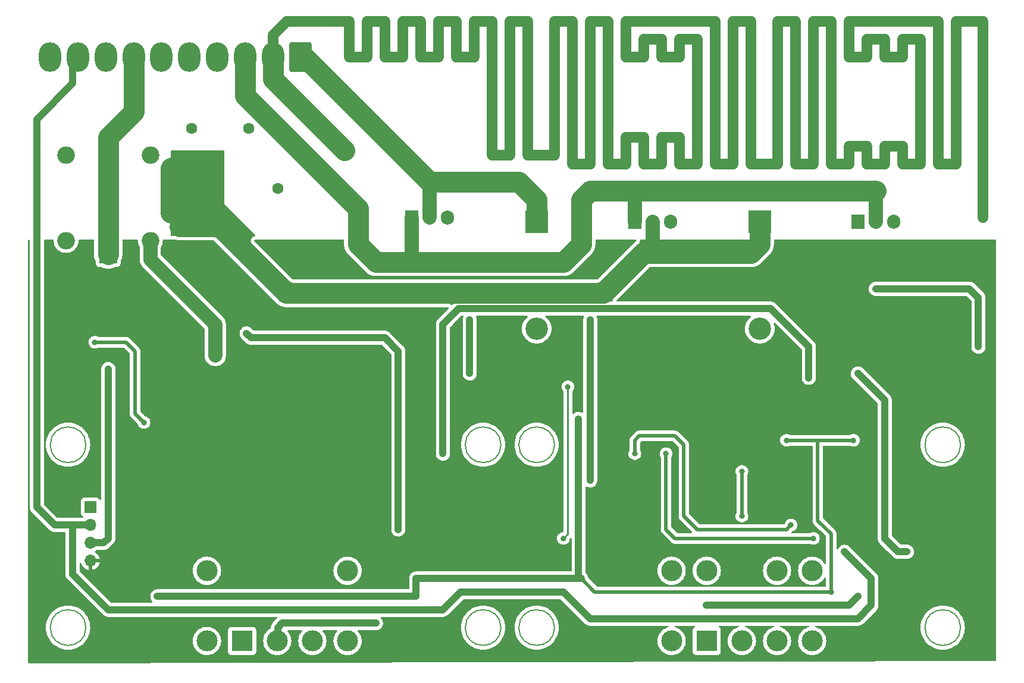
<source format=gbr>
%TF.GenerationSoftware,KiCad,Pcbnew,7.0.5*%
%TF.CreationDate,2023-12-08T14:16:09+03:00*%
%TF.ProjectId,wireFeeding,77697265-4665-4656-9469-6e672e6b6963,rev?*%
%TF.SameCoordinates,Original*%
%TF.FileFunction,Copper,L2,Bot*%
%TF.FilePolarity,Positive*%
%FSLAX46Y46*%
G04 Gerber Fmt 4.6, Leading zero omitted, Abs format (unit mm)*
G04 Created by KiCad (PCBNEW 7.0.5) date 2023-12-08 14:16:09*
%MOMM*%
%LPD*%
G01*
G04 APERTURE LIST*
G04 Aperture macros list*
%AMRoundRect*
0 Rectangle with rounded corners*
0 $1 Rounding radius*
0 $2 $3 $4 $5 $6 $7 $8 $9 X,Y pos of 4 corners*
0 Add a 4 corners polygon primitive as box body*
4,1,4,$2,$3,$4,$5,$6,$7,$8,$9,$2,$3,0*
0 Add four circle primitives for the rounded corners*
1,1,$1+$1,$2,$3*
1,1,$1+$1,$4,$5*
1,1,$1+$1,$6,$7*
1,1,$1+$1,$8,$9*
0 Add four rect primitives between the rounded corners*
20,1,$1+$1,$2,$3,$4,$5,0*
20,1,$1+$1,$4,$5,$6,$7,0*
20,1,$1+$1,$6,$7,$8,$9,0*
20,1,$1+$1,$8,$9,$2,$3,0*%
G04 Aperture macros list end*
%TA.AperFunction,NonConductor*%
%ADD10C,0.200000*%
%TD*%
%TA.AperFunction,ComponentPad*%
%ADD11R,1.700000X1.700000*%
%TD*%
%TA.AperFunction,ComponentPad*%
%ADD12O,1.700000X1.700000*%
%TD*%
%TA.AperFunction,ComponentPad*%
%ADD13RoundRect,0.250000X1.330000X1.850000X-1.330000X1.850000X-1.330000X-1.850000X1.330000X-1.850000X0*%
%TD*%
%TA.AperFunction,ComponentPad*%
%ADD14O,3.160000X4.200000*%
%TD*%
%TA.AperFunction,ComponentPad*%
%ADD15R,1.905000X2.000000*%
%TD*%
%TA.AperFunction,ComponentPad*%
%ADD16O,1.905000X2.000000*%
%TD*%
%TA.AperFunction,ComponentPad*%
%ADD17C,3.000000*%
%TD*%
%TA.AperFunction,ComponentPad*%
%ADD18R,3.000000X3.000000*%
%TD*%
%TA.AperFunction,ComponentPad*%
%ADD19C,1.600000*%
%TD*%
%TA.AperFunction,ComponentPad*%
%ADD20R,3.200000X3.200000*%
%TD*%
%TA.AperFunction,ComponentPad*%
%ADD21O,3.200000X3.200000*%
%TD*%
%TA.AperFunction,ComponentPad*%
%ADD22R,2.500000X2.500000*%
%TD*%
%TA.AperFunction,ComponentPad*%
%ADD23O,2.500000X2.500000*%
%TD*%
%TA.AperFunction,ViaPad*%
%ADD24C,0.800000*%
%TD*%
%TA.AperFunction,Conductor*%
%ADD25C,1.500000*%
%TD*%
%TA.AperFunction,Conductor*%
%ADD26C,1.000000*%
%TD*%
%TA.AperFunction,Conductor*%
%ADD27C,3.000000*%
%TD*%
%TA.AperFunction,Conductor*%
%ADD28C,0.250000*%
%TD*%
%TA.AperFunction,Conductor*%
%ADD29C,2.000000*%
%TD*%
%TA.AperFunction,Conductor*%
%ADD30C,0.500000*%
%TD*%
G04 APERTURE END LIST*
D10*
X184785000Y-87640000D02*
G75*
G03*
X184785000Y-87640000I-2540000J0D01*
G01*
X119380000Y-113675000D02*
G75*
G03*
X119380000Y-113675000I-2540000J0D01*
G01*
X127000000Y-113675000D02*
G75*
G03*
X127000000Y-113675000I-2540000J0D01*
G01*
X127000000Y-87640000D02*
G75*
G03*
X127000000Y-87640000I-2540000J0D01*
G01*
X184785000Y-113675000D02*
G75*
G03*
X184785000Y-113675000I-2540000J0D01*
G01*
X60325000Y-87640000D02*
G75*
G03*
X60325000Y-87640000I-2540000J0D01*
G01*
X60325000Y-113675000D02*
G75*
G03*
X60325000Y-113675000I-2540000J0D01*
G01*
X119380000Y-87640000D02*
G75*
G03*
X119380000Y-87640000I-2540000J0D01*
G01*
D11*
%TO.P,J2,1,Pin_1*%
%TO.N,Net-(J2-Pin_1)*%
X60960000Y-96520000D03*
D12*
%TO.P,J2,2,Pin_2*%
%TO.N,Net-(J1-Pin_9)*%
X60960000Y-99060000D03*
%TO.P,J2,3,Pin_3*%
%TO.N,Net-(D15-A)*%
X60960000Y-101600000D03*
%TO.P,J2,4,Pin_4*%
%TO.N,GND1*%
X60960000Y-104140000D03*
%TD*%
D13*
%TO.P,J1,1,Pin_1*%
%TO.N,Net-(D1-K)*%
X90885000Y-32395000D03*
D14*
%TO.P,J1,2,Pin_2*%
%TO.N,GND1*%
X86925000Y-32395000D03*
%TO.P,J1,3,Pin_3*%
%TO.N,Net-(J1-Pin_3)*%
X82965000Y-32395000D03*
%TO.P,J1,4,Pin_4*%
%TO.N,unconnected-(J1-Pin_4-Pad4)*%
X79005000Y-32395000D03*
%TO.P,J1,5,Pin_5*%
%TO.N,unconnected-(J1-Pin_5-Pad5)*%
X75045000Y-32395000D03*
%TO.P,J1,6,Pin_6*%
%TO.N,Net-(J1-Pin_6)*%
X71085000Y-32395000D03*
%TO.P,J1,7,Pin_7*%
%TO.N,Net-(D1-K)*%
X67125000Y-32395000D03*
%TO.P,J1,8,Pin_8*%
%TO.N,Net-(J1-Pin_8)*%
X63165000Y-32395000D03*
%TO.P,J1,9,Pin_9*%
%TO.N,Net-(J1-Pin_9)*%
X59205000Y-32395000D03*
%TO.P,J1,10,Pin_10*%
%TO.N,Net-(D2-K)*%
X55245000Y-32395000D03*
%TD*%
D15*
%TO.P,SCR2,1,K*%
%TO.N,Net-(J1-Pin_3)*%
X138430000Y-55880000D03*
D16*
%TO.P,SCR2,2,A*%
%TO.N,Net-(D2-K)*%
X140970000Y-55880000D03*
%TO.P,SCR2,3,G*%
%TO.N,Net-(SCR2-G)*%
X143510000Y-55880000D03*
%TD*%
D17*
%TO.P,RV1,*%
%TO.N,*%
X77550000Y-115580000D03*
X97550000Y-115580000D03*
X77550000Y-105580000D03*
X97550000Y-105580000D03*
D18*
%TO.P,RV1,1,1*%
%TO.N,Net-(R4-Pad2)*%
X82550000Y-115580000D03*
D17*
%TO.P,RV1,2,2*%
%TO.N,Net-(R3-Pad1)*%
X87550000Y-115580000D03*
%TO.P,RV1,3,3*%
%TO.N,Net-(R44-Pad2)*%
X92550000Y-115580000D03*
%TD*%
D19*
%TO.P,C12,1*%
%TO.N,Net-(J1-Pin_3)*%
X87630000Y-43016000D03*
%TO.P,C12,2*%
%TO.N,Net-(D11-K)*%
X87630000Y-51144000D03*
%TD*%
D20*
%TO.P,D2,1,K*%
%TO.N,Net-(D2-K)*%
X156210000Y-55880000D03*
D21*
%TO.P,D2,2,A*%
%TO.N,Net-(D1-A)*%
X156210000Y-71120000D03*
%TD*%
D19*
%TO.P,C6,1*%
%TO.N,Net-(J1-Pin_8)*%
X75391000Y-42555000D03*
%TO.P,C6,2*%
%TO.N,Net-(C6-Pad2)*%
X83519000Y-42555000D03*
%TD*%
D20*
%TO.P,D1,1,K*%
%TO.N,Net-(D1-K)*%
X124460000Y-55880000D03*
D21*
%TO.P,D1,2,A*%
%TO.N,Net-(D1-A)*%
X124460000Y-71120000D03*
%TD*%
D17*
%TO.P,RV2,*%
%TO.N,*%
X143670000Y-115580000D03*
X163670000Y-115580000D03*
X143670000Y-105580000D03*
X163670000Y-105580000D03*
D18*
%TO.P,RV2,1,1*%
%TO.N,Net-(D9-A)*%
X148670000Y-115580000D03*
D17*
%TO.P,RV2,2,2*%
%TO.N,Net-(R30-Pad2)*%
X153670000Y-115580000D03*
%TO.P,RV2,3,3*%
X158670000Y-115580000D03*
%TO.P,RV2,4,4*%
%TO.N,Net-(D6-A)*%
X148670000Y-105580000D03*
%TO.P,RV2,5,5*%
%TO.N,Net-(R30-Pad1)*%
X158670000Y-105580000D03*
%TD*%
D15*
%TO.P,SCR3,1,K*%
%TO.N,GND1*%
X170180000Y-55880000D03*
D16*
%TO.P,SCR3,2,A*%
%TO.N,Net-(J1-Pin_3)*%
X172720000Y-55880000D03*
%TO.P,SCR3,3,G*%
%TO.N,Net-(SCR3-G)*%
X175260000Y-55880000D03*
%TD*%
D22*
%TO.P,K1,1*%
%TO.N,Net-(D1-K)*%
X63500000Y-60565000D03*
D23*
%TO.P,K1,2*%
%TO.N,Net-(D15-K)*%
X69500000Y-58565000D03*
%TO.P,K1,3*%
%TO.N,Net-(J1-Pin_8)*%
X69500000Y-46365000D03*
%TO.P,K1,4*%
%TO.N,unconnected-(K1-Pad4)*%
X57500000Y-46365000D03*
%TO.P,K1,5*%
%TO.N,Net-(D15-A)*%
X57500000Y-58565000D03*
%TD*%
D15*
%TO.P,SCR1,1,K*%
%TO.N,Net-(D10-A)*%
X106680000Y-55245000D03*
D16*
%TO.P,SCR1,2,A*%
%TO.N,Net-(D1-K)*%
X109220000Y-55245000D03*
%TO.P,SCR1,3,G*%
%TO.N,Net-(SCR1-G)*%
X111760000Y-55245000D03*
%TD*%
D24*
%TO.N,GND1*%
X185420000Y-108595000D03*
X114935000Y-104785000D03*
X69215000Y-97800000D03*
X116840000Y-104785000D03*
X132080000Y-116850000D03*
X92710000Y-93355000D03*
X175895000Y-87640000D03*
X185420000Y-106690000D03*
X91440000Y-80020000D03*
X186055000Y-81290000D03*
X92710000Y-78750000D03*
X88265000Y-36840000D03*
X107315000Y-116850000D03*
X187960000Y-53350000D03*
X113030000Y-104785000D03*
X69215000Y-105420000D03*
X118745000Y-104785000D03*
X55245000Y-106055000D03*
X88265000Y-35570000D03*
X111125000Y-104785000D03*
X187960000Y-55255000D03*
X92710000Y-80655000D03*
X87630000Y-104150000D03*
X86995000Y-36840000D03*
X91440000Y-61605000D03*
X90170000Y-60335000D03*
X104140000Y-116850000D03*
X92710000Y-91450000D03*
X92710000Y-89545000D03*
X66675000Y-105420000D03*
X91440000Y-59700000D03*
X69215000Y-101610000D03*
X55245000Y-108595000D03*
X99060000Y-62875000D03*
X135890000Y-116850000D03*
X92710000Y-76845000D03*
X158115000Y-94625000D03*
X86995000Y-35570000D03*
X183515000Y-81290000D03*
X158115000Y-88910000D03*
X91440000Y-78115000D03*
%TO.N,Net-(D12-A)*%
X128270000Y-100975000D03*
X128905000Y-79385000D03*
%TO.N,Net-(D15-A)*%
X63500000Y-76845000D03*
%TO.N,Net-(J1-Pin_9)*%
X168275000Y-102880000D03*
%TO.N,Net-(U2D--)*%
X111125000Y-88910000D03*
X163195000Y-78105000D03*
X111760000Y-69860000D03*
%TO.N,Net-(D6-A)*%
X170180000Y-77480000D03*
X170180000Y-109230000D03*
X148590000Y-110500000D03*
X177165000Y-102880000D03*
%TO.N,Net-(D2-K)*%
X72390000Y-48270000D03*
X79375000Y-56525000D03*
X73660000Y-47635000D03*
X73660000Y-53985000D03*
X76200000Y-56525000D03*
X72390000Y-54620000D03*
X72390000Y-50175000D03*
X73660000Y-56525000D03*
X73660000Y-49540000D03*
X72390000Y-52080000D03*
X73660000Y-51445000D03*
%TO.N,Net-(D7-A)*%
X163830000Y-100975000D03*
X142875000Y-88910000D03*
%TO.N,Net-(T1-E)*%
X153670000Y-91440000D03*
X153670000Y-97800000D03*
%TO.N,Net-(D14-K-Pad2)*%
X68580000Y-84465000D03*
X61595000Y-73035000D03*
%TO.N,Net-(DZ2-K)*%
X172720000Y-65415000D03*
X132080000Y-92720000D03*
X132080000Y-69860000D03*
X187325000Y-73670000D03*
%TO.N,Net-(R3-Pad1)*%
X101600000Y-113040000D03*
%TO.N,Net-(U2B-+)*%
X160655000Y-99070000D03*
X138430000Y-88910000D03*
%TO.N,Net-(D15-K)*%
X78740000Y-74940000D03*
%TO.N,Net-(D11-K)*%
X83185000Y-71765000D03*
X104775000Y-99705000D03*
X104775000Y-84465000D03*
%TO.N,Net-(J2-Pin_1)*%
X70485000Y-109230000D03*
X107315000Y-106690000D03*
X160020000Y-87005000D03*
X166370000Y-108595000D03*
X169545000Y-87005000D03*
X130429000Y-83957000D03*
%TO.N,Net-(T2-E)*%
X114935000Y-69860000D03*
X114935000Y-77480000D03*
%TD*%
D25*
%TO.N,GND1*%
X152400000Y-27315000D02*
X152400000Y-47635000D01*
X142240000Y-32395000D02*
X144780000Y-32395000D01*
X120650000Y-27315000D02*
X120650000Y-46365000D01*
X105410000Y-27315000D02*
X105410000Y-32395000D01*
X179070000Y-29855000D02*
X179070000Y-47635000D01*
X144780000Y-43825000D02*
X142240000Y-43825000D01*
X97790000Y-32395000D02*
X97790000Y-27315000D01*
X129540000Y-27315000D02*
X127000000Y-27315000D01*
X158750000Y-47635000D02*
X154940000Y-47635000D01*
X88900000Y-27315000D02*
X86925000Y-29290000D01*
X154940000Y-47635000D02*
X154940000Y-27315000D01*
X123190000Y-46365000D02*
X123190000Y-27315000D01*
X176530000Y-45095000D02*
X173990000Y-45095000D01*
X134620000Y-27315000D02*
X132080000Y-27315000D01*
X168910000Y-45095000D02*
X168910000Y-47635000D01*
X107950000Y-32395000D02*
X107950000Y-27315000D01*
D26*
X99060000Y-62875000D02*
X92710000Y-62875000D01*
D25*
X142240000Y-29855000D02*
X142240000Y-32395000D01*
X173990000Y-29855000D02*
X173990000Y-32395000D01*
X132080000Y-47635000D02*
X129540000Y-47635000D01*
X184150000Y-27315000D02*
X184150000Y-47635000D01*
X97790000Y-27315000D02*
X88900000Y-27315000D01*
X102870000Y-32395000D02*
X102870000Y-27315000D01*
X168910000Y-47635000D02*
X166370000Y-47635000D01*
X127000000Y-46365000D02*
X123190000Y-46365000D01*
X168910000Y-32395000D02*
X171450000Y-32395000D01*
X137160000Y-32395000D02*
X139700000Y-32395000D01*
X161290000Y-47635000D02*
X161290000Y-27315000D01*
X171450000Y-29855000D02*
X173990000Y-29855000D01*
X118110000Y-46365000D02*
X118110000Y-27315000D01*
X173990000Y-45095000D02*
X173990000Y-47635000D01*
X154940000Y-27315000D02*
X152400000Y-27315000D01*
X137160000Y-27315000D02*
X137160000Y-32395000D01*
D27*
X97155000Y-45720000D02*
X97145000Y-45720000D01*
D25*
X181610000Y-27315000D02*
X168910000Y-27315000D01*
X166370000Y-47635000D02*
X166370000Y-27315000D01*
X118110000Y-27315000D02*
X115570000Y-27315000D01*
X176530000Y-47635000D02*
X176530000Y-45095000D01*
X147320000Y-47635000D02*
X144780000Y-47635000D01*
X187960000Y-55255000D02*
X187960000Y-27315000D01*
X142240000Y-43825000D02*
X142240000Y-47635000D01*
X139700000Y-47635000D02*
X139700000Y-43825000D01*
X187960000Y-27315000D02*
X184150000Y-27315000D01*
X110490000Y-32395000D02*
X107950000Y-32395000D01*
X139700000Y-29855000D02*
X142240000Y-29855000D01*
X144780000Y-47635000D02*
X144780000Y-43825000D01*
X144780000Y-29855000D02*
X147320000Y-29855000D01*
X107950000Y-27315000D02*
X105410000Y-27315000D01*
X86925000Y-29290000D02*
X86925000Y-32395000D01*
X113030000Y-32395000D02*
X113030000Y-27315000D01*
X179070000Y-47635000D02*
X176530000Y-47635000D01*
X115570000Y-27315000D02*
X115570000Y-32395000D01*
X184150000Y-47635000D02*
X181610000Y-47635000D01*
X113030000Y-27315000D02*
X110490000Y-27315000D01*
X120650000Y-46365000D02*
X118110000Y-46365000D01*
X163830000Y-27315000D02*
X163830000Y-47635000D01*
X173990000Y-32395000D02*
X176530000Y-32395000D01*
X166370000Y-27315000D02*
X163830000Y-27315000D01*
X137160000Y-43825000D02*
X137160000Y-47635000D01*
X127000000Y-27315000D02*
X127000000Y-46365000D01*
D28*
X158115000Y-94625000D02*
X158115000Y-88910000D01*
D25*
X149860000Y-47635000D02*
X149860000Y-27315000D01*
X115570000Y-32395000D02*
X113030000Y-32395000D01*
X176530000Y-32395000D02*
X176530000Y-29855000D01*
X139700000Y-43825000D02*
X137160000Y-43825000D01*
X129540000Y-47635000D02*
X129540000Y-27315000D01*
X147320000Y-29855000D02*
X147320000Y-47635000D01*
X134620000Y-47635000D02*
X134620000Y-27315000D01*
X132080000Y-27315000D02*
X132080000Y-47635000D01*
X181610000Y-47635000D02*
X181610000Y-27315000D01*
X176530000Y-29855000D02*
X179070000Y-29855000D01*
D27*
X86995000Y-35570000D02*
X86925000Y-35500000D01*
D25*
X100330000Y-27315000D02*
X100330000Y-32395000D01*
X149860000Y-27315000D02*
X137160000Y-27315000D01*
X137160000Y-47635000D02*
X134620000Y-47635000D01*
X158750000Y-27315000D02*
X158750000Y-47635000D01*
X152400000Y-47635000D02*
X149860000Y-47635000D01*
X110490000Y-27315000D02*
X110490000Y-32395000D01*
X102870000Y-27315000D02*
X100330000Y-27315000D01*
X142240000Y-47635000D02*
X139700000Y-47635000D01*
X144780000Y-32395000D02*
X144780000Y-29855000D01*
X173990000Y-47635000D02*
X171450000Y-47635000D01*
D27*
X97145000Y-45720000D02*
X86995000Y-35570000D01*
X86925000Y-35500000D02*
X86925000Y-32395000D01*
D25*
X168910000Y-27315000D02*
X168910000Y-32395000D01*
X139700000Y-32395000D02*
X139700000Y-29855000D01*
D26*
X92710000Y-62875000D02*
X91440000Y-61605000D01*
D25*
X171450000Y-47635000D02*
X171450000Y-45095000D01*
X171450000Y-45095000D02*
X168910000Y-45095000D01*
X171450000Y-32395000D02*
X171450000Y-29855000D01*
X163830000Y-47635000D02*
X161290000Y-47635000D01*
X100330000Y-32395000D02*
X97790000Y-32395000D01*
X105410000Y-32395000D02*
X102870000Y-32395000D01*
X123190000Y-27315000D02*
X120650000Y-27315000D01*
X161290000Y-27315000D02*
X158750000Y-27315000D01*
D27*
%TO.N,Net-(J1-Pin_3)*%
X99060000Y-59065000D02*
X99060000Y-53985000D01*
D29*
X172720000Y-55880000D02*
X172720000Y-51445000D01*
D27*
X99060000Y-53985000D02*
X82965000Y-37890000D01*
X101600000Y-61605000D02*
X99060000Y-59065000D01*
X135890000Y-51445000D02*
X138430000Y-51445000D01*
D29*
X106680000Y-55245000D02*
X106680000Y-61605000D01*
D27*
X82965000Y-37890000D02*
X82965000Y-32395000D01*
X106680000Y-61605000D02*
X128270000Y-61605000D01*
X106680000Y-61605000D02*
X101600000Y-61605000D01*
X132080000Y-51445000D02*
X135890000Y-51445000D01*
X130810000Y-59065000D02*
X130810000Y-52715000D01*
X130810000Y-52715000D02*
X132080000Y-51445000D01*
X128270000Y-61605000D02*
X130810000Y-59065000D01*
X138430000Y-51445000D02*
X172720000Y-51445000D01*
D29*
X138430000Y-55880000D02*
X138430000Y-51445000D01*
%TO.N,Net-(D1-K)*%
X109220000Y-55245000D02*
X109220000Y-50175000D01*
D27*
X63500000Y-60565000D02*
X63500000Y-43825000D01*
X109220000Y-50175000D02*
X121920000Y-50175000D01*
X91440000Y-32395000D02*
X109220000Y-50175000D01*
X63500000Y-43825000D02*
X67125000Y-40200000D01*
X124460000Y-52715000D02*
X124460000Y-55880000D01*
X67125000Y-40200000D02*
X67125000Y-32395000D01*
X121920000Y-50175000D02*
X124460000Y-52715000D01*
D28*
%TO.N,Net-(D12-A)*%
X128905000Y-100340000D02*
X128270000Y-100975000D01*
X128905000Y-79385000D02*
X128905000Y-100340000D01*
D26*
%TO.N,Net-(D15-A)*%
X62865000Y-101610000D02*
X62855000Y-101600000D01*
X63500000Y-76845000D02*
X63500000Y-100975000D01*
X63500000Y-100975000D02*
X62865000Y-101610000D01*
X62855000Y-101600000D02*
X60960000Y-101600000D01*
%TO.N,Net-(J1-Pin_9)*%
X59757919Y-99060000D02*
X59747919Y-99070000D01*
X58420000Y-106055000D02*
X63500000Y-111135000D01*
X58420000Y-99070000D02*
X55880000Y-99070000D01*
X53340000Y-41285000D02*
X58455000Y-36170000D01*
X59747919Y-99070000D02*
X58420000Y-99070000D01*
X111125000Y-111135000D02*
X113665000Y-108595000D01*
X58420000Y-99070000D02*
X58420000Y-106055000D01*
X128270000Y-108595000D02*
X132080000Y-112405000D01*
X58455000Y-36170000D02*
X58455000Y-32395000D01*
X113665000Y-108595000D02*
X128270000Y-108595000D01*
X55880000Y-99070000D02*
X53340000Y-96530000D01*
X63500000Y-111135000D02*
X111125000Y-111135000D01*
X53340000Y-96530000D02*
X53340000Y-41285000D01*
X60960000Y-99060000D02*
X59757919Y-99060000D01*
X132080000Y-112405000D02*
X170180000Y-112405000D01*
X172085000Y-110500000D02*
X172085000Y-106690000D01*
X170180000Y-112405000D02*
X172085000Y-110500000D01*
X172085000Y-106690000D02*
X168275000Y-102880000D01*
%TO.N,Net-(U2D--)*%
X113370000Y-68250000D02*
X157775000Y-68250000D01*
X157775000Y-68250000D02*
X163195000Y-73670000D01*
X111125000Y-88910000D02*
X111125000Y-70495000D01*
X163195000Y-73670000D02*
X163195000Y-78105000D01*
X111125000Y-70495000D02*
X111760000Y-69860000D01*
X111760000Y-69860000D02*
X113370000Y-68250000D01*
%TO.N,Net-(D6-A)*%
X175895000Y-102880000D02*
X177165000Y-102880000D01*
X173990000Y-81290000D02*
X173990000Y-100975000D01*
X173990000Y-100975000D02*
X175895000Y-102880000D01*
X168910000Y-110500000D02*
X148590000Y-110500000D01*
X170180000Y-77480000D02*
X173990000Y-81290000D01*
X170180000Y-109230000D02*
X168910000Y-110500000D01*
D27*
%TO.N,Net-(D2-K)*%
X133985000Y-66050000D02*
X139700000Y-60335000D01*
D29*
X140970000Y-59065000D02*
X139700000Y-60335000D01*
X140970000Y-55880000D02*
X140970000Y-59065000D01*
D27*
X73660000Y-56525000D02*
X79375000Y-56525000D01*
X73660000Y-53985000D02*
X76200000Y-56525000D01*
X73660000Y-47635000D02*
X73660000Y-53985000D01*
X72390000Y-54620000D02*
X72390000Y-52080000D01*
X139700000Y-60335000D02*
X154940000Y-60335000D01*
X88900000Y-66050000D02*
X133985000Y-66050000D01*
X72390000Y-50175000D02*
X72390000Y-48270000D01*
X72390000Y-52080000D02*
X72390000Y-50175000D01*
X72390000Y-48270000D02*
X73660000Y-47635000D01*
X156210000Y-59065000D02*
X156210000Y-55880000D01*
X79375000Y-56525000D02*
X88900000Y-66050000D01*
X154940000Y-60335000D02*
X156210000Y-59065000D01*
D30*
%TO.N,Net-(D7-A)*%
X142875000Y-88910000D02*
X142875000Y-99705000D01*
X144145000Y-100975000D02*
X163830000Y-100975000D01*
X142875000Y-99705000D02*
X144145000Y-100975000D01*
%TO.N,Net-(T1-E)*%
X153670000Y-91440000D02*
X153670000Y-97800000D01*
%TO.N,Net-(D14-K-Pad2)*%
X61595000Y-73035000D02*
X66040000Y-73035000D01*
X67310000Y-74305000D02*
X67310000Y-83195000D01*
X66040000Y-73035000D02*
X67310000Y-74305000D01*
X67310000Y-83195000D02*
X68580000Y-84465000D01*
D26*
%TO.N,Net-(DZ2-K)*%
X172720000Y-65415000D02*
X186055000Y-65415000D01*
X132080000Y-69860000D02*
X132080000Y-92720000D01*
X187325000Y-66685000D02*
X187325000Y-73670000D01*
X186055000Y-65415000D02*
X187325000Y-66685000D01*
%TO.N,Net-(R3-Pad1)*%
X87630000Y-113675000D02*
X87630000Y-115580000D01*
X88265000Y-113040000D02*
X87630000Y-113675000D01*
X101600000Y-113040000D02*
X88265000Y-113040000D01*
D30*
%TO.N,Net-(U2B-+)*%
X138430000Y-87005000D02*
X139065000Y-86370000D01*
X145415000Y-97800000D02*
X147320000Y-99705000D01*
X160020000Y-99705000D02*
X160655000Y-99070000D01*
X144145000Y-86370000D02*
X145415000Y-87640000D01*
X147320000Y-99705000D02*
X160020000Y-99705000D01*
X139065000Y-86370000D02*
X144145000Y-86370000D01*
X138430000Y-88910000D02*
X138430000Y-87005000D01*
X145415000Y-87640000D02*
X145415000Y-97800000D01*
D29*
%TO.N,Net-(D15-K)*%
X69500000Y-61255000D02*
X78740000Y-70495000D01*
X69500000Y-58565000D02*
X69500000Y-61255000D01*
X78740000Y-70495000D02*
X78740000Y-74940000D01*
D26*
%TO.N,Net-(D11-K)*%
X104775000Y-74305000D02*
X102870000Y-72400000D01*
X102870000Y-72400000D02*
X83820000Y-72400000D01*
X104775000Y-99705000D02*
X104775000Y-74305000D01*
X83820000Y-72400000D02*
X83185000Y-71765000D01*
D30*
%TO.N,Net-(J2-Pin_1)*%
X166370000Y-108595000D02*
X166370000Y-100340000D01*
D26*
X107315000Y-106690000D02*
X130175000Y-106690000D01*
X70485000Y-109230000D02*
X107315000Y-109230000D01*
D30*
X164465000Y-87005000D02*
X160020000Y-87005000D01*
D26*
X130429000Y-83957000D02*
X130429000Y-106436000D01*
X107315000Y-109230000D02*
X107315000Y-106690000D01*
X130175000Y-106690000D02*
X130810000Y-106690000D01*
X130429000Y-106436000D02*
X130175000Y-106690000D01*
D30*
X166370000Y-108595000D02*
X132715000Y-108595000D01*
X166370000Y-100340000D02*
X164465000Y-98435000D01*
X164465000Y-87005000D02*
X169545000Y-87005000D01*
X164465000Y-98435000D02*
X164465000Y-87005000D01*
X132715000Y-108595000D02*
X130810000Y-106690000D01*
D26*
%TO.N,Net-(T2-E)*%
X114935000Y-77480000D02*
X114935000Y-69860000D01*
%TD*%
%TA.AperFunction,Conductor*%
%TO.N,GND1*%
G36*
X52282539Y-58449685D02*
G01*
X52328294Y-58502489D01*
X52339500Y-58554000D01*
X52339500Y-96516506D01*
X52339480Y-96518076D01*
X52337243Y-96606362D01*
X52337243Y-96606370D01*
X52348064Y-96666739D01*
X52348718Y-96671404D01*
X52354925Y-96732430D01*
X52354927Y-96732444D01*
X52365208Y-96765213D01*
X52367079Y-96772837D01*
X52373142Y-96806652D01*
X52373142Y-96806655D01*
X52395894Y-96863612D01*
X52397474Y-96868051D01*
X52415841Y-96926588D01*
X52415844Y-96926595D01*
X52432509Y-96956619D01*
X52435879Y-96963714D01*
X52448622Y-96995614D01*
X52448627Y-96995624D01*
X52482377Y-97046833D01*
X52484818Y-97050863D01*
X52514588Y-97104498D01*
X52514589Y-97104499D01*
X52514591Y-97104502D01*
X52536968Y-97130567D01*
X52541693Y-97136835D01*
X52554263Y-97155906D01*
X52560598Y-97165519D01*
X52603978Y-97208899D01*
X52607169Y-97212343D01*
X52647131Y-97258892D01*
X52647134Y-97258895D01*
X52655896Y-97265677D01*
X52674294Y-97279918D01*
X52680190Y-97285111D01*
X55163005Y-99767926D01*
X55164070Y-99769017D01*
X55218428Y-99826201D01*
X55224939Y-99833051D01*
X55224945Y-99833056D01*
X55275295Y-99868101D01*
X55279047Y-99870929D01*
X55326592Y-99909697D01*
X55326595Y-99909698D01*
X55326597Y-99909700D01*
X55357039Y-99925601D01*
X55363753Y-99929668D01*
X55391947Y-99949292D01*
X55391953Y-99949296D01*
X55448331Y-99973490D01*
X55452569Y-99975502D01*
X55506951Y-100003909D01*
X55539973Y-100013356D01*
X55547365Y-100015989D01*
X55578940Y-100029539D01*
X55578941Y-100029540D01*
X55592054Y-100032234D01*
X55639055Y-100041892D01*
X55643595Y-100043006D01*
X55702582Y-100059886D01*
X55736841Y-100062494D01*
X55744609Y-100063585D01*
X55778255Y-100070500D01*
X55778259Y-100070500D01*
X55839601Y-100070500D01*
X55844308Y-100070678D01*
X55871597Y-100072757D01*
X55905475Y-100075337D01*
X55905475Y-100075336D01*
X55905476Y-100075337D01*
X55939559Y-100070996D01*
X55947389Y-100070500D01*
X57295500Y-100070500D01*
X57362539Y-100090185D01*
X57408294Y-100142989D01*
X57419500Y-100194500D01*
X57419500Y-106041506D01*
X57419480Y-106043076D01*
X57417243Y-106131362D01*
X57417243Y-106131370D01*
X57428064Y-106191739D01*
X57428718Y-106196404D01*
X57434925Y-106257430D01*
X57434927Y-106257444D01*
X57445208Y-106290213D01*
X57447079Y-106297837D01*
X57453142Y-106331652D01*
X57453142Y-106331655D01*
X57475894Y-106388612D01*
X57477474Y-106393051D01*
X57495841Y-106451588D01*
X57495844Y-106451595D01*
X57512509Y-106481619D01*
X57515879Y-106488714D01*
X57528622Y-106520614D01*
X57528627Y-106520624D01*
X57562377Y-106571833D01*
X57564818Y-106575863D01*
X57594588Y-106629498D01*
X57594589Y-106629499D01*
X57594591Y-106629502D01*
X57616968Y-106655567D01*
X57621693Y-106661835D01*
X57634263Y-106680906D01*
X57640598Y-106690519D01*
X57683978Y-106733899D01*
X57687169Y-106737343D01*
X57727131Y-106783892D01*
X57727130Y-106783892D01*
X57754299Y-106804923D01*
X57760186Y-106810107D01*
X60277688Y-109327608D01*
X62782986Y-111832906D01*
X62784051Y-111833997D01*
X62819252Y-111871028D01*
X62844940Y-111898052D01*
X62844947Y-111898058D01*
X62879053Y-111921795D01*
X62895303Y-111933106D01*
X62899044Y-111935926D01*
X62946593Y-111974698D01*
X62977045Y-111990604D01*
X62983758Y-111994672D01*
X63011951Y-112014295D01*
X63068329Y-112038489D01*
X63072578Y-112040507D01*
X63126951Y-112068909D01*
X63154489Y-112076788D01*
X63159974Y-112078358D01*
X63167368Y-112080990D01*
X63198942Y-112094540D01*
X63198945Y-112094540D01*
X63198946Y-112094541D01*
X63259022Y-112106887D01*
X63263600Y-112108010D01*
X63265704Y-112108612D01*
X63322582Y-112124887D01*
X63356839Y-112127495D01*
X63364614Y-112128586D01*
X63398255Y-112135500D01*
X63398259Y-112135500D01*
X63459598Y-112135500D01*
X63464304Y-112135678D01*
X63491595Y-112137757D01*
X63525475Y-112140337D01*
X63525475Y-112140336D01*
X63525476Y-112140337D01*
X63559559Y-112135996D01*
X63567389Y-112135500D01*
X87448324Y-112135500D01*
X87515363Y-112155185D01*
X87561118Y-112207989D01*
X87571062Y-112277147D01*
X87542037Y-112340703D01*
X87538198Y-112344933D01*
X87536101Y-112347138D01*
X87515076Y-112374300D01*
X87509884Y-112380194D01*
X86932091Y-112957987D01*
X86930967Y-112959083D01*
X86866946Y-113019942D01*
X86831899Y-113070294D01*
X86829062Y-113074056D01*
X86790302Y-113121592D01*
X86790299Y-113121597D01*
X86774392Y-113152047D01*
X86770324Y-113158761D01*
X86750702Y-113186954D01*
X86726509Y-113243330D01*
X86724488Y-113247584D01*
X86696091Y-113301951D01*
X86696090Y-113301952D01*
X86686640Y-113334975D01*
X86684007Y-113342371D01*
X86670459Y-113373943D01*
X86658113Y-113434019D01*
X86656990Y-113438595D01*
X86640113Y-113497577D01*
X86640113Y-113497579D01*
X86637503Y-113531841D01*
X86636414Y-113539608D01*
X86634866Y-113547147D01*
X86629500Y-113573258D01*
X86629500Y-113634597D01*
X86629321Y-113639306D01*
X86624662Y-113700475D01*
X86626533Y-113715161D01*
X86615477Y-113784150D01*
X86568877Y-113836210D01*
X86562955Y-113839659D01*
X86465685Y-113892773D01*
X86465681Y-113892776D01*
X86236612Y-114064254D01*
X86236594Y-114064270D01*
X86034270Y-114266594D01*
X86034254Y-114266612D01*
X85862775Y-114495682D01*
X85862770Y-114495690D01*
X85725635Y-114746833D01*
X85625628Y-115014962D01*
X85564804Y-115294566D01*
X85544390Y-115579998D01*
X85544390Y-115580001D01*
X85564804Y-115865433D01*
X85625628Y-116145037D01*
X85725635Y-116413166D01*
X85862770Y-116664309D01*
X85862775Y-116664317D01*
X86034254Y-116893387D01*
X86034270Y-116893405D01*
X86236594Y-117095729D01*
X86236612Y-117095745D01*
X86465682Y-117267224D01*
X86465690Y-117267229D01*
X86716833Y-117404364D01*
X86716832Y-117404364D01*
X86716836Y-117404365D01*
X86716839Y-117404367D01*
X86984954Y-117504369D01*
X86984960Y-117504370D01*
X86984962Y-117504371D01*
X87264566Y-117565195D01*
X87264568Y-117565195D01*
X87264572Y-117565196D01*
X87518220Y-117583337D01*
X87549999Y-117585610D01*
X87550000Y-117585610D01*
X87550001Y-117585610D01*
X87578595Y-117583564D01*
X87835428Y-117565196D01*
X88025742Y-117523796D01*
X88115037Y-117504371D01*
X88115037Y-117504370D01*
X88115046Y-117504369D01*
X88383161Y-117404367D01*
X88634315Y-117267226D01*
X88863395Y-117095739D01*
X89065739Y-116893395D01*
X89237226Y-116664315D01*
X89374367Y-116413161D01*
X89474369Y-116145046D01*
X89535196Y-115865428D01*
X89555610Y-115580000D01*
X89535196Y-115294572D01*
X89529234Y-115267167D01*
X89474371Y-115014962D01*
X89474370Y-115014960D01*
X89474369Y-115014954D01*
X89374367Y-114746839D01*
X89356364Y-114713870D01*
X89237229Y-114495690D01*
X89237224Y-114495682D01*
X89065745Y-114266612D01*
X89065729Y-114266594D01*
X89051316Y-114252181D01*
X89017831Y-114190858D01*
X89022815Y-114121166D01*
X89064687Y-114065233D01*
X89130151Y-114040816D01*
X89138997Y-114040500D01*
X90961003Y-114040500D01*
X91028042Y-114060185D01*
X91073797Y-114112989D01*
X91083741Y-114182147D01*
X91054716Y-114245703D01*
X91048684Y-114252181D01*
X91034270Y-114266594D01*
X91034254Y-114266612D01*
X90862775Y-114495682D01*
X90862770Y-114495690D01*
X90725635Y-114746833D01*
X90625628Y-115014962D01*
X90564804Y-115294566D01*
X90544390Y-115579998D01*
X90544390Y-115580001D01*
X90564804Y-115865433D01*
X90625628Y-116145037D01*
X90725635Y-116413166D01*
X90862770Y-116664309D01*
X90862775Y-116664317D01*
X91034254Y-116893387D01*
X91034270Y-116893405D01*
X91236594Y-117095729D01*
X91236612Y-117095745D01*
X91465682Y-117267224D01*
X91465690Y-117267229D01*
X91716833Y-117404364D01*
X91716832Y-117404364D01*
X91716836Y-117404365D01*
X91716839Y-117404367D01*
X91984954Y-117504369D01*
X91984960Y-117504370D01*
X91984962Y-117504371D01*
X92264566Y-117565195D01*
X92264568Y-117565195D01*
X92264572Y-117565196D01*
X92518220Y-117583337D01*
X92549999Y-117585610D01*
X92550000Y-117585610D01*
X92550001Y-117585610D01*
X92578595Y-117583564D01*
X92835428Y-117565196D01*
X93025742Y-117523796D01*
X93115037Y-117504371D01*
X93115037Y-117504370D01*
X93115046Y-117504369D01*
X93383161Y-117404367D01*
X93634315Y-117267226D01*
X93863395Y-117095739D01*
X94065739Y-116893395D01*
X94237226Y-116664315D01*
X94374367Y-116413161D01*
X94474369Y-116145046D01*
X94535196Y-115865428D01*
X94555610Y-115580000D01*
X94535196Y-115294572D01*
X94529234Y-115267167D01*
X94474371Y-115014962D01*
X94474370Y-115014960D01*
X94474369Y-115014954D01*
X94374367Y-114746839D01*
X94356364Y-114713870D01*
X94237229Y-114495690D01*
X94237224Y-114495682D01*
X94065745Y-114266612D01*
X94065729Y-114266594D01*
X94051316Y-114252181D01*
X94017831Y-114190858D01*
X94022815Y-114121166D01*
X94064687Y-114065233D01*
X94130151Y-114040816D01*
X94138997Y-114040500D01*
X95961003Y-114040500D01*
X96028042Y-114060185D01*
X96073797Y-114112989D01*
X96083741Y-114182147D01*
X96054716Y-114245703D01*
X96048684Y-114252181D01*
X96034270Y-114266594D01*
X96034254Y-114266612D01*
X95862775Y-114495682D01*
X95862770Y-114495690D01*
X95725635Y-114746833D01*
X95625628Y-115014962D01*
X95564804Y-115294566D01*
X95544390Y-115579998D01*
X95544390Y-115580001D01*
X95564804Y-115865433D01*
X95625628Y-116145037D01*
X95725635Y-116413166D01*
X95862770Y-116664309D01*
X95862775Y-116664317D01*
X96034254Y-116893387D01*
X96034270Y-116893405D01*
X96236594Y-117095729D01*
X96236612Y-117095745D01*
X96465682Y-117267224D01*
X96465690Y-117267229D01*
X96716833Y-117404364D01*
X96716832Y-117404364D01*
X96716836Y-117404365D01*
X96716839Y-117404367D01*
X96984954Y-117504369D01*
X96984960Y-117504370D01*
X96984962Y-117504371D01*
X97264566Y-117565195D01*
X97264568Y-117565195D01*
X97264572Y-117565196D01*
X97518220Y-117583337D01*
X97549999Y-117585610D01*
X97550000Y-117585610D01*
X97550001Y-117585610D01*
X97578595Y-117583564D01*
X97835428Y-117565196D01*
X98025742Y-117523796D01*
X98115037Y-117504371D01*
X98115037Y-117504370D01*
X98115046Y-117504369D01*
X98383161Y-117404367D01*
X98634315Y-117267226D01*
X98863395Y-117095739D01*
X99065739Y-116893395D01*
X99237226Y-116664315D01*
X99374367Y-116413161D01*
X99474369Y-116145046D01*
X99535196Y-115865428D01*
X99555610Y-115580000D01*
X99535196Y-115294572D01*
X99529234Y-115267167D01*
X99474371Y-115014962D01*
X99474370Y-115014960D01*
X99474369Y-115014954D01*
X99374367Y-114746839D01*
X99356364Y-114713870D01*
X99237229Y-114495690D01*
X99237224Y-114495682D01*
X99065745Y-114266612D01*
X99065729Y-114266594D01*
X99051316Y-114252181D01*
X99017831Y-114190858D01*
X99022815Y-114121166D01*
X99064687Y-114065233D01*
X99130151Y-114040816D01*
X99138997Y-114040500D01*
X101650743Y-114040500D01*
X101802439Y-114025074D01*
X101996579Y-113964162D01*
X101996580Y-113964161D01*
X101996588Y-113964159D01*
X102174502Y-113865409D01*
X102328895Y-113732866D01*
X102373688Y-113674999D01*
X113694552Y-113674999D01*
X113714329Y-114027173D01*
X113714331Y-114027185D01*
X113773414Y-114374924D01*
X113773416Y-114374933D01*
X113865525Y-114694650D01*
X113871064Y-114713876D01*
X113884718Y-114746839D01*
X114006045Y-115039752D01*
X114006047Y-115039756D01*
X114176675Y-115348483D01*
X114176678Y-115348488D01*
X114380786Y-115636150D01*
X114380790Y-115636155D01*
X114615832Y-115899168D01*
X114878845Y-116134210D01*
X114878848Y-116134212D01*
X114878849Y-116134213D01*
X115166511Y-116338321D01*
X115166516Y-116338324D01*
X115475243Y-116508952D01*
X115475247Y-116508954D01*
X115581023Y-116552767D01*
X115801124Y-116643936D01*
X116140072Y-116741585D01*
X116487822Y-116800670D01*
X116840000Y-116820448D01*
X117192178Y-116800670D01*
X117539928Y-116741585D01*
X117878876Y-116643936D01*
X118204759Y-116508951D01*
X118513479Y-116338327D01*
X118513484Y-116338323D01*
X118513488Y-116338321D01*
X118632382Y-116253960D01*
X118801155Y-116134210D01*
X119064168Y-115899168D01*
X119299210Y-115636155D01*
X119503327Y-115348479D01*
X119673951Y-115039759D01*
X119808936Y-114713876D01*
X119906585Y-114374928D01*
X119965670Y-114027178D01*
X119985448Y-113675000D01*
X119985448Y-113674999D01*
X121314552Y-113674999D01*
X121334329Y-114027173D01*
X121334331Y-114027185D01*
X121393414Y-114374924D01*
X121393416Y-114374933D01*
X121485525Y-114694650D01*
X121491064Y-114713876D01*
X121504718Y-114746839D01*
X121626045Y-115039752D01*
X121626047Y-115039756D01*
X121796675Y-115348483D01*
X121796678Y-115348488D01*
X122000786Y-115636150D01*
X122000790Y-115636155D01*
X122235832Y-115899168D01*
X122498845Y-116134210D01*
X122498848Y-116134212D01*
X122498849Y-116134213D01*
X122786511Y-116338321D01*
X122786516Y-116338324D01*
X123095243Y-116508952D01*
X123095247Y-116508954D01*
X123201023Y-116552767D01*
X123421124Y-116643936D01*
X123760072Y-116741585D01*
X124107822Y-116800670D01*
X124460000Y-116820448D01*
X124812178Y-116800670D01*
X125159928Y-116741585D01*
X125498876Y-116643936D01*
X125824759Y-116508951D01*
X126133479Y-116338327D01*
X126133484Y-116338323D01*
X126133488Y-116338321D01*
X126252382Y-116253960D01*
X126421155Y-116134210D01*
X126684168Y-115899168D01*
X126919210Y-115636155D01*
X127123327Y-115348479D01*
X127293951Y-115039759D01*
X127428936Y-114713876D01*
X127526585Y-114374928D01*
X127585670Y-114027178D01*
X127605448Y-113675000D01*
X127585670Y-113322822D01*
X127526585Y-112975072D01*
X127428936Y-112636124D01*
X127333159Y-112404898D01*
X127293954Y-112310247D01*
X127293952Y-112310243D01*
X127278774Y-112282781D01*
X127123327Y-112001521D01*
X127123325Y-112001519D01*
X127123324Y-112001516D01*
X127123321Y-112001511D01*
X126919213Y-111713849D01*
X126919212Y-111713848D01*
X126919210Y-111713845D01*
X126684168Y-111450832D01*
X126421155Y-111215790D01*
X126421152Y-111215788D01*
X126421150Y-111215786D01*
X126133488Y-111011678D01*
X126133483Y-111011675D01*
X125824756Y-110841047D01*
X125824752Y-110841045D01*
X125577577Y-110738663D01*
X125498876Y-110706064D01*
X125498872Y-110706062D01*
X125498870Y-110706062D01*
X125159933Y-110608416D01*
X125159924Y-110608414D01*
X124812185Y-110549331D01*
X124812173Y-110549329D01*
X124485506Y-110530984D01*
X124460000Y-110529552D01*
X124459999Y-110529552D01*
X124107826Y-110549329D01*
X124107814Y-110549331D01*
X123760075Y-110608414D01*
X123760066Y-110608416D01*
X123421129Y-110706062D01*
X123095247Y-110841045D01*
X123095243Y-110841047D01*
X122786516Y-111011675D01*
X122786511Y-111011678D01*
X122498849Y-111215786D01*
X122235832Y-111450832D01*
X122000786Y-111713849D01*
X121796678Y-112001511D01*
X121796675Y-112001516D01*
X121626047Y-112310243D01*
X121626045Y-112310247D01*
X121507224Y-112597111D01*
X121492699Y-112632178D01*
X121491062Y-112636129D01*
X121393416Y-112975066D01*
X121393414Y-112975075D01*
X121334331Y-113322814D01*
X121334329Y-113322826D01*
X121314552Y-113674999D01*
X119985448Y-113674999D01*
X119965670Y-113322822D01*
X119906585Y-112975072D01*
X119808936Y-112636124D01*
X119713159Y-112404898D01*
X119673954Y-112310247D01*
X119673952Y-112310243D01*
X119658774Y-112282781D01*
X119503327Y-112001521D01*
X119503325Y-112001519D01*
X119503324Y-112001516D01*
X119503321Y-112001511D01*
X119299213Y-111713849D01*
X119299212Y-111713848D01*
X119299210Y-111713845D01*
X119064168Y-111450832D01*
X118801155Y-111215790D01*
X118801152Y-111215788D01*
X118801150Y-111215786D01*
X118513488Y-111011678D01*
X118513483Y-111011675D01*
X118204756Y-110841047D01*
X118204752Y-110841045D01*
X117957577Y-110738663D01*
X117878876Y-110706064D01*
X117878872Y-110706062D01*
X117878870Y-110706062D01*
X117539933Y-110608416D01*
X117539924Y-110608414D01*
X117192185Y-110549331D01*
X117192173Y-110549329D01*
X116865506Y-110530984D01*
X116840000Y-110529552D01*
X116839999Y-110529552D01*
X116487826Y-110549329D01*
X116487814Y-110549331D01*
X116140075Y-110608414D01*
X116140066Y-110608416D01*
X115801129Y-110706062D01*
X115475247Y-110841045D01*
X115475243Y-110841047D01*
X115166516Y-111011675D01*
X115166511Y-111011678D01*
X114878849Y-111215786D01*
X114615832Y-111450832D01*
X114380786Y-111713849D01*
X114176678Y-112001511D01*
X114176675Y-112001516D01*
X114006047Y-112310243D01*
X114006045Y-112310247D01*
X113887224Y-112597111D01*
X113872699Y-112632178D01*
X113871062Y-112636129D01*
X113773416Y-112975066D01*
X113773414Y-112975075D01*
X113714331Y-113322814D01*
X113714329Y-113322826D01*
X113694552Y-113674999D01*
X102373688Y-113674999D01*
X102447610Y-113579500D01*
X102453445Y-113571962D01*
X102453445Y-113571961D01*
X102453448Y-113571958D01*
X102543060Y-113389271D01*
X102594063Y-113192285D01*
X102604369Y-112989064D01*
X102573556Y-112787929D01*
X102502886Y-112597113D01*
X102395252Y-112424429D01*
X102319684Y-112344932D01*
X102287763Y-112282781D01*
X102294511Y-112213238D01*
X102337786Y-112158383D01*
X102403847Y-112135632D01*
X102409558Y-112135500D01*
X111111507Y-112135500D01*
X111113069Y-112135519D01*
X111150283Y-112136462D01*
X111201358Y-112137757D01*
X111201358Y-112137756D01*
X111201363Y-112137757D01*
X111261753Y-112126932D01*
X111266412Y-112126280D01*
X111308607Y-112121988D01*
X111327438Y-112120074D01*
X111360227Y-112109786D01*
X111367840Y-112107918D01*
X111401653Y-112101858D01*
X111458621Y-112079101D01*
X111463053Y-112077524D01*
X111521588Y-112059159D01*
X111551627Y-112042484D01*
X111558708Y-112039122D01*
X111590617Y-112026377D01*
X111641854Y-111992608D01*
X111645851Y-111990187D01*
X111699502Y-111960409D01*
X111725568Y-111938030D01*
X111731843Y-111933300D01*
X111732896Y-111932606D01*
X111760519Y-111914402D01*
X111803917Y-111871002D01*
X111807336Y-111867834D01*
X111853895Y-111827866D01*
X111874931Y-111800688D01*
X111880101Y-111794818D01*
X114043101Y-109631819D01*
X114104425Y-109598334D01*
X114130783Y-109595500D01*
X127804217Y-109595500D01*
X127871256Y-109615185D01*
X127891898Y-109631819D01*
X131363042Y-113102963D01*
X131364101Y-113104050D01*
X131424937Y-113168050D01*
X131424941Y-113168053D01*
X131475281Y-113203092D01*
X131479043Y-113205928D01*
X131526587Y-113244694D01*
X131526590Y-113244695D01*
X131526593Y-113244698D01*
X131557045Y-113260604D01*
X131563758Y-113264672D01*
X131591951Y-113284295D01*
X131648329Y-113308489D01*
X131652578Y-113310507D01*
X131706951Y-113338909D01*
X131734489Y-113346788D01*
X131739974Y-113348358D01*
X131747368Y-113350990D01*
X131778942Y-113364540D01*
X131778945Y-113364540D01*
X131778946Y-113364541D01*
X131839022Y-113376887D01*
X131843600Y-113378010D01*
X131845704Y-113378612D01*
X131902582Y-113394887D01*
X131936839Y-113397495D01*
X131944614Y-113398586D01*
X131978255Y-113405500D01*
X131978259Y-113405500D01*
X132039599Y-113405500D01*
X132044305Y-113405678D01*
X132071596Y-113407757D01*
X132105476Y-113410337D01*
X132105476Y-113410336D01*
X132105477Y-113410337D01*
X132139560Y-113405996D01*
X132147390Y-113405500D01*
X143101417Y-113405500D01*
X143168456Y-113425185D01*
X143214211Y-113477989D01*
X143224155Y-113547147D01*
X143195130Y-113610703D01*
X143136352Y-113648477D01*
X143127776Y-113650666D01*
X143104961Y-113655629D01*
X143104957Y-113655630D01*
X143104954Y-113655631D01*
X142911983Y-113727605D01*
X142836833Y-113755635D01*
X142585690Y-113892770D01*
X142585682Y-113892775D01*
X142356612Y-114064254D01*
X142356594Y-114064270D01*
X142154270Y-114266594D01*
X142154254Y-114266612D01*
X141982775Y-114495682D01*
X141982770Y-114495690D01*
X141845635Y-114746833D01*
X141745628Y-115014962D01*
X141684804Y-115294566D01*
X141664390Y-115579998D01*
X141664390Y-115580001D01*
X141684804Y-115865433D01*
X141745628Y-116145037D01*
X141845635Y-116413166D01*
X141982770Y-116664309D01*
X141982775Y-116664317D01*
X142154254Y-116893387D01*
X142154270Y-116893405D01*
X142356594Y-117095729D01*
X142356612Y-117095745D01*
X142585682Y-117267224D01*
X142585690Y-117267229D01*
X142836833Y-117404364D01*
X142836832Y-117404364D01*
X142836836Y-117404365D01*
X142836839Y-117404367D01*
X143104954Y-117504369D01*
X143104960Y-117504370D01*
X143104962Y-117504371D01*
X143384566Y-117565195D01*
X143384568Y-117565195D01*
X143384572Y-117565196D01*
X143638220Y-117583337D01*
X143669999Y-117585610D01*
X143670000Y-117585610D01*
X143670001Y-117585610D01*
X143698595Y-117583564D01*
X143955428Y-117565196D01*
X144145742Y-117523796D01*
X144235037Y-117504371D01*
X144235037Y-117504370D01*
X144235046Y-117504369D01*
X144503161Y-117404367D01*
X144754315Y-117267226D01*
X144983395Y-117095739D01*
X145185739Y-116893395D01*
X145357226Y-116664315D01*
X145494367Y-116413161D01*
X145594369Y-116145046D01*
X145655196Y-115865428D01*
X145675610Y-115580000D01*
X145655196Y-115294572D01*
X145649234Y-115267167D01*
X145594371Y-115014962D01*
X145594370Y-115014960D01*
X145594369Y-115014954D01*
X145494367Y-114746839D01*
X145476364Y-114713870D01*
X145357229Y-114495690D01*
X145357224Y-114495682D01*
X145185745Y-114266612D01*
X145185729Y-114266594D01*
X144983405Y-114064270D01*
X144983387Y-114064254D01*
X144754317Y-113892775D01*
X144754309Y-113892770D01*
X144503166Y-113755635D01*
X144503167Y-113755635D01*
X144442118Y-113732865D01*
X144235046Y-113655631D01*
X144235039Y-113655629D01*
X144235038Y-113655629D01*
X144212224Y-113650666D01*
X144150901Y-113617181D01*
X144117417Y-113555858D01*
X144122401Y-113486166D01*
X144164273Y-113430233D01*
X144229737Y-113405816D01*
X144238583Y-113405500D01*
X146864344Y-113405500D01*
X146931383Y-113425185D01*
X146977138Y-113477989D01*
X146987082Y-113547147D01*
X146958057Y-113610703D01*
X146934106Y-113630003D01*
X146934769Y-113630888D01*
X146812455Y-113722452D01*
X146812452Y-113722455D01*
X146726206Y-113837664D01*
X146726202Y-113837671D01*
X146675908Y-113972517D01*
X146670032Y-114027178D01*
X146669501Y-114032123D01*
X146669500Y-114032135D01*
X146669500Y-117127870D01*
X146669501Y-117127876D01*
X146675908Y-117187483D01*
X146726202Y-117322328D01*
X146726206Y-117322335D01*
X146812452Y-117437544D01*
X146812455Y-117437547D01*
X146927664Y-117523793D01*
X146927671Y-117523797D01*
X147062517Y-117574091D01*
X147062516Y-117574091D01*
X147069444Y-117574835D01*
X147122127Y-117580500D01*
X150217872Y-117580499D01*
X150277483Y-117574091D01*
X150412331Y-117523796D01*
X150527546Y-117437546D01*
X150613796Y-117322331D01*
X150664091Y-117187483D01*
X150670500Y-117127873D01*
X150670499Y-114032128D01*
X150664091Y-113972517D01*
X150660972Y-113964155D01*
X150613797Y-113837671D01*
X150613793Y-113837664D01*
X150527547Y-113722455D01*
X150527544Y-113722452D01*
X150405231Y-113630888D01*
X150406752Y-113628855D01*
X150366823Y-113588925D01*
X150351972Y-113520652D01*
X150376390Y-113455188D01*
X150432324Y-113413318D01*
X150475656Y-113405500D01*
X153101417Y-113405500D01*
X153168456Y-113425185D01*
X153214211Y-113477989D01*
X153224155Y-113547147D01*
X153195130Y-113610703D01*
X153136352Y-113648477D01*
X153127776Y-113650666D01*
X153104961Y-113655629D01*
X153104957Y-113655630D01*
X153104954Y-113655631D01*
X152911983Y-113727605D01*
X152836833Y-113755635D01*
X152585690Y-113892770D01*
X152585682Y-113892775D01*
X152356612Y-114064254D01*
X152356594Y-114064270D01*
X152154270Y-114266594D01*
X152154254Y-114266612D01*
X151982775Y-114495682D01*
X151982770Y-114495690D01*
X151845635Y-114746833D01*
X151745628Y-115014962D01*
X151684804Y-115294566D01*
X151664390Y-115579998D01*
X151664390Y-115580001D01*
X151684804Y-115865433D01*
X151745628Y-116145037D01*
X151845635Y-116413166D01*
X151982770Y-116664309D01*
X151982775Y-116664317D01*
X152154254Y-116893387D01*
X152154270Y-116893405D01*
X152356594Y-117095729D01*
X152356612Y-117095745D01*
X152585682Y-117267224D01*
X152585690Y-117267229D01*
X152836833Y-117404364D01*
X152836832Y-117404364D01*
X152836836Y-117404365D01*
X152836839Y-117404367D01*
X153104954Y-117504369D01*
X153104960Y-117504370D01*
X153104962Y-117504371D01*
X153384566Y-117565195D01*
X153384568Y-117565195D01*
X153384572Y-117565196D01*
X153638220Y-117583337D01*
X153669999Y-117585610D01*
X153670000Y-117585610D01*
X153670001Y-117585610D01*
X153698595Y-117583564D01*
X153955428Y-117565196D01*
X154145742Y-117523796D01*
X154235037Y-117504371D01*
X154235037Y-117504370D01*
X154235046Y-117504369D01*
X154503161Y-117404367D01*
X154754315Y-117267226D01*
X154983395Y-117095739D01*
X155185739Y-116893395D01*
X155357226Y-116664315D01*
X155494367Y-116413161D01*
X155594369Y-116145046D01*
X155655196Y-115865428D01*
X155675610Y-115580000D01*
X155655196Y-115294572D01*
X155649234Y-115267167D01*
X155594371Y-115014962D01*
X155594370Y-115014960D01*
X155594369Y-115014954D01*
X155494367Y-114746839D01*
X155476364Y-114713870D01*
X155357229Y-114495690D01*
X155357224Y-114495682D01*
X155185745Y-114266612D01*
X155185729Y-114266594D01*
X154983405Y-114064270D01*
X154983387Y-114064254D01*
X154754317Y-113892775D01*
X154754309Y-113892770D01*
X154503166Y-113755635D01*
X154503167Y-113755635D01*
X154442118Y-113732865D01*
X154235046Y-113655631D01*
X154235039Y-113655629D01*
X154235038Y-113655629D01*
X154212224Y-113650666D01*
X154150901Y-113617181D01*
X154117417Y-113555858D01*
X154122401Y-113486166D01*
X154164273Y-113430233D01*
X154229737Y-113405816D01*
X154238583Y-113405500D01*
X158101417Y-113405500D01*
X158168456Y-113425185D01*
X158214211Y-113477989D01*
X158224155Y-113547147D01*
X158195130Y-113610703D01*
X158136352Y-113648477D01*
X158127776Y-113650666D01*
X158104961Y-113655629D01*
X158104957Y-113655630D01*
X158104954Y-113655631D01*
X157911983Y-113727605D01*
X157836833Y-113755635D01*
X157585690Y-113892770D01*
X157585682Y-113892775D01*
X157356612Y-114064254D01*
X157356594Y-114064270D01*
X157154270Y-114266594D01*
X157154254Y-114266612D01*
X156982775Y-114495682D01*
X156982770Y-114495690D01*
X156845635Y-114746833D01*
X156745628Y-115014962D01*
X156684804Y-115294566D01*
X156664390Y-115579998D01*
X156664390Y-115580001D01*
X156684804Y-115865433D01*
X156745628Y-116145037D01*
X156845635Y-116413166D01*
X156982770Y-116664309D01*
X156982775Y-116664317D01*
X157154254Y-116893387D01*
X157154270Y-116893405D01*
X157356594Y-117095729D01*
X157356612Y-117095745D01*
X157585682Y-117267224D01*
X157585690Y-117267229D01*
X157836833Y-117404364D01*
X157836832Y-117404364D01*
X157836836Y-117404365D01*
X157836839Y-117404367D01*
X158104954Y-117504369D01*
X158104960Y-117504370D01*
X158104962Y-117504371D01*
X158384566Y-117565195D01*
X158384568Y-117565195D01*
X158384572Y-117565196D01*
X158638220Y-117583337D01*
X158669999Y-117585610D01*
X158670000Y-117585610D01*
X158670001Y-117585610D01*
X158698595Y-117583564D01*
X158955428Y-117565196D01*
X159145742Y-117523796D01*
X159235037Y-117504371D01*
X159235037Y-117504370D01*
X159235046Y-117504369D01*
X159503161Y-117404367D01*
X159754315Y-117267226D01*
X159983395Y-117095739D01*
X160185739Y-116893395D01*
X160357226Y-116664315D01*
X160494367Y-116413161D01*
X160594369Y-116145046D01*
X160655196Y-115865428D01*
X160675610Y-115580000D01*
X160655196Y-115294572D01*
X160649234Y-115267167D01*
X160594371Y-115014962D01*
X160594370Y-115014960D01*
X160594369Y-115014954D01*
X160494367Y-114746839D01*
X160476364Y-114713870D01*
X160357229Y-114495690D01*
X160357224Y-114495682D01*
X160185745Y-114266612D01*
X160185729Y-114266594D01*
X159983405Y-114064270D01*
X159983387Y-114064254D01*
X159754317Y-113892775D01*
X159754309Y-113892770D01*
X159503166Y-113755635D01*
X159503167Y-113755635D01*
X159442118Y-113732865D01*
X159235046Y-113655631D01*
X159235039Y-113655629D01*
X159235038Y-113655629D01*
X159212224Y-113650666D01*
X159150901Y-113617181D01*
X159117417Y-113555858D01*
X159122401Y-113486166D01*
X159164273Y-113430233D01*
X159229737Y-113405816D01*
X159238583Y-113405500D01*
X163101417Y-113405500D01*
X163168456Y-113425185D01*
X163214211Y-113477989D01*
X163224155Y-113547147D01*
X163195130Y-113610703D01*
X163136352Y-113648477D01*
X163127776Y-113650666D01*
X163104961Y-113655629D01*
X163104957Y-113655630D01*
X163104954Y-113655631D01*
X162911983Y-113727605D01*
X162836833Y-113755635D01*
X162585690Y-113892770D01*
X162585682Y-113892775D01*
X162356612Y-114064254D01*
X162356594Y-114064270D01*
X162154270Y-114266594D01*
X162154254Y-114266612D01*
X161982775Y-114495682D01*
X161982770Y-114495690D01*
X161845635Y-114746833D01*
X161745628Y-115014962D01*
X161684804Y-115294566D01*
X161664390Y-115579998D01*
X161664390Y-115580001D01*
X161684804Y-115865433D01*
X161745628Y-116145037D01*
X161845635Y-116413166D01*
X161982770Y-116664309D01*
X161982775Y-116664317D01*
X162154254Y-116893387D01*
X162154270Y-116893405D01*
X162356594Y-117095729D01*
X162356612Y-117095745D01*
X162585682Y-117267224D01*
X162585690Y-117267229D01*
X162836833Y-117404364D01*
X162836832Y-117404364D01*
X162836836Y-117404365D01*
X162836839Y-117404367D01*
X163104954Y-117504369D01*
X163104960Y-117504370D01*
X163104962Y-117504371D01*
X163384566Y-117565195D01*
X163384568Y-117565195D01*
X163384572Y-117565196D01*
X163638220Y-117583337D01*
X163669999Y-117585610D01*
X163670000Y-117585610D01*
X163670001Y-117585610D01*
X163698595Y-117583564D01*
X163955428Y-117565196D01*
X164145742Y-117523796D01*
X164235037Y-117504371D01*
X164235037Y-117504370D01*
X164235046Y-117504369D01*
X164503161Y-117404367D01*
X164754315Y-117267226D01*
X164983395Y-117095739D01*
X165185739Y-116893395D01*
X165357226Y-116664315D01*
X165494367Y-116413161D01*
X165594369Y-116145046D01*
X165655196Y-115865428D01*
X165675610Y-115580000D01*
X165655196Y-115294572D01*
X165649234Y-115267167D01*
X165594371Y-115014962D01*
X165594370Y-115014960D01*
X165594369Y-115014954D01*
X165494367Y-114746839D01*
X165476364Y-114713870D01*
X165357229Y-114495690D01*
X165357224Y-114495682D01*
X165185745Y-114266612D01*
X165185729Y-114266594D01*
X164983405Y-114064270D01*
X164983387Y-114064254D01*
X164754317Y-113892775D01*
X164754309Y-113892770D01*
X164503166Y-113755635D01*
X164503167Y-113755635D01*
X164442118Y-113732865D01*
X164286976Y-113675000D01*
X179099552Y-113675000D01*
X179119329Y-114027173D01*
X179119331Y-114027185D01*
X179178414Y-114374924D01*
X179178416Y-114374933D01*
X179270525Y-114694650D01*
X179276064Y-114713876D01*
X179289718Y-114746839D01*
X179411045Y-115039752D01*
X179411047Y-115039756D01*
X179581675Y-115348483D01*
X179581678Y-115348488D01*
X179785786Y-115636150D01*
X179785790Y-115636155D01*
X180020832Y-115899168D01*
X180283845Y-116134210D01*
X180283848Y-116134212D01*
X180283849Y-116134213D01*
X180571511Y-116338321D01*
X180571516Y-116338324D01*
X180880243Y-116508952D01*
X180880247Y-116508954D01*
X180986023Y-116552767D01*
X181206124Y-116643936D01*
X181545072Y-116741585D01*
X181892822Y-116800670D01*
X182245000Y-116820448D01*
X182597178Y-116800670D01*
X182944928Y-116741585D01*
X183283876Y-116643936D01*
X183609759Y-116508951D01*
X183918479Y-116338327D01*
X183918484Y-116338323D01*
X183918488Y-116338321D01*
X184037382Y-116253960D01*
X184206155Y-116134210D01*
X184469168Y-115899168D01*
X184704210Y-115636155D01*
X184908327Y-115348479D01*
X185078951Y-115039759D01*
X185213936Y-114713876D01*
X185311585Y-114374928D01*
X185370670Y-114027178D01*
X185390448Y-113675000D01*
X185370670Y-113322822D01*
X185311585Y-112975072D01*
X185213936Y-112636124D01*
X185118159Y-112404898D01*
X185078954Y-112310247D01*
X185078952Y-112310243D01*
X185063774Y-112282781D01*
X184908327Y-112001521D01*
X184908325Y-112001519D01*
X184908324Y-112001516D01*
X184908321Y-112001511D01*
X184704213Y-111713849D01*
X184704212Y-111713848D01*
X184704210Y-111713845D01*
X184469168Y-111450832D01*
X184206155Y-111215790D01*
X184206152Y-111215788D01*
X184206150Y-111215786D01*
X183918488Y-111011678D01*
X183918483Y-111011675D01*
X183609756Y-110841047D01*
X183609752Y-110841045D01*
X183362577Y-110738663D01*
X183283876Y-110706064D01*
X183283872Y-110706062D01*
X183283870Y-110706062D01*
X182944933Y-110608416D01*
X182944924Y-110608414D01*
X182597185Y-110549331D01*
X182597173Y-110549329D01*
X182245000Y-110529552D01*
X181892826Y-110549329D01*
X181892814Y-110549331D01*
X181545075Y-110608414D01*
X181545066Y-110608416D01*
X181206129Y-110706062D01*
X180880247Y-110841045D01*
X180880243Y-110841047D01*
X180571516Y-111011675D01*
X180571511Y-111011678D01*
X180283849Y-111215786D01*
X180020832Y-111450832D01*
X179785786Y-111713849D01*
X179581678Y-112001511D01*
X179581675Y-112001516D01*
X179411047Y-112310243D01*
X179411045Y-112310247D01*
X179292224Y-112597111D01*
X179277699Y-112632178D01*
X179276062Y-112636129D01*
X179178416Y-112975066D01*
X179178414Y-112975075D01*
X179119331Y-113322814D01*
X179119329Y-113322826D01*
X179099552Y-113675000D01*
X164286976Y-113675000D01*
X164235046Y-113655631D01*
X164235039Y-113655629D01*
X164235038Y-113655629D01*
X164212224Y-113650666D01*
X164150901Y-113617181D01*
X164117417Y-113555858D01*
X164122401Y-113486166D01*
X164164273Y-113430233D01*
X164229737Y-113405816D01*
X164238583Y-113405500D01*
X170166507Y-113405500D01*
X170168069Y-113405519D01*
X170205283Y-113406462D01*
X170256358Y-113407757D01*
X170256358Y-113407756D01*
X170256363Y-113407757D01*
X170316753Y-113396932D01*
X170321412Y-113396280D01*
X170363607Y-113391988D01*
X170382438Y-113390074D01*
X170415227Y-113379786D01*
X170422840Y-113377918D01*
X170456653Y-113371858D01*
X170513621Y-113349101D01*
X170518053Y-113347524D01*
X170534477Y-113342371D01*
X170576588Y-113329159D01*
X170606627Y-113312484D01*
X170613708Y-113309122D01*
X170645617Y-113296377D01*
X170696854Y-113262608D01*
X170700851Y-113260187D01*
X170754502Y-113230409D01*
X170780568Y-113208030D01*
X170786843Y-113203300D01*
X170803557Y-113192285D01*
X170815519Y-113184402D01*
X170858892Y-113141027D01*
X170862350Y-113137823D01*
X170873280Y-113128440D01*
X170908895Y-113097866D01*
X170929928Y-113070691D01*
X170935098Y-113064821D01*
X172782982Y-111216936D01*
X172783995Y-111215949D01*
X172848053Y-111155059D01*
X172875537Y-111115571D01*
X172883099Y-111104706D01*
X172885938Y-111100941D01*
X172889612Y-111096435D01*
X172924698Y-111053407D01*
X172940601Y-111022960D01*
X172944674Y-111016239D01*
X172949489Y-111009320D01*
X172964295Y-110988049D01*
X172988492Y-110931660D01*
X172990498Y-110927435D01*
X173018909Y-110873049D01*
X173028360Y-110840015D01*
X173030991Y-110832628D01*
X173044540Y-110801058D01*
X173056893Y-110740940D01*
X173058006Y-110736412D01*
X173074887Y-110677418D01*
X173077495Y-110643155D01*
X173078585Y-110635385D01*
X173085500Y-110601741D01*
X173085499Y-110540403D01*
X173085678Y-110535693D01*
X173086146Y-110529552D01*
X173090337Y-110474524D01*
X173085997Y-110440442D01*
X173085500Y-110432603D01*
X173085500Y-106703491D01*
X173085520Y-106701921D01*
X173087757Y-106613641D01*
X173087756Y-106613640D01*
X173087757Y-106613637D01*
X173076933Y-106553253D01*
X173076280Y-106548587D01*
X173070191Y-106488714D01*
X173070074Y-106487562D01*
X173059788Y-106454780D01*
X173057918Y-106447166D01*
X173051858Y-106413348D01*
X173029092Y-106356352D01*
X173027527Y-106351955D01*
X173009159Y-106293412D01*
X173007383Y-106290213D01*
X172992491Y-106263382D01*
X172989120Y-106256284D01*
X172976378Y-106224384D01*
X172976377Y-106224381D01*
X172961594Y-106201951D01*
X172942605Y-106173139D01*
X172940183Y-106169142D01*
X172910409Y-106115498D01*
X172888034Y-106089434D01*
X172883306Y-106083163D01*
X172864404Y-106054484D01*
X172864399Y-106054478D01*
X172833752Y-106023832D01*
X172821019Y-106011099D01*
X172817828Y-106007655D01*
X172777865Y-105961104D01*
X172750694Y-105940072D01*
X172744807Y-105934887D01*
X168946580Y-102136660D01*
X168828407Y-102040302D01*
X168648049Y-101946091D01*
X168452418Y-101890113D01*
X168452417Y-101890112D01*
X168452416Y-101890112D01*
X168249525Y-101874662D01*
X168249522Y-101874662D01*
X168047678Y-101900368D01*
X168047670Y-101900370D01*
X167855129Y-101966183D01*
X167855117Y-101966189D01*
X167679778Y-102069406D01*
X167679771Y-102069411D01*
X167528787Y-102205820D01*
X167528787Y-102205821D01*
X167408353Y-102369828D01*
X167408351Y-102369832D01*
X167357175Y-102481212D01*
X167311299Y-102533910D01*
X167244214Y-102553440D01*
X167177220Y-102533600D01*
X167131587Y-102480691D01*
X167120500Y-102429440D01*
X167120500Y-100403705D01*
X167121809Y-100385735D01*
X167123089Y-100376998D01*
X167125289Y-100361977D01*
X167125121Y-100360061D01*
X167120736Y-100309934D01*
X167120500Y-100304528D01*
X167120500Y-100296296D01*
X167120500Y-100296291D01*
X167116795Y-100264602D01*
X167116618Y-100262876D01*
X167110637Y-100194500D01*
X167109999Y-100187201D01*
X167108539Y-100180129D01*
X167108597Y-100180116D01*
X167106965Y-100172757D01*
X167106906Y-100172772D01*
X167105241Y-100165751D01*
X167105241Y-100165745D01*
X167079267Y-100094382D01*
X167078691Y-100092723D01*
X167077850Y-100090185D01*
X167054814Y-100020666D01*
X167054810Y-100020659D01*
X167051760Y-100014118D01*
X167051815Y-100014091D01*
X167048533Y-100007313D01*
X167048480Y-100007340D01*
X167045236Y-100000881D01*
X167003529Y-99937470D01*
X167002560Y-99935949D01*
X166962710Y-99871342D01*
X166958234Y-99865682D01*
X166958281Y-99865644D01*
X166953519Y-99859799D01*
X166953474Y-99859838D01*
X166948831Y-99854305D01*
X166893616Y-99802212D01*
X166892356Y-99800989D01*
X165251819Y-98160451D01*
X165218334Y-98099128D01*
X165215500Y-98072770D01*
X165215500Y-87879500D01*
X165235185Y-87812461D01*
X165287989Y-87766706D01*
X165339500Y-87755500D01*
X169005663Y-87755500D01*
X169072702Y-87775185D01*
X169078548Y-87779182D01*
X169092265Y-87789148D01*
X169092270Y-87789151D01*
X169265192Y-87866142D01*
X169265197Y-87866144D01*
X169450354Y-87905500D01*
X169450355Y-87905500D01*
X169639644Y-87905500D01*
X169639646Y-87905500D01*
X169824803Y-87866144D01*
X169997730Y-87789151D01*
X170150871Y-87677888D01*
X170277533Y-87537216D01*
X170372179Y-87373284D01*
X170430674Y-87193256D01*
X170450460Y-87005000D01*
X170430674Y-86816744D01*
X170372179Y-86636716D01*
X170277533Y-86472784D01*
X170150871Y-86332112D01*
X170150870Y-86332111D01*
X169997734Y-86220851D01*
X169997729Y-86220848D01*
X169824807Y-86143857D01*
X169824802Y-86143855D01*
X169679001Y-86112865D01*
X169639646Y-86104500D01*
X169450354Y-86104500D01*
X169417897Y-86111398D01*
X169265197Y-86143855D01*
X169265192Y-86143857D01*
X169092270Y-86220848D01*
X169092265Y-86220851D01*
X169078548Y-86230818D01*
X169012742Y-86254298D01*
X169005663Y-86254500D01*
X164488641Y-86254500D01*
X164485040Y-86254395D01*
X164421065Y-86250669D01*
X164421064Y-86250669D01*
X164410023Y-86252616D01*
X164388491Y-86254500D01*
X160559337Y-86254500D01*
X160492298Y-86234815D01*
X160486452Y-86230818D01*
X160472734Y-86220851D01*
X160472729Y-86220848D01*
X160299807Y-86143857D01*
X160299802Y-86143855D01*
X160154000Y-86112865D01*
X160114646Y-86104500D01*
X159925354Y-86104500D01*
X159892897Y-86111398D01*
X159740197Y-86143855D01*
X159740192Y-86143857D01*
X159567270Y-86220848D01*
X159567265Y-86220851D01*
X159414129Y-86332111D01*
X159287466Y-86472785D01*
X159192821Y-86636715D01*
X159192818Y-86636722D01*
X159134327Y-86816740D01*
X159134326Y-86816744D01*
X159114540Y-87005000D01*
X159134326Y-87193256D01*
X159134327Y-87193259D01*
X159192818Y-87373277D01*
X159192821Y-87373284D01*
X159287467Y-87537216D01*
X159399800Y-87661974D01*
X159414129Y-87677888D01*
X159567265Y-87789148D01*
X159567270Y-87789151D01*
X159740192Y-87866142D01*
X159740197Y-87866144D01*
X159925354Y-87905500D01*
X159925355Y-87905500D01*
X160114644Y-87905500D01*
X160114646Y-87905500D01*
X160299803Y-87866144D01*
X160472730Y-87789151D01*
X160474776Y-87787664D01*
X160486452Y-87779182D01*
X160552258Y-87755702D01*
X160559337Y-87755500D01*
X163590500Y-87755500D01*
X163657539Y-87775185D01*
X163703294Y-87827989D01*
X163714500Y-87879500D01*
X163714500Y-98371294D01*
X163713191Y-98389263D01*
X163709710Y-98413025D01*
X163714264Y-98465064D01*
X163714500Y-98470470D01*
X163714500Y-98478712D01*
X163718202Y-98510391D01*
X163718386Y-98512185D01*
X163725000Y-98587792D01*
X163726461Y-98594867D01*
X163726403Y-98594878D01*
X163728034Y-98602237D01*
X163728092Y-98602224D01*
X163729757Y-98609249D01*
X163729758Y-98609254D01*
X163729759Y-98609255D01*
X163748644Y-98661144D01*
X163755708Y-98680551D01*
X163756299Y-98682253D01*
X163780182Y-98754326D01*
X163783236Y-98760874D01*
X163783182Y-98760898D01*
X163786470Y-98767688D01*
X163786521Y-98767663D01*
X163789761Y-98774113D01*
X163789762Y-98774114D01*
X163789763Y-98774117D01*
X163831494Y-98837567D01*
X163832443Y-98839058D01*
X163858772Y-98881744D01*
X163872289Y-98903657D01*
X163876766Y-98909319D01*
X163876719Y-98909356D01*
X163881482Y-98915202D01*
X163881528Y-98915164D01*
X163886173Y-98920699D01*
X163941363Y-98972768D01*
X163942657Y-98974025D01*
X164775373Y-99806741D01*
X165583181Y-100614548D01*
X165616666Y-100675871D01*
X165619500Y-100702229D01*
X165619500Y-104490175D01*
X165599815Y-104557214D01*
X165547011Y-104602969D01*
X165477853Y-104612913D01*
X165414297Y-104583888D01*
X165386668Y-104549603D01*
X165369109Y-104517447D01*
X165357226Y-104495685D01*
X165357224Y-104495682D01*
X165185745Y-104266612D01*
X165185729Y-104266594D01*
X164983405Y-104064270D01*
X164983387Y-104064254D01*
X164754317Y-103892775D01*
X164754309Y-103892770D01*
X164503166Y-103755635D01*
X164503167Y-103755635D01*
X164368508Y-103705410D01*
X164235046Y-103655631D01*
X164235043Y-103655630D01*
X164235037Y-103655628D01*
X163955433Y-103594804D01*
X163670001Y-103574390D01*
X163669999Y-103574390D01*
X163384566Y-103594804D01*
X163104962Y-103655628D01*
X162836833Y-103755635D01*
X162585690Y-103892770D01*
X162585682Y-103892775D01*
X162356612Y-104064254D01*
X162356594Y-104064270D01*
X162154270Y-104266594D01*
X162154254Y-104266612D01*
X161982775Y-104495682D01*
X161982770Y-104495690D01*
X161845635Y-104746833D01*
X161745628Y-105014962D01*
X161684804Y-105294566D01*
X161664390Y-105579998D01*
X161664390Y-105580001D01*
X161684804Y-105865433D01*
X161745628Y-106145037D01*
X161745630Y-106145043D01*
X161745631Y-106145046D01*
X161801177Y-106293969D01*
X161845635Y-106413166D01*
X161982770Y-106664309D01*
X161982775Y-106664317D01*
X162154254Y-106893387D01*
X162154270Y-106893405D01*
X162356594Y-107095729D01*
X162356612Y-107095745D01*
X162585682Y-107267224D01*
X162585690Y-107267229D01*
X162836833Y-107404364D01*
X162836832Y-107404364D01*
X162836836Y-107404365D01*
X162836839Y-107404367D01*
X163104954Y-107504369D01*
X163104960Y-107504370D01*
X163104962Y-107504371D01*
X163384566Y-107565195D01*
X163384568Y-107565195D01*
X163384572Y-107565196D01*
X163638220Y-107583337D01*
X163669999Y-107585610D01*
X163670000Y-107585610D01*
X163670001Y-107585610D01*
X163698595Y-107583564D01*
X163955428Y-107565196D01*
X164235046Y-107504369D01*
X164503161Y-107404367D01*
X164754315Y-107267226D01*
X164983395Y-107095739D01*
X165185739Y-106893395D01*
X165357226Y-106664315D01*
X165374924Y-106631904D01*
X165386668Y-106610397D01*
X165436073Y-106560992D01*
X165504346Y-106546140D01*
X165569811Y-106570557D01*
X165611682Y-106626491D01*
X165619500Y-106669824D01*
X165619500Y-107720500D01*
X165599815Y-107787539D01*
X165547011Y-107833294D01*
X165495500Y-107844500D01*
X133077229Y-107844500D01*
X133010190Y-107824815D01*
X132989548Y-107808181D01*
X131842007Y-106660639D01*
X131808522Y-106599316D01*
X131807118Y-106591735D01*
X131806585Y-106588259D01*
X131783556Y-106437929D01*
X131731672Y-106297837D01*
X131712888Y-106247118D01*
X131712887Y-106247117D01*
X131712886Y-106247113D01*
X131605252Y-106074429D01*
X131550980Y-106017335D01*
X131463626Y-105925438D01*
X131431705Y-105863286D01*
X131429500Y-105840006D01*
X131429500Y-105580001D01*
X141664390Y-105580001D01*
X141684804Y-105865433D01*
X141745628Y-106145037D01*
X141745630Y-106145043D01*
X141745631Y-106145046D01*
X141801177Y-106293969D01*
X141845635Y-106413166D01*
X141982770Y-106664309D01*
X141982775Y-106664317D01*
X142154254Y-106893387D01*
X142154270Y-106893405D01*
X142356594Y-107095729D01*
X142356612Y-107095745D01*
X142585682Y-107267224D01*
X142585690Y-107267229D01*
X142836833Y-107404364D01*
X142836832Y-107404364D01*
X142836836Y-107404365D01*
X142836839Y-107404367D01*
X143104954Y-107504369D01*
X143104960Y-107504370D01*
X143104962Y-107504371D01*
X143384566Y-107565195D01*
X143384568Y-107565195D01*
X143384572Y-107565196D01*
X143638220Y-107583337D01*
X143669999Y-107585610D01*
X143670000Y-107585610D01*
X143670001Y-107585610D01*
X143698595Y-107583564D01*
X143955428Y-107565196D01*
X144235046Y-107504369D01*
X144503161Y-107404367D01*
X144754315Y-107267226D01*
X144983395Y-107095739D01*
X145185739Y-106893395D01*
X145357226Y-106664315D01*
X145494367Y-106413161D01*
X145594369Y-106145046D01*
X145616551Y-106043076D01*
X145655195Y-105865433D01*
X145655195Y-105865432D01*
X145655196Y-105865428D01*
X145675610Y-105580001D01*
X146664390Y-105580001D01*
X146684804Y-105865433D01*
X146745628Y-106145037D01*
X146745630Y-106145043D01*
X146745631Y-106145046D01*
X146801177Y-106293969D01*
X146845635Y-106413166D01*
X146982770Y-106664309D01*
X146982775Y-106664317D01*
X147154254Y-106893387D01*
X147154270Y-106893405D01*
X147356594Y-107095729D01*
X147356612Y-107095745D01*
X147585682Y-107267224D01*
X147585690Y-107267229D01*
X147836833Y-107404364D01*
X147836832Y-107404364D01*
X147836836Y-107404365D01*
X147836839Y-107404367D01*
X148104954Y-107504369D01*
X148104960Y-107504370D01*
X148104962Y-107504371D01*
X148384566Y-107565195D01*
X148384568Y-107565195D01*
X148384572Y-107565196D01*
X148638220Y-107583337D01*
X148669999Y-107585610D01*
X148670000Y-107585610D01*
X148670001Y-107585610D01*
X148698595Y-107583564D01*
X148955428Y-107565196D01*
X149235046Y-107504369D01*
X149503161Y-107404367D01*
X149754315Y-107267226D01*
X149983395Y-107095739D01*
X150185739Y-106893395D01*
X150357226Y-106664315D01*
X150494367Y-106413161D01*
X150594369Y-106145046D01*
X150616551Y-106043076D01*
X150655195Y-105865433D01*
X150655195Y-105865432D01*
X150655196Y-105865428D01*
X150675610Y-105580001D01*
X156664390Y-105580001D01*
X156684804Y-105865433D01*
X156745628Y-106145037D01*
X156745630Y-106145043D01*
X156745631Y-106145046D01*
X156801177Y-106293969D01*
X156845635Y-106413166D01*
X156982770Y-106664309D01*
X156982775Y-106664317D01*
X157154254Y-106893387D01*
X157154270Y-106893405D01*
X157356594Y-107095729D01*
X157356612Y-107095745D01*
X157585682Y-107267224D01*
X157585690Y-107267229D01*
X157836833Y-107404364D01*
X157836832Y-107404364D01*
X157836836Y-107404365D01*
X157836839Y-107404367D01*
X158104954Y-107504369D01*
X158104960Y-107504370D01*
X158104962Y-107504371D01*
X158384566Y-107565195D01*
X158384568Y-107565195D01*
X158384572Y-107565196D01*
X158638220Y-107583337D01*
X158669999Y-107585610D01*
X158670000Y-107585610D01*
X158670001Y-107585610D01*
X158698595Y-107583564D01*
X158955428Y-107565196D01*
X159235046Y-107504369D01*
X159503161Y-107404367D01*
X159754315Y-107267226D01*
X159983395Y-107095739D01*
X160185739Y-106893395D01*
X160357226Y-106664315D01*
X160494367Y-106413161D01*
X160594369Y-106145046D01*
X160616551Y-106043076D01*
X160655195Y-105865433D01*
X160655195Y-105865432D01*
X160655196Y-105865428D01*
X160675610Y-105580000D01*
X160655196Y-105294572D01*
X160629860Y-105178105D01*
X160594371Y-105014962D01*
X160594370Y-105014960D01*
X160594369Y-105014954D01*
X160494367Y-104746839D01*
X160436028Y-104640000D01*
X160357229Y-104495690D01*
X160357224Y-104495682D01*
X160185745Y-104266612D01*
X160185729Y-104266594D01*
X159983405Y-104064270D01*
X159983387Y-104064254D01*
X159754317Y-103892775D01*
X159754309Y-103892770D01*
X159503166Y-103755635D01*
X159503167Y-103755635D01*
X159368508Y-103705410D01*
X159235046Y-103655631D01*
X159235043Y-103655630D01*
X159235037Y-103655628D01*
X158955433Y-103594804D01*
X158670001Y-103574390D01*
X158669999Y-103574390D01*
X158384566Y-103594804D01*
X158104962Y-103655628D01*
X157836833Y-103755635D01*
X157585690Y-103892770D01*
X157585682Y-103892775D01*
X157356612Y-104064254D01*
X157356594Y-104064270D01*
X157154270Y-104266594D01*
X157154254Y-104266612D01*
X156982775Y-104495682D01*
X156982770Y-104495690D01*
X156845635Y-104746833D01*
X156745628Y-105014962D01*
X156684804Y-105294566D01*
X156664390Y-105579998D01*
X156664390Y-105580001D01*
X150675610Y-105580001D01*
X150675610Y-105580000D01*
X150655196Y-105294572D01*
X150629860Y-105178105D01*
X150594371Y-105014962D01*
X150594370Y-105014960D01*
X150594369Y-105014954D01*
X150494367Y-104746839D01*
X150436028Y-104640000D01*
X150357229Y-104495690D01*
X150357224Y-104495682D01*
X150185745Y-104266612D01*
X150185729Y-104266594D01*
X149983405Y-104064270D01*
X149983387Y-104064254D01*
X149754317Y-103892775D01*
X149754309Y-103892770D01*
X149503166Y-103755635D01*
X149503167Y-103755635D01*
X149368508Y-103705410D01*
X149235046Y-103655631D01*
X149235043Y-103655630D01*
X149235037Y-103655628D01*
X148955433Y-103594804D01*
X148670001Y-103574390D01*
X148669999Y-103574390D01*
X148384566Y-103594804D01*
X148104962Y-103655628D01*
X147836833Y-103755635D01*
X147585690Y-103892770D01*
X147585682Y-103892775D01*
X147356612Y-104064254D01*
X147356594Y-104064270D01*
X147154270Y-104266594D01*
X147154254Y-104266612D01*
X146982775Y-104495682D01*
X146982770Y-104495690D01*
X146845635Y-104746833D01*
X146745628Y-105014962D01*
X146684804Y-105294566D01*
X146664390Y-105579998D01*
X146664390Y-105580001D01*
X145675610Y-105580001D01*
X145675610Y-105580000D01*
X145655196Y-105294572D01*
X145629860Y-105178105D01*
X145594371Y-105014962D01*
X145594370Y-105014960D01*
X145594369Y-105014954D01*
X145494367Y-104746839D01*
X145436028Y-104640000D01*
X145357229Y-104495690D01*
X145357224Y-104495682D01*
X145185745Y-104266612D01*
X145185729Y-104266594D01*
X144983405Y-104064270D01*
X144983387Y-104064254D01*
X144754317Y-103892775D01*
X144754309Y-103892770D01*
X144503166Y-103755635D01*
X144503167Y-103755635D01*
X144368508Y-103705410D01*
X144235046Y-103655631D01*
X144235043Y-103655630D01*
X144235037Y-103655628D01*
X143955433Y-103594804D01*
X143670001Y-103574390D01*
X143669999Y-103574390D01*
X143384566Y-103594804D01*
X143104962Y-103655628D01*
X142836833Y-103755635D01*
X142585690Y-103892770D01*
X142585682Y-103892775D01*
X142356612Y-104064254D01*
X142356594Y-104064270D01*
X142154270Y-104266594D01*
X142154254Y-104266612D01*
X141982775Y-104495682D01*
X141982770Y-104495690D01*
X141845635Y-104746833D01*
X141745628Y-105014962D01*
X141684804Y-105294566D01*
X141664390Y-105579998D01*
X141664390Y-105580001D01*
X131429500Y-105580001D01*
X131429500Y-93714239D01*
X131449185Y-93647200D01*
X131501989Y-93601445D01*
X131571147Y-93591501D01*
X131608102Y-93602908D01*
X131730729Y-93663060D01*
X131927715Y-93714063D01*
X132130936Y-93724369D01*
X132332071Y-93693556D01*
X132522887Y-93622886D01*
X132695571Y-93515252D01*
X132843053Y-93375059D01*
X132959295Y-93208049D01*
X133039540Y-93021058D01*
X133080500Y-92821741D01*
X133080500Y-88910000D01*
X137524540Y-88910000D01*
X137544326Y-89098256D01*
X137544327Y-89098259D01*
X137602818Y-89278277D01*
X137602821Y-89278284D01*
X137697467Y-89442216D01*
X137821078Y-89579500D01*
X137824129Y-89582888D01*
X137977265Y-89694148D01*
X137977270Y-89694151D01*
X138150192Y-89771142D01*
X138150197Y-89771144D01*
X138335354Y-89810500D01*
X138335355Y-89810500D01*
X138524644Y-89810500D01*
X138524646Y-89810500D01*
X138709803Y-89771144D01*
X138882730Y-89694151D01*
X139035871Y-89582888D01*
X139162533Y-89442216D01*
X139257179Y-89278284D01*
X139315674Y-89098256D01*
X139335460Y-88910000D01*
X139315674Y-88721744D01*
X139257179Y-88541716D01*
X139197113Y-88437677D01*
X139180500Y-88375677D01*
X139180500Y-87367228D01*
X139200185Y-87300189D01*
X139216810Y-87279556D01*
X139339550Y-87156816D01*
X139400871Y-87123334D01*
X139427229Y-87120500D01*
X143782770Y-87120500D01*
X143849809Y-87140185D01*
X143870451Y-87156819D01*
X144628181Y-87914548D01*
X144661666Y-87975871D01*
X144664500Y-88002229D01*
X144664500Y-97736294D01*
X144663191Y-97754263D01*
X144659710Y-97778025D01*
X144664264Y-97830064D01*
X144664500Y-97835470D01*
X144664500Y-97843712D01*
X144668202Y-97875391D01*
X144668386Y-97877185D01*
X144675000Y-97952792D01*
X144676461Y-97959867D01*
X144676403Y-97959878D01*
X144678034Y-97967237D01*
X144678092Y-97967224D01*
X144679757Y-97974249D01*
X144679758Y-97974254D01*
X144679759Y-97974255D01*
X144701205Y-98033181D01*
X144705708Y-98045551D01*
X144706299Y-98047253D01*
X144730182Y-98119326D01*
X144733236Y-98125874D01*
X144733182Y-98125898D01*
X144736470Y-98132688D01*
X144736521Y-98132663D01*
X144739761Y-98139113D01*
X144739762Y-98139114D01*
X144739763Y-98139117D01*
X144781494Y-98202567D01*
X144782443Y-98204058D01*
X144822289Y-98268657D01*
X144826766Y-98274319D01*
X144826719Y-98274356D01*
X144831482Y-98280202D01*
X144831528Y-98280164D01*
X144836173Y-98285699D01*
X144891363Y-98337768D01*
X144892657Y-98339025D01*
X146566451Y-100012819D01*
X146599936Y-100074142D01*
X146594952Y-100143834D01*
X146553080Y-100199767D01*
X146487616Y-100224184D01*
X146478770Y-100224500D01*
X144507230Y-100224500D01*
X144440191Y-100204815D01*
X144419549Y-100188181D01*
X143661819Y-99430451D01*
X143628334Y-99369128D01*
X143625500Y-99342770D01*
X143625500Y-89444321D01*
X143642113Y-89382321D01*
X143702179Y-89278284D01*
X143760674Y-89098256D01*
X143780460Y-88910000D01*
X143760674Y-88721744D01*
X143702179Y-88541716D01*
X143607533Y-88377784D01*
X143480871Y-88237112D01*
X143480870Y-88237111D01*
X143327734Y-88125851D01*
X143327729Y-88125848D01*
X143154807Y-88048857D01*
X143154802Y-88048855D01*
X143009001Y-88017865D01*
X142969646Y-88009500D01*
X142780354Y-88009500D01*
X142747897Y-88016398D01*
X142595197Y-88048855D01*
X142595192Y-88048857D01*
X142422270Y-88125848D01*
X142422265Y-88125851D01*
X142269129Y-88237111D01*
X142142466Y-88377785D01*
X142047821Y-88541715D01*
X142047818Y-88541722D01*
X142000104Y-88688573D01*
X141989326Y-88721744D01*
X141969540Y-88910000D01*
X141989326Y-89098256D01*
X141989327Y-89098259D01*
X142047818Y-89278277D01*
X142047821Y-89278284D01*
X142107887Y-89382321D01*
X142124500Y-89444321D01*
X142124500Y-99641294D01*
X142123191Y-99659263D01*
X142119710Y-99683025D01*
X142124264Y-99735064D01*
X142124500Y-99740470D01*
X142124500Y-99748712D01*
X142128202Y-99780391D01*
X142128386Y-99782185D01*
X142135000Y-99857792D01*
X142136461Y-99864867D01*
X142136403Y-99864878D01*
X142138034Y-99872237D01*
X142138092Y-99872224D01*
X142139757Y-99879249D01*
X142139758Y-99879254D01*
X142139759Y-99879255D01*
X142165249Y-99949292D01*
X142165708Y-99950551D01*
X142166299Y-99952253D01*
X142190182Y-100024326D01*
X142193236Y-100030874D01*
X142193182Y-100030898D01*
X142196470Y-100037688D01*
X142196521Y-100037663D01*
X142199761Y-100044113D01*
X142199762Y-100044114D01*
X142199763Y-100044117D01*
X142241494Y-100107567D01*
X142242443Y-100109058D01*
X142281733Y-100172757D01*
X142282289Y-100173657D01*
X142286766Y-100179319D01*
X142286719Y-100179356D01*
X142291482Y-100185202D01*
X142291528Y-100185164D01*
X142296173Y-100190699D01*
X142351364Y-100242769D01*
X142352658Y-100244026D01*
X143569267Y-101460634D01*
X143581048Y-101474266D01*
X143595390Y-101493530D01*
X143635420Y-101527119D01*
X143639392Y-101530759D01*
X143642312Y-101533679D01*
X143645220Y-101536588D01*
X143670252Y-101556381D01*
X143671649Y-101557519D01*
X143693151Y-101575561D01*
X143729786Y-101606302D01*
X143729794Y-101606306D01*
X143735824Y-101610273D01*
X143735790Y-101610323D01*
X143742137Y-101614366D01*
X143742169Y-101614316D01*
X143748321Y-101618110D01*
X143748322Y-101618110D01*
X143748323Y-101618111D01*
X143817143Y-101650202D01*
X143818692Y-101650952D01*
X143886567Y-101685040D01*
X143886576Y-101685042D01*
X143893355Y-101687510D01*
X143893334Y-101687567D01*
X143900451Y-101690040D01*
X143900470Y-101689984D01*
X143907324Y-101692254D01*
X143907327Y-101692256D01*
X143981715Y-101707615D01*
X143983352Y-101707978D01*
X144057279Y-101725500D01*
X144057285Y-101725500D01*
X144064452Y-101726338D01*
X144064445Y-101726397D01*
X144071946Y-101727163D01*
X144071952Y-101727104D01*
X144079141Y-101727733D01*
X144079143Y-101727732D01*
X144079144Y-101727733D01*
X144100764Y-101727104D01*
X144155012Y-101725526D01*
X144156815Y-101725500D01*
X163290663Y-101725500D01*
X163357702Y-101745185D01*
X163363548Y-101749182D01*
X163377265Y-101759148D01*
X163377270Y-101759151D01*
X163550192Y-101836142D01*
X163550197Y-101836144D01*
X163735354Y-101875500D01*
X163735355Y-101875500D01*
X163924644Y-101875500D01*
X163924646Y-101875500D01*
X164109803Y-101836144D01*
X164282730Y-101759151D01*
X164435871Y-101647888D01*
X164562533Y-101507216D01*
X164657179Y-101343284D01*
X164715674Y-101163256D01*
X164735460Y-100975000D01*
X164715674Y-100786744D01*
X164657179Y-100606716D01*
X164562533Y-100442784D01*
X164435871Y-100302112D01*
X164427854Y-100296287D01*
X164282734Y-100190851D01*
X164282729Y-100190848D01*
X164109807Y-100113857D01*
X164109802Y-100113855D01*
X163951392Y-100080185D01*
X163924646Y-100074500D01*
X163735354Y-100074500D01*
X163708608Y-100080185D01*
X163550197Y-100113855D01*
X163550192Y-100113857D01*
X163377270Y-100190848D01*
X163377265Y-100190851D01*
X163363548Y-100200818D01*
X163297742Y-100224298D01*
X163290663Y-100224500D01*
X160861229Y-100224500D01*
X160794190Y-100204815D01*
X160748435Y-100152011D01*
X160738491Y-100082853D01*
X160767516Y-100019297D01*
X160773548Y-100012819D01*
X160807770Y-99978597D01*
X160869093Y-99945112D01*
X160869671Y-99944988D01*
X160899101Y-99938732D01*
X160934803Y-99931144D01*
X160934806Y-99931142D01*
X160934808Y-99931142D01*
X161051346Y-99879255D01*
X161107730Y-99854151D01*
X161260871Y-99742888D01*
X161387533Y-99602216D01*
X161482179Y-99438284D01*
X161540674Y-99258256D01*
X161560460Y-99070000D01*
X161540674Y-98881744D01*
X161482179Y-98701716D01*
X161387533Y-98537784D01*
X161260871Y-98397112D01*
X161250068Y-98389263D01*
X161107734Y-98285851D01*
X161107729Y-98285848D01*
X160934807Y-98208857D01*
X160934802Y-98208855D01*
X160789000Y-98177865D01*
X160749646Y-98169500D01*
X160560354Y-98169500D01*
X160527897Y-98176398D01*
X160375197Y-98208855D01*
X160375192Y-98208857D01*
X160202270Y-98285848D01*
X160202265Y-98285851D01*
X160049129Y-98397111D01*
X159922466Y-98537785D01*
X159827821Y-98701715D01*
X159827818Y-98701721D01*
X159773526Y-98868818D01*
X159734089Y-98926494D01*
X159669730Y-98953692D01*
X159655595Y-98954500D01*
X147682229Y-98954500D01*
X147615190Y-98934815D01*
X147594548Y-98918181D01*
X146476368Y-97800000D01*
X152764540Y-97800000D01*
X152784326Y-97988256D01*
X152784327Y-97988259D01*
X152842818Y-98168277D01*
X152842821Y-98168284D01*
X152937467Y-98332216D01*
X152995899Y-98397111D01*
X153064129Y-98472888D01*
X153217265Y-98584148D01*
X153217270Y-98584151D01*
X153390192Y-98661142D01*
X153390197Y-98661144D01*
X153575354Y-98700500D01*
X153575355Y-98700500D01*
X153764644Y-98700500D01*
X153764646Y-98700500D01*
X153949803Y-98661144D01*
X154122730Y-98584151D01*
X154275871Y-98472888D01*
X154402533Y-98332216D01*
X154497179Y-98168284D01*
X154555674Y-97988256D01*
X154575460Y-97800000D01*
X154555674Y-97611744D01*
X154497179Y-97431716D01*
X154437113Y-97327677D01*
X154420500Y-97265677D01*
X154420500Y-91974321D01*
X154437113Y-91912321D01*
X154497179Y-91808284D01*
X154555674Y-91628256D01*
X154575460Y-91440000D01*
X154555674Y-91251744D01*
X154497179Y-91071716D01*
X154402533Y-90907784D01*
X154275871Y-90767112D01*
X154275870Y-90767111D01*
X154122734Y-90655851D01*
X154122729Y-90655848D01*
X153949807Y-90578857D01*
X153949802Y-90578855D01*
X153804000Y-90547865D01*
X153764646Y-90539500D01*
X153575354Y-90539500D01*
X153542897Y-90546398D01*
X153390197Y-90578855D01*
X153390192Y-90578857D01*
X153217270Y-90655848D01*
X153217265Y-90655851D01*
X153064129Y-90767111D01*
X152937466Y-90907785D01*
X152842821Y-91071715D01*
X152842818Y-91071722D01*
X152784327Y-91251740D01*
X152784326Y-91251744D01*
X152764540Y-91440000D01*
X152784326Y-91628256D01*
X152784327Y-91628259D01*
X152842818Y-91808277D01*
X152842821Y-91808284D01*
X152902887Y-91912321D01*
X152919500Y-91974321D01*
X152919500Y-97265677D01*
X152902887Y-97327677D01*
X152842821Y-97431714D01*
X152788945Y-97597527D01*
X152784326Y-97611744D01*
X152764540Y-97800000D01*
X146476368Y-97800000D01*
X146201819Y-97525451D01*
X146168334Y-97464128D01*
X146165500Y-97437770D01*
X146165500Y-87703705D01*
X146166809Y-87685735D01*
X146170289Y-87661974D01*
X146165736Y-87609939D01*
X146165500Y-87604532D01*
X146165500Y-87596296D01*
X146165500Y-87596291D01*
X146161787Y-87564534D01*
X146161620Y-87562898D01*
X146157082Y-87511025D01*
X146154999Y-87487208D01*
X146153538Y-87480135D01*
X146153598Y-87480122D01*
X146151965Y-87472757D01*
X146151906Y-87472772D01*
X146150241Y-87465749D01*
X146150241Y-87465745D01*
X146124274Y-87394403D01*
X146123698Y-87392746D01*
X146099814Y-87320665D01*
X146099809Y-87320658D01*
X146096761Y-87314118D01*
X146096815Y-87314092D01*
X146093533Y-87307312D01*
X146093480Y-87307340D01*
X146090238Y-87300885D01*
X146090237Y-87300883D01*
X146048527Y-87237466D01*
X146047580Y-87235980D01*
X146007714Y-87171347D01*
X146003234Y-87165681D01*
X146003280Y-87165643D01*
X145998519Y-87159799D01*
X145998474Y-87159838D01*
X145993831Y-87154305D01*
X145938634Y-87102229D01*
X145937374Y-87101006D01*
X144720729Y-85884361D01*
X144708949Y-85870730D01*
X144701482Y-85860701D01*
X144694612Y-85851472D01*
X144694610Y-85851470D01*
X144654587Y-85817886D01*
X144650612Y-85814244D01*
X144647690Y-85811322D01*
X144644779Y-85808410D01*
X144619736Y-85788609D01*
X144618338Y-85787470D01*
X144560214Y-85738698D01*
X144554180Y-85734729D01*
X144554212Y-85734680D01*
X144547853Y-85730628D01*
X144547822Y-85730679D01*
X144541680Y-85726891D01*
X144541678Y-85726890D01*
X144541677Y-85726889D01*
X144472872Y-85694804D01*
X144471252Y-85694019D01*
X144431512Y-85674061D01*
X144403433Y-85659960D01*
X144403431Y-85659959D01*
X144403430Y-85659959D01*
X144396645Y-85657489D01*
X144396665Y-85657433D01*
X144389549Y-85654959D01*
X144389531Y-85655015D01*
X144382674Y-85652743D01*
X144308328Y-85637391D01*
X144306569Y-85637001D01*
X144232718Y-85619499D01*
X144225547Y-85618661D01*
X144225553Y-85618601D01*
X144218055Y-85617835D01*
X144218050Y-85617895D01*
X144210860Y-85617265D01*
X144134968Y-85619474D01*
X144133165Y-85619500D01*
X139128705Y-85619500D01*
X139110735Y-85618191D01*
X139086972Y-85614710D01*
X139042512Y-85618601D01*
X139034931Y-85619264D01*
X139029530Y-85619500D01*
X139021283Y-85619500D01*
X138989606Y-85623202D01*
X138987832Y-85623384D01*
X138957390Y-85626047D01*
X138912198Y-85630001D01*
X138905132Y-85631460D01*
X138905120Y-85631404D01*
X138897763Y-85633035D01*
X138897777Y-85633092D01*
X138890740Y-85634760D01*
X138819385Y-85660729D01*
X138817685Y-85661320D01*
X138745668Y-85685185D01*
X138739126Y-85688236D01*
X138739101Y-85688183D01*
X138732308Y-85691471D01*
X138732334Y-85691523D01*
X138725880Y-85694764D01*
X138662468Y-85736470D01*
X138660948Y-85737439D01*
X138596348Y-85777285D01*
X138590683Y-85781765D01*
X138590647Y-85781719D01*
X138584797Y-85786485D01*
X138584834Y-85786529D01*
X138579304Y-85791169D01*
X138527197Y-85846396D01*
X138525942Y-85847688D01*
X137944358Y-86429272D01*
X137930729Y-86441051D01*
X137911468Y-86455390D01*
X137877898Y-86495397D01*
X137874253Y-86499376D01*
X137868407Y-86505223D01*
X137848618Y-86530251D01*
X137847481Y-86531647D01*
X137798694Y-86589790D01*
X137794729Y-86595819D01*
X137794682Y-86595788D01*
X137790630Y-86602147D01*
X137790679Y-86602177D01*
X137786889Y-86608321D01*
X137754812Y-86677110D01*
X137754027Y-86678731D01*
X137719957Y-86746572D01*
X137717488Y-86753357D01*
X137717432Y-86753336D01*
X137714960Y-86760450D01*
X137715015Y-86760469D01*
X137712743Y-86767325D01*
X137697391Y-86841670D01*
X137697001Y-86843428D01*
X137679499Y-86917279D01*
X137678661Y-86924454D01*
X137678601Y-86924447D01*
X137677835Y-86931945D01*
X137677895Y-86931951D01*
X137677265Y-86939140D01*
X137679474Y-87015030D01*
X137679500Y-87016833D01*
X137679500Y-88375677D01*
X137662887Y-88437677D01*
X137602821Y-88541714D01*
X137555104Y-88688573D01*
X137544326Y-88721744D01*
X137524540Y-88910000D01*
X133080500Y-88910000D01*
X133080500Y-69809258D01*
X133079906Y-69803411D01*
X133065074Y-69657560D01*
X133004162Y-69463420D01*
X133004160Y-69463417D01*
X133004159Y-69463412D01*
X132988209Y-69434676D01*
X132972887Y-69366509D01*
X132996851Y-69300878D01*
X133052493Y-69258621D01*
X133096629Y-69250500D01*
X154830643Y-69250500D01*
X154897682Y-69270185D01*
X154943437Y-69322989D01*
X154953381Y-69392147D01*
X154924356Y-69455703D01*
X154908898Y-69470688D01*
X154772950Y-69581289D01*
X154576812Y-69791299D01*
X154411098Y-70026064D01*
X154278894Y-70281206D01*
X154182667Y-70551962D01*
X154182666Y-70551965D01*
X154124201Y-70833319D01*
X154104592Y-71120000D01*
X154124201Y-71406680D01*
X154124201Y-71406684D01*
X154124202Y-71406686D01*
X154136547Y-71466094D01*
X154182666Y-71688034D01*
X154182667Y-71688037D01*
X154278894Y-71958793D01*
X154278893Y-71958793D01*
X154411098Y-72213935D01*
X154576812Y-72448700D01*
X154658090Y-72535726D01*
X154772947Y-72658708D01*
X154782798Y-72666722D01*
X154995853Y-72840055D01*
X155241382Y-72989365D01*
X155418841Y-73066445D01*
X155504942Y-73103844D01*
X155781642Y-73181371D01*
X156031920Y-73215771D01*
X156066321Y-73220500D01*
X156066322Y-73220500D01*
X156353679Y-73220500D01*
X156384370Y-73216281D01*
X156638358Y-73181371D01*
X156915058Y-73103844D01*
X157028015Y-73054779D01*
X157178617Y-72989365D01*
X157178620Y-72989363D01*
X157178625Y-72989361D01*
X157424147Y-72840055D01*
X157647053Y-72658708D01*
X157843189Y-72448698D01*
X158008901Y-72213936D01*
X158141104Y-71958797D01*
X158237334Y-71688032D01*
X158295798Y-71406686D01*
X158315408Y-71120000D01*
X158295798Y-70833314D01*
X158237334Y-70551968D01*
X158223892Y-70514147D01*
X158187169Y-70410817D01*
X158183266Y-70341057D01*
X158217699Y-70280261D01*
X158279534Y-70247731D01*
X158349140Y-70253797D01*
X158391690Y-70281611D01*
X162158181Y-74048102D01*
X162191666Y-74109425D01*
X162194500Y-74135783D01*
X162194500Y-78155743D01*
X162209925Y-78307439D01*
X162270837Y-78501579D01*
X162270844Y-78501594D01*
X162369589Y-78679499D01*
X162369592Y-78679504D01*
X162502132Y-78833893D01*
X162502134Y-78833895D01*
X162663037Y-78958445D01*
X162663038Y-78958445D01*
X162663042Y-78958448D01*
X162845729Y-79048060D01*
X163042715Y-79099063D01*
X163245936Y-79109369D01*
X163447071Y-79078556D01*
X163637887Y-79007886D01*
X163810571Y-78900252D01*
X163958053Y-78760059D01*
X164074295Y-78593049D01*
X164154540Y-78406058D01*
X164195500Y-78206741D01*
X164195500Y-77556358D01*
X169177242Y-77556358D01*
X169213140Y-77756648D01*
X169213142Y-77756654D01*
X169288623Y-77945616D01*
X169288629Y-77945628D01*
X169400596Y-78115517D01*
X169400599Y-78115521D01*
X172953181Y-81668102D01*
X172986666Y-81729425D01*
X172989500Y-81755783D01*
X172989500Y-100961506D01*
X172989480Y-100963070D01*
X172988214Y-101013044D01*
X172987243Y-101051362D01*
X172987243Y-101051370D01*
X172991791Y-101076741D01*
X172997819Y-101110376D01*
X172998064Y-101111739D01*
X172998718Y-101116404D01*
X173004925Y-101177430D01*
X173004927Y-101177444D01*
X173015208Y-101210213D01*
X173017079Y-101217837D01*
X173023142Y-101251652D01*
X173023142Y-101251655D01*
X173032890Y-101276058D01*
X173045636Y-101307968D01*
X173045894Y-101308612D01*
X173047474Y-101313051D01*
X173065841Y-101371588D01*
X173065844Y-101371595D01*
X173082509Y-101401619D01*
X173085879Y-101408714D01*
X173098622Y-101440614D01*
X173098627Y-101440624D01*
X173132377Y-101491833D01*
X173134818Y-101495863D01*
X173164588Y-101549498D01*
X173164589Y-101549499D01*
X173164591Y-101549502D01*
X173186968Y-101575567D01*
X173191693Y-101581835D01*
X173203665Y-101600000D01*
X173210598Y-101610519D01*
X173253978Y-101653899D01*
X173257169Y-101657343D01*
X173297131Y-101703892D01*
X173297130Y-101703892D01*
X173324299Y-101724923D01*
X173330186Y-101730107D01*
X174353026Y-102752946D01*
X175177987Y-103577907D01*
X175179052Y-103578998D01*
X175194077Y-103594804D01*
X175239940Y-103643052D01*
X175239947Y-103643058D01*
X175274053Y-103666795D01*
X175290303Y-103678106D01*
X175294044Y-103680926D01*
X175341593Y-103719698D01*
X175372045Y-103735604D01*
X175378758Y-103739672D01*
X175406951Y-103759295D01*
X175463329Y-103783489D01*
X175467578Y-103785507D01*
X175521951Y-103813909D01*
X175549489Y-103821788D01*
X175554974Y-103823358D01*
X175562368Y-103825990D01*
X175593942Y-103839540D01*
X175593945Y-103839540D01*
X175593946Y-103839541D01*
X175654022Y-103851887D01*
X175658600Y-103853010D01*
X175672501Y-103856987D01*
X175717582Y-103869887D01*
X175751839Y-103872495D01*
X175759614Y-103873586D01*
X175793255Y-103880500D01*
X175793259Y-103880500D01*
X175854598Y-103880500D01*
X175859304Y-103880678D01*
X175894062Y-103883325D01*
X175920475Y-103885337D01*
X175920475Y-103885336D01*
X175920476Y-103885337D01*
X175954559Y-103880996D01*
X175962389Y-103880500D01*
X177215743Y-103880500D01*
X177367439Y-103865074D01*
X177561579Y-103804162D01*
X177561580Y-103804161D01*
X177561588Y-103804159D01*
X177739502Y-103705409D01*
X177893895Y-103572866D01*
X178018448Y-103411958D01*
X178108060Y-103229271D01*
X178159063Y-103032285D01*
X178169369Y-102829064D01*
X178138556Y-102627929D01*
X178096972Y-102515649D01*
X178067888Y-102437118D01*
X178067887Y-102437117D01*
X178067886Y-102437113D01*
X177960252Y-102264429D01*
X177820059Y-102116947D01*
X177672602Y-102014314D01*
X177653050Y-102000705D01*
X177466056Y-101920459D01*
X177266741Y-101879500D01*
X176360782Y-101879500D01*
X176293743Y-101859815D01*
X176273101Y-101843181D01*
X175026819Y-100596899D01*
X174993334Y-100535576D01*
X174990500Y-100509218D01*
X174990500Y-87640000D01*
X179099552Y-87640000D01*
X179119329Y-87992173D01*
X179119331Y-87992185D01*
X179178414Y-88339924D01*
X179178416Y-88339933D01*
X179270525Y-88659650D01*
X179276064Y-88678876D01*
X179317369Y-88778595D01*
X179411045Y-89004752D01*
X179411047Y-89004756D01*
X179581675Y-89313483D01*
X179581678Y-89313488D01*
X179785786Y-89601150D01*
X179785790Y-89601155D01*
X180020832Y-89864168D01*
X180283845Y-90099210D01*
X180283848Y-90099212D01*
X180283849Y-90099213D01*
X180571511Y-90303321D01*
X180571516Y-90303324D01*
X180880243Y-90473952D01*
X180880247Y-90473954D01*
X180986023Y-90517767D01*
X181206124Y-90608936D01*
X181545072Y-90706585D01*
X181892822Y-90765670D01*
X182245000Y-90785448D01*
X182597178Y-90765670D01*
X182944928Y-90706585D01*
X183283876Y-90608936D01*
X183609759Y-90473951D01*
X183918479Y-90303327D01*
X183918484Y-90303323D01*
X183918488Y-90303321D01*
X184037382Y-90218960D01*
X184206155Y-90099210D01*
X184469168Y-89864168D01*
X184704210Y-89601155D01*
X184908327Y-89313479D01*
X185078951Y-89004759D01*
X185213936Y-88678876D01*
X185311585Y-88339928D01*
X185370670Y-87992178D01*
X185390448Y-87640000D01*
X185370670Y-87287822D01*
X185311585Y-86940072D01*
X185213936Y-86601124D01*
X185102508Y-86332112D01*
X185078954Y-86275247D01*
X185078952Y-86275243D01*
X185067376Y-86254298D01*
X184908327Y-85966521D01*
X184908325Y-85966519D01*
X184908324Y-85966516D01*
X184908321Y-85966511D01*
X184704213Y-85678849D01*
X184704212Y-85678848D01*
X184704210Y-85678845D01*
X184469168Y-85415832D01*
X184206155Y-85180790D01*
X184206152Y-85180788D01*
X184206150Y-85180786D01*
X183918488Y-84976678D01*
X183918483Y-84976675D01*
X183609756Y-84806047D01*
X183609752Y-84806045D01*
X183383595Y-84712369D01*
X183283876Y-84671064D01*
X183283872Y-84671062D01*
X183283870Y-84671062D01*
X182944933Y-84573416D01*
X182944924Y-84573414D01*
X182597185Y-84514331D01*
X182597173Y-84514329D01*
X182245000Y-84494552D01*
X181892826Y-84514329D01*
X181892814Y-84514331D01*
X181545075Y-84573414D01*
X181545066Y-84573416D01*
X181206129Y-84671062D01*
X180880247Y-84806045D01*
X180880243Y-84806047D01*
X180571516Y-84976675D01*
X180571511Y-84976678D01*
X180283849Y-85180786D01*
X180020832Y-85415832D01*
X179785786Y-85678849D01*
X179581678Y-85966511D01*
X179581675Y-85966516D01*
X179411047Y-86275243D01*
X179411045Y-86275247D01*
X179305127Y-86530959D01*
X179277699Y-86597178D01*
X179276062Y-86601129D01*
X179178416Y-86940066D01*
X179178414Y-86940075D01*
X179119331Y-87287814D01*
X179119329Y-87287826D01*
X179099552Y-87640000D01*
X174990500Y-87640000D01*
X174990500Y-81303491D01*
X174990520Y-81301921D01*
X174992757Y-81213641D01*
X174992756Y-81213640D01*
X174992757Y-81213637D01*
X174981933Y-81153253D01*
X174981280Y-81148587D01*
X174978034Y-81116674D01*
X174975074Y-81087562D01*
X174964788Y-81054780D01*
X174962918Y-81047166D01*
X174956858Y-81013348D01*
X174934092Y-80956352D01*
X174932527Y-80951955D01*
X174914159Y-80893412D01*
X174897491Y-80863382D01*
X174894120Y-80856284D01*
X174881378Y-80824384D01*
X174881377Y-80824381D01*
X174873471Y-80812386D01*
X174847605Y-80773139D01*
X174845183Y-80769142D01*
X174815409Y-80715498D01*
X174793034Y-80689434D01*
X174788306Y-80683163D01*
X174769404Y-80654484D01*
X174769399Y-80654478D01*
X174747715Y-80632795D01*
X174726019Y-80611099D01*
X174722828Y-80607655D01*
X174682865Y-80561104D01*
X174655694Y-80540072D01*
X174649807Y-80534887D01*
X170851580Y-76736660D01*
X170733407Y-76640302D01*
X170553049Y-76546091D01*
X170545542Y-76543943D01*
X170393257Y-76500368D01*
X170357418Y-76490113D01*
X170357417Y-76490112D01*
X170357416Y-76490112D01*
X170154525Y-76474662D01*
X170154522Y-76474662D01*
X169952678Y-76500368D01*
X169952670Y-76500370D01*
X169760129Y-76566183D01*
X169760117Y-76566189D01*
X169584778Y-76669406D01*
X169584771Y-76669411D01*
X169433787Y-76805820D01*
X169433787Y-76805821D01*
X169313353Y-76969828D01*
X169313349Y-76969835D01*
X169228397Y-77154725D01*
X169228393Y-77154737D01*
X169182396Y-77352945D01*
X169177242Y-77556358D01*
X164195500Y-77556358D01*
X164195500Y-73683491D01*
X164195520Y-73681921D01*
X164197757Y-73593642D01*
X164197756Y-73593641D01*
X164197757Y-73593637D01*
X164186930Y-73533234D01*
X164186280Y-73528599D01*
X164180074Y-73467562D01*
X164169790Y-73434786D01*
X164167920Y-73427168D01*
X164161859Y-73393348D01*
X164161858Y-73393346D01*
X164161858Y-73393344D01*
X164139098Y-73336366D01*
X164137517Y-73331925D01*
X164128595Y-73303489D01*
X164119159Y-73273412D01*
X164102482Y-73243366D01*
X164099122Y-73236288D01*
X164093918Y-73223259D01*
X164086378Y-73204383D01*
X164086375Y-73204378D01*
X164086374Y-73204376D01*
X164073853Y-73185378D01*
X164052605Y-73153139D01*
X164050183Y-73149142D01*
X164020409Y-73095498D01*
X163998034Y-73069434D01*
X163993306Y-73063163D01*
X163974404Y-73034484D01*
X163974399Y-73034478D01*
X163952715Y-73012795D01*
X163931019Y-72991099D01*
X163927828Y-72987655D01*
X163887865Y-72941104D01*
X163860694Y-72920072D01*
X163854807Y-72914887D01*
X158491973Y-67552053D01*
X158490915Y-67550967D01*
X158430061Y-67486949D01*
X158430060Y-67486948D01*
X158430059Y-67486947D01*
X158402204Y-67467559D01*
X158379709Y-67451902D01*
X158375946Y-67449064D01*
X158328413Y-67410305D01*
X158328406Y-67410300D01*
X158297959Y-67394397D01*
X158291251Y-67390334D01*
X158263049Y-67370705D01*
X158263046Y-67370703D01*
X158263045Y-67370703D01*
X158263041Y-67370701D01*
X158206680Y-67346514D01*
X158202424Y-67344493D01*
X158148057Y-67316094D01*
X158148050Y-67316091D01*
X158148049Y-67316091D01*
X158142008Y-67314362D01*
X158115030Y-67306642D01*
X158107630Y-67304008D01*
X158076057Y-67290459D01*
X158076058Y-67290459D01*
X158015966Y-67278109D01*
X158011391Y-67276986D01*
X157952420Y-67260113D01*
X157952425Y-67260113D01*
X157918158Y-67257503D01*
X157910380Y-67256412D01*
X157876742Y-67249500D01*
X157876741Y-67249500D01*
X157815402Y-67249500D01*
X157810695Y-67249321D01*
X157805121Y-67248896D01*
X157749524Y-67244662D01*
X157729589Y-67247201D01*
X157715440Y-67249003D01*
X157707611Y-67249500D01*
X135913996Y-67249500D01*
X135846957Y-67229815D01*
X135801202Y-67177011D01*
X135791258Y-67107853D01*
X135820283Y-67044297D01*
X135826315Y-67037819D01*
X137398198Y-65465936D01*
X171715631Y-65465936D01*
X171746442Y-65667063D01*
X171746445Y-65667075D01*
X171817111Y-65857881D01*
X171817115Y-65857888D01*
X171924745Y-66030567D01*
X171924747Y-66030569D01*
X171924748Y-66030571D01*
X172064941Y-66178053D01*
X172193344Y-66267424D01*
X172231949Y-66294294D01*
X172231950Y-66294294D01*
X172231951Y-66294295D01*
X172418942Y-66374540D01*
X172618259Y-66415500D01*
X185589217Y-66415500D01*
X185656256Y-66435185D01*
X185676898Y-66451819D01*
X186288181Y-67063101D01*
X186321666Y-67124424D01*
X186324500Y-67150782D01*
X186324500Y-73720743D01*
X186339925Y-73872439D01*
X186400837Y-74066579D01*
X186400844Y-74066594D01*
X186499589Y-74244499D01*
X186499592Y-74244504D01*
X186632132Y-74398893D01*
X186632134Y-74398895D01*
X186793037Y-74523445D01*
X186793038Y-74523445D01*
X186793042Y-74523448D01*
X186975729Y-74613060D01*
X187172715Y-74664063D01*
X187375936Y-74674369D01*
X187577071Y-74643556D01*
X187767887Y-74572886D01*
X187940571Y-74465252D01*
X188088053Y-74325059D01*
X188204295Y-74158049D01*
X188284540Y-73971058D01*
X188325500Y-73771741D01*
X188325500Y-66698451D01*
X188325520Y-66696881D01*
X188327756Y-66608637D01*
X188316932Y-66548247D01*
X188316282Y-66543617D01*
X188310074Y-66482562D01*
X188299790Y-66449786D01*
X188297917Y-66442154D01*
X188291858Y-66408349D01*
X188291858Y-66408347D01*
X188269102Y-66351378D01*
X188267521Y-66346937D01*
X188249159Y-66288412D01*
X188249158Y-66288410D01*
X188249157Y-66288407D01*
X188232488Y-66258378D01*
X188229117Y-66251278D01*
X188216378Y-66219386D01*
X188216377Y-66219383D01*
X188182620Y-66168163D01*
X188180180Y-66164134D01*
X188169379Y-66144675D01*
X188150409Y-66110498D01*
X188150407Y-66110495D01*
X188128033Y-66084434D01*
X188123302Y-66078159D01*
X188104402Y-66049481D01*
X188061012Y-66006091D01*
X188057822Y-66002648D01*
X188017867Y-65956106D01*
X188017863Y-65956102D01*
X187990698Y-65935074D01*
X187984811Y-65929890D01*
X186772010Y-64717090D01*
X186770914Y-64715966D01*
X186710061Y-64651949D01*
X186710060Y-64651948D01*
X186710059Y-64651947D01*
X186682204Y-64632559D01*
X186659709Y-64616902D01*
X186655946Y-64614064D01*
X186608413Y-64575305D01*
X186608406Y-64575300D01*
X186577959Y-64559397D01*
X186571251Y-64555334D01*
X186543049Y-64535705D01*
X186543046Y-64535703D01*
X186543045Y-64535703D01*
X186543041Y-64535701D01*
X186486680Y-64511514D01*
X186482424Y-64509493D01*
X186428057Y-64481094D01*
X186428050Y-64481091D01*
X186428049Y-64481091D01*
X186422008Y-64479362D01*
X186395030Y-64471642D01*
X186387630Y-64469008D01*
X186356057Y-64455459D01*
X186356058Y-64455459D01*
X186295966Y-64443109D01*
X186291391Y-64441986D01*
X186232420Y-64425113D01*
X186232425Y-64425113D01*
X186198158Y-64422503D01*
X186190380Y-64421412D01*
X186156742Y-64414500D01*
X186156741Y-64414500D01*
X186095402Y-64414500D01*
X186090695Y-64414321D01*
X186085121Y-64413896D01*
X186029524Y-64409662D01*
X186009589Y-64412201D01*
X185995440Y-64414003D01*
X185987611Y-64414500D01*
X172669257Y-64414500D01*
X172517560Y-64429925D01*
X172323420Y-64490837D01*
X172323405Y-64490844D01*
X172145500Y-64589589D01*
X172145495Y-64589592D01*
X171991106Y-64722132D01*
X171991104Y-64722134D01*
X171866554Y-64883037D01*
X171866553Y-64883040D01*
X171776940Y-65065728D01*
X171725937Y-65262714D01*
X171715631Y-65465936D01*
X137398198Y-65465936D01*
X140492315Y-62371819D01*
X140553638Y-62338334D01*
X140579996Y-62335500D01*
X155083076Y-62335500D01*
X155083079Y-62335500D01*
X155151804Y-62325618D01*
X155156177Y-62325148D01*
X155225428Y-62320196D01*
X155293297Y-62305431D01*
X155297604Y-62304654D01*
X155366322Y-62294775D01*
X155432907Y-62275222D01*
X155437195Y-62274127D01*
X155505046Y-62259369D01*
X155570106Y-62235102D01*
X155574272Y-62233715D01*
X155640888Y-62214156D01*
X155704057Y-62185306D01*
X155708083Y-62183639D01*
X155773161Y-62159367D01*
X155834093Y-62126094D01*
X155838036Y-62124121D01*
X155901187Y-62095282D01*
X155959615Y-62057731D01*
X155963380Y-62055498D01*
X156024315Y-62022226D01*
X156079882Y-61980627D01*
X156083509Y-61978109D01*
X156141917Y-61940574D01*
X156194388Y-61895106D01*
X156197823Y-61892339D01*
X156253395Y-61850739D01*
X156455739Y-61648395D01*
X156455739Y-61648394D01*
X157675088Y-60429046D01*
X157725733Y-60378401D01*
X157725733Y-60378400D01*
X157725739Y-60378395D01*
X157767360Y-60322794D01*
X157770085Y-60319412D01*
X157815573Y-60266918D01*
X157853119Y-60208492D01*
X157855625Y-60204886D01*
X157897226Y-60149315D01*
X157930494Y-60088387D01*
X157932746Y-60084593D01*
X157932749Y-60084589D01*
X157970282Y-60026187D01*
X157999120Y-59963040D01*
X158001102Y-59959080D01*
X158012923Y-59937432D01*
X158034367Y-59898161D01*
X158058632Y-59833099D01*
X158060310Y-59829049D01*
X158089156Y-59765889D01*
X158108716Y-59699269D01*
X158110107Y-59695092D01*
X158134369Y-59630046D01*
X158149129Y-59562193D01*
X158150215Y-59557936D01*
X158169775Y-59491323D01*
X158179655Y-59422606D01*
X158180433Y-59418288D01*
X158195196Y-59350428D01*
X158200148Y-59281175D01*
X158200617Y-59276808D01*
X158210500Y-59208079D01*
X158210500Y-58921921D01*
X158210500Y-58921920D01*
X158210500Y-58554000D01*
X158230185Y-58486961D01*
X158282989Y-58441206D01*
X158334500Y-58430000D01*
X189741000Y-58430000D01*
X189808039Y-58449685D01*
X189853794Y-58502489D01*
X189865000Y-58554000D01*
X189865000Y-118298798D01*
X189845315Y-118365837D01*
X189792511Y-118411592D01*
X189741299Y-118422798D01*
X52194299Y-118754700D01*
X52127212Y-118735177D01*
X52081330Y-118682483D01*
X52070000Y-118630700D01*
X52070000Y-113675000D01*
X54639552Y-113675000D01*
X54659329Y-114027173D01*
X54659331Y-114027185D01*
X54718414Y-114374924D01*
X54718416Y-114374933D01*
X54810525Y-114694650D01*
X54816064Y-114713876D01*
X54829718Y-114746839D01*
X54951045Y-115039752D01*
X54951047Y-115039756D01*
X55121675Y-115348483D01*
X55121678Y-115348488D01*
X55325786Y-115636150D01*
X55325790Y-115636155D01*
X55560832Y-115899168D01*
X55823845Y-116134210D01*
X55823848Y-116134212D01*
X55823849Y-116134213D01*
X56111511Y-116338321D01*
X56111516Y-116338324D01*
X56420243Y-116508952D01*
X56420247Y-116508954D01*
X56526023Y-116552767D01*
X56746124Y-116643936D01*
X57085072Y-116741585D01*
X57432822Y-116800670D01*
X57785000Y-116820448D01*
X58137178Y-116800670D01*
X58484928Y-116741585D01*
X58823876Y-116643936D01*
X59149759Y-116508951D01*
X59458479Y-116338327D01*
X59458484Y-116338323D01*
X59458488Y-116338321D01*
X59577382Y-116253960D01*
X59746155Y-116134210D01*
X60009168Y-115899168D01*
X60244210Y-115636155D01*
X60284053Y-115580001D01*
X75544390Y-115580001D01*
X75564804Y-115865433D01*
X75625628Y-116145037D01*
X75725635Y-116413166D01*
X75862770Y-116664309D01*
X75862775Y-116664317D01*
X76034254Y-116893387D01*
X76034270Y-116893405D01*
X76236594Y-117095729D01*
X76236612Y-117095745D01*
X76465682Y-117267224D01*
X76465690Y-117267229D01*
X76716833Y-117404364D01*
X76716832Y-117404364D01*
X76716836Y-117404365D01*
X76716839Y-117404367D01*
X76984954Y-117504369D01*
X76984960Y-117504370D01*
X76984962Y-117504371D01*
X77264566Y-117565195D01*
X77264568Y-117565195D01*
X77264572Y-117565196D01*
X77518220Y-117583337D01*
X77549999Y-117585610D01*
X77550000Y-117585610D01*
X77550001Y-117585610D01*
X77578595Y-117583564D01*
X77835428Y-117565196D01*
X78025742Y-117523796D01*
X78115037Y-117504371D01*
X78115037Y-117504370D01*
X78115046Y-117504369D01*
X78383161Y-117404367D01*
X78634315Y-117267226D01*
X78820473Y-117127870D01*
X80549500Y-117127870D01*
X80549501Y-117127876D01*
X80555908Y-117187483D01*
X80606202Y-117322328D01*
X80606206Y-117322335D01*
X80692452Y-117437544D01*
X80692455Y-117437547D01*
X80807664Y-117523793D01*
X80807671Y-117523797D01*
X80942517Y-117574091D01*
X80942516Y-117574091D01*
X80949444Y-117574835D01*
X81002127Y-117580500D01*
X84097872Y-117580499D01*
X84157483Y-117574091D01*
X84292331Y-117523796D01*
X84407546Y-117437546D01*
X84493796Y-117322331D01*
X84544091Y-117187483D01*
X84550500Y-117127873D01*
X84550499Y-114032128D01*
X84544091Y-113972517D01*
X84540972Y-113964155D01*
X84493797Y-113837671D01*
X84493793Y-113837664D01*
X84407547Y-113722455D01*
X84407544Y-113722452D01*
X84292335Y-113636206D01*
X84292328Y-113636202D01*
X84157482Y-113585908D01*
X84157483Y-113585908D01*
X84097883Y-113579501D01*
X84097881Y-113579500D01*
X84097873Y-113579500D01*
X84097864Y-113579500D01*
X81002129Y-113579500D01*
X81002123Y-113579501D01*
X80942516Y-113585908D01*
X80807671Y-113636202D01*
X80807664Y-113636206D01*
X80692455Y-113722452D01*
X80692452Y-113722455D01*
X80606206Y-113837664D01*
X80606202Y-113837671D01*
X80555908Y-113972517D01*
X80550032Y-114027178D01*
X80549501Y-114032123D01*
X80549500Y-114032135D01*
X80549500Y-117127870D01*
X78820473Y-117127870D01*
X78863395Y-117095739D01*
X79065739Y-116893395D01*
X79237226Y-116664315D01*
X79374367Y-116413161D01*
X79474369Y-116145046D01*
X79535196Y-115865428D01*
X79555610Y-115580000D01*
X79535196Y-115294572D01*
X79529234Y-115267167D01*
X79474371Y-115014962D01*
X79474370Y-115014960D01*
X79474369Y-115014954D01*
X79374367Y-114746839D01*
X79356364Y-114713870D01*
X79237229Y-114495690D01*
X79237224Y-114495682D01*
X79065745Y-114266612D01*
X79065729Y-114266594D01*
X78863405Y-114064270D01*
X78863387Y-114064254D01*
X78634317Y-113892775D01*
X78634309Y-113892770D01*
X78383166Y-113755635D01*
X78383167Y-113755635D01*
X78166973Y-113674999D01*
X78115046Y-113655631D01*
X78115043Y-113655630D01*
X78115037Y-113655628D01*
X77835433Y-113594804D01*
X77550001Y-113574390D01*
X77549999Y-113574390D01*
X77264566Y-113594804D01*
X76984962Y-113655628D01*
X76716833Y-113755635D01*
X76465690Y-113892770D01*
X76465682Y-113892775D01*
X76236612Y-114064254D01*
X76236594Y-114064270D01*
X76034270Y-114266594D01*
X76034254Y-114266612D01*
X75862775Y-114495682D01*
X75862770Y-114495690D01*
X75725635Y-114746833D01*
X75625628Y-115014962D01*
X75564804Y-115294566D01*
X75544390Y-115579998D01*
X75544390Y-115580001D01*
X60284053Y-115580001D01*
X60448327Y-115348479D01*
X60618951Y-115039759D01*
X60753936Y-114713876D01*
X60851585Y-114374928D01*
X60910670Y-114027178D01*
X60930448Y-113675000D01*
X60910670Y-113322822D01*
X60851585Y-112975072D01*
X60753936Y-112636124D01*
X60658159Y-112404898D01*
X60618954Y-112310247D01*
X60618952Y-112310243D01*
X60603774Y-112282781D01*
X60448327Y-112001521D01*
X60448325Y-112001519D01*
X60448324Y-112001516D01*
X60448321Y-112001511D01*
X60244213Y-111713849D01*
X60244212Y-111713848D01*
X60244210Y-111713845D01*
X60009168Y-111450832D01*
X59746155Y-111215790D01*
X59746152Y-111215788D01*
X59746150Y-111215786D01*
X59458488Y-111011678D01*
X59458483Y-111011675D01*
X59149756Y-110841047D01*
X59149752Y-110841045D01*
X58902577Y-110738663D01*
X58823876Y-110706064D01*
X58823872Y-110706062D01*
X58823870Y-110706062D01*
X58484933Y-110608416D01*
X58484924Y-110608414D01*
X58137185Y-110549331D01*
X58137173Y-110549329D01*
X57810506Y-110530984D01*
X57785000Y-110529552D01*
X57784999Y-110529552D01*
X57432826Y-110549329D01*
X57432814Y-110549331D01*
X57085075Y-110608414D01*
X57085066Y-110608416D01*
X56746129Y-110706062D01*
X56420247Y-110841045D01*
X56420243Y-110841047D01*
X56111516Y-111011675D01*
X56111511Y-111011678D01*
X55823849Y-111215786D01*
X55560832Y-111450832D01*
X55325786Y-111713849D01*
X55121678Y-112001511D01*
X55121675Y-112001516D01*
X54951047Y-112310243D01*
X54951045Y-112310247D01*
X54832224Y-112597111D01*
X54817699Y-112632178D01*
X54816062Y-112636129D01*
X54718416Y-112975066D01*
X54718414Y-112975075D01*
X54659331Y-113322814D01*
X54659329Y-113322826D01*
X54639552Y-113675000D01*
X52070000Y-113675000D01*
X52070000Y-58554000D01*
X52089685Y-58486961D01*
X52142489Y-58441206D01*
X52194000Y-58430000D01*
X52215500Y-58430000D01*
X52282539Y-58449685D01*
G37*
%TD.AperFunction*%
%TA.AperFunction,Conductor*%
G36*
X55688108Y-58449685D02*
G01*
X55733863Y-58502489D01*
X55744201Y-58560360D01*
X55744592Y-58560360D01*
X55744592Y-58562546D01*
X55744721Y-58563271D01*
X55744592Y-58565000D01*
X55744592Y-58565005D01*
X55764196Y-58826620D01*
X55764197Y-58826625D01*
X55822576Y-59082402D01*
X55822578Y-59082411D01*
X55822580Y-59082416D01*
X55918432Y-59326643D01*
X56049614Y-59553857D01*
X56162242Y-59695088D01*
X56213198Y-59758985D01*
X56363196Y-59898161D01*
X56405521Y-59937433D01*
X56622296Y-60085228D01*
X56622301Y-60085230D01*
X56622302Y-60085231D01*
X56622303Y-60085232D01*
X56747843Y-60145688D01*
X56858673Y-60199061D01*
X56858674Y-60199061D01*
X56858677Y-60199063D01*
X57109385Y-60276396D01*
X57368818Y-60315500D01*
X57631182Y-60315500D01*
X57890615Y-60276396D01*
X58141323Y-60199063D01*
X58371126Y-60088396D01*
X58377696Y-60085232D01*
X58377696Y-60085231D01*
X58377704Y-60085228D01*
X58594479Y-59937433D01*
X58786805Y-59758981D01*
X58950386Y-59553857D01*
X59081568Y-59326643D01*
X59177420Y-59082416D01*
X59235802Y-58826630D01*
X59236354Y-58819271D01*
X59245899Y-58691886D01*
X59255408Y-58565000D01*
X59255278Y-58563271D01*
X59255408Y-58562666D01*
X59255408Y-58560360D01*
X59255901Y-58560360D01*
X59269894Y-58494950D01*
X59319128Y-58445374D01*
X59378931Y-58430000D01*
X61375500Y-58430000D01*
X61442539Y-58449685D01*
X61488294Y-58502489D01*
X61499500Y-58554000D01*
X61499500Y-60636450D01*
X61514804Y-60850433D01*
X61575628Y-61130037D01*
X61575630Y-61130043D01*
X61575631Y-61130046D01*
X61587488Y-61161835D01*
X61675635Y-61398167D01*
X61734332Y-61505661D01*
X61749500Y-61565088D01*
X61749500Y-61862869D01*
X61749501Y-61862876D01*
X61755908Y-61922483D01*
X61806202Y-62057328D01*
X61806206Y-62057335D01*
X61892452Y-62172544D01*
X61892455Y-62172547D01*
X62007664Y-62258793D01*
X62007671Y-62258797D01*
X62043425Y-62272132D01*
X62142517Y-62309091D01*
X62202127Y-62315500D01*
X62499912Y-62315499D01*
X62559338Y-62330666D01*
X62666839Y-62389367D01*
X62934954Y-62489369D01*
X62934960Y-62489370D01*
X62934962Y-62489371D01*
X63214566Y-62550195D01*
X63214568Y-62550195D01*
X63214572Y-62550196D01*
X63468220Y-62568337D01*
X63499999Y-62570610D01*
X63500000Y-62570610D01*
X63500001Y-62570610D01*
X63528595Y-62568564D01*
X63785428Y-62550196D01*
X64065046Y-62489369D01*
X64333161Y-62389367D01*
X64440661Y-62330666D01*
X64500088Y-62315499D01*
X64797871Y-62315499D01*
X64797872Y-62315499D01*
X64857483Y-62309091D01*
X64992331Y-62258796D01*
X65107546Y-62172546D01*
X65193796Y-62057331D01*
X65244091Y-61922483D01*
X65250500Y-61862873D01*
X65250499Y-61565086D01*
X65265666Y-61505661D01*
X65324367Y-61398161D01*
X65424369Y-61130046D01*
X65485196Y-60850428D01*
X65500500Y-60636448D01*
X65500500Y-58553999D01*
X65520185Y-58486961D01*
X65572989Y-58441206D01*
X65624500Y-58430000D01*
X67621069Y-58430000D01*
X67688108Y-58449685D01*
X67733863Y-58502489D01*
X67744201Y-58560360D01*
X67744592Y-58560360D01*
X67744592Y-58562546D01*
X67744721Y-58563271D01*
X67744592Y-58565000D01*
X67744592Y-58565005D01*
X67764196Y-58826620D01*
X67764197Y-58826625D01*
X67822576Y-59082402D01*
X67822582Y-59082421D01*
X67918430Y-59326640D01*
X67918432Y-59326643D01*
X67982887Y-59438283D01*
X67999500Y-59500281D01*
X67999500Y-61157981D01*
X67999024Y-61165656D01*
X67995643Y-61192779D01*
X67999447Y-61284752D01*
X67999500Y-61287315D01*
X67999500Y-61317064D01*
X68001957Y-61346723D01*
X68002115Y-61349279D01*
X68005918Y-61441233D01*
X68011526Y-61467983D01*
X68012635Y-61475590D01*
X68014891Y-61502818D01*
X68014891Y-61502822D01*
X68037485Y-61592044D01*
X68038063Y-61594539D01*
X68056949Y-61684608D01*
X68056951Y-61684616D01*
X68066882Y-61710067D01*
X68069227Y-61717387D01*
X68075936Y-61743878D01*
X68112907Y-61828167D01*
X68113887Y-61830534D01*
X68147344Y-61916275D01*
X68161332Y-61939750D01*
X68164852Y-61946588D01*
X68175824Y-61971604D01*
X68204453Y-62015423D01*
X68226181Y-62048682D01*
X68227496Y-62050787D01*
X68274634Y-62129894D01*
X68292296Y-62150747D01*
X68296887Y-62156904D01*
X68311836Y-62179785D01*
X68311837Y-62179786D01*
X68374162Y-62247489D01*
X68375858Y-62249410D01*
X68395103Y-62272132D01*
X68405618Y-62282646D01*
X68416156Y-62293184D01*
X68417908Y-62295010D01*
X68480252Y-62362734D01*
X68480257Y-62362739D01*
X68501822Y-62379524D01*
X68507587Y-62384615D01*
X77203180Y-71080208D01*
X77236665Y-71141531D01*
X77239499Y-71167889D01*
X77239499Y-75002062D01*
X77239500Y-75002077D01*
X77254890Y-75187813D01*
X77254892Y-75187824D01*
X77315936Y-75428881D01*
X77415826Y-75656606D01*
X77551833Y-75864782D01*
X77551836Y-75864785D01*
X77720256Y-76047738D01*
X77916491Y-76200474D01*
X78135190Y-76318828D01*
X78370386Y-76399571D01*
X78615665Y-76440500D01*
X78864335Y-76440500D01*
X79109614Y-76399571D01*
X79344810Y-76318828D01*
X79563509Y-76200474D01*
X79759744Y-76047738D01*
X79928164Y-75864785D01*
X80064173Y-75656607D01*
X80164063Y-75428881D01*
X80225108Y-75187821D01*
X80240500Y-75002067D01*
X80240500Y-71841358D01*
X82182242Y-71841358D01*
X82218140Y-72041648D01*
X82218142Y-72041653D01*
X82286959Y-72213935D01*
X82293623Y-72230616D01*
X82293629Y-72230628D01*
X82405596Y-72400517D01*
X82405599Y-72400521D01*
X82663787Y-72658708D01*
X83103042Y-73097963D01*
X83104101Y-73099050D01*
X83164937Y-73163050D01*
X83164941Y-73163053D01*
X83215281Y-73198092D01*
X83219043Y-73200928D01*
X83266587Y-73239694D01*
X83266590Y-73239695D01*
X83266593Y-73239698D01*
X83297045Y-73255604D01*
X83303758Y-73259672D01*
X83331951Y-73279295D01*
X83388329Y-73303489D01*
X83392578Y-73305507D01*
X83446951Y-73333909D01*
X83474489Y-73341788D01*
X83479974Y-73343358D01*
X83487368Y-73345990D01*
X83518942Y-73359540D01*
X83518945Y-73359540D01*
X83518946Y-73359541D01*
X83579022Y-73371887D01*
X83583600Y-73373010D01*
X83597501Y-73376987D01*
X83642582Y-73389887D01*
X83676839Y-73392495D01*
X83684614Y-73393586D01*
X83718255Y-73400500D01*
X83718259Y-73400500D01*
X83779599Y-73400500D01*
X83784305Y-73400678D01*
X83818424Y-73403277D01*
X83845476Y-73405337D01*
X83845476Y-73405336D01*
X83845477Y-73405337D01*
X83879560Y-73400996D01*
X83887390Y-73400500D01*
X102404217Y-73400500D01*
X102471256Y-73420185D01*
X102491898Y-73436819D01*
X103738181Y-74683101D01*
X103771666Y-74744424D01*
X103774500Y-74770782D01*
X103774500Y-99755743D01*
X103789925Y-99907439D01*
X103850837Y-100101579D01*
X103850844Y-100101594D01*
X103949589Y-100279499D01*
X103949592Y-100279504D01*
X104082132Y-100433893D01*
X104082134Y-100433895D01*
X104243037Y-100558445D01*
X104243038Y-100558445D01*
X104243042Y-100558448D01*
X104425729Y-100648060D01*
X104622715Y-100699063D01*
X104825936Y-100709369D01*
X105027071Y-100678556D01*
X105217887Y-100607886D01*
X105390571Y-100500252D01*
X105538053Y-100360059D01*
X105654295Y-100193049D01*
X105734540Y-100006058D01*
X105775500Y-99806741D01*
X105775500Y-74318490D01*
X105775520Y-74316921D01*
X105777757Y-74228641D01*
X105777756Y-74228640D01*
X105777757Y-74228637D01*
X105766933Y-74168249D01*
X105766280Y-74163587D01*
X105760074Y-74102563D01*
X105760074Y-74102562D01*
X105749784Y-74069768D01*
X105747917Y-74062155D01*
X105747274Y-74058568D01*
X105741858Y-74028347D01*
X105719095Y-73971361D01*
X105717527Y-73966955D01*
X105707658Y-73935500D01*
X105699161Y-73908416D01*
X105699160Y-73908414D01*
X105682492Y-73878385D01*
X105679124Y-73871295D01*
X105666378Y-73839383D01*
X105632612Y-73788150D01*
X105630183Y-73784142D01*
X105600409Y-73730498D01*
X105578034Y-73704434D01*
X105573306Y-73698163D01*
X105554404Y-73669484D01*
X105554399Y-73669478D01*
X105532715Y-73647795D01*
X105511019Y-73626099D01*
X105507828Y-73622655D01*
X105467865Y-73576104D01*
X105440694Y-73555072D01*
X105434807Y-73549887D01*
X103586973Y-71702053D01*
X103585915Y-71700967D01*
X103525061Y-71636949D01*
X103525060Y-71636948D01*
X103525059Y-71636947D01*
X103497204Y-71617559D01*
X103474709Y-71601902D01*
X103470946Y-71599064D01*
X103423413Y-71560305D01*
X103423406Y-71560300D01*
X103392959Y-71544397D01*
X103386251Y-71540334D01*
X103358049Y-71520705D01*
X103358046Y-71520703D01*
X103358045Y-71520703D01*
X103358041Y-71520701D01*
X103301680Y-71496514D01*
X103297424Y-71494493D01*
X103243057Y-71466094D01*
X103243050Y-71466091D01*
X103243049Y-71466091D01*
X103237008Y-71464362D01*
X103210030Y-71456642D01*
X103202630Y-71454008D01*
X103171057Y-71440459D01*
X103171058Y-71440459D01*
X103110966Y-71428109D01*
X103106391Y-71426986D01*
X103047420Y-71410113D01*
X103047425Y-71410113D01*
X103013158Y-71407503D01*
X103005380Y-71406412D01*
X102971742Y-71399500D01*
X102971741Y-71399500D01*
X102910402Y-71399500D01*
X102905695Y-71399321D01*
X102900121Y-71398896D01*
X102844524Y-71394662D01*
X102824589Y-71397201D01*
X102810440Y-71399003D01*
X102802611Y-71399500D01*
X84285782Y-71399500D01*
X84218743Y-71379815D01*
X84198101Y-71363181D01*
X83856582Y-71021662D01*
X83781921Y-70960783D01*
X83738407Y-70925302D01*
X83558049Y-70831091D01*
X83362418Y-70775113D01*
X83362417Y-70775112D01*
X83362416Y-70775112D01*
X83159525Y-70759662D01*
X83159522Y-70759662D01*
X82957678Y-70785368D01*
X82957670Y-70785370D01*
X82765129Y-70851183D01*
X82765117Y-70851189D01*
X82589778Y-70954406D01*
X82589771Y-70954411D01*
X82438787Y-71090820D01*
X82438787Y-71090821D01*
X82318353Y-71254828D01*
X82318349Y-71254835D01*
X82233397Y-71439725D01*
X82233393Y-71439737D01*
X82187396Y-71637945D01*
X82182242Y-71841358D01*
X80240500Y-71841358D01*
X80240500Y-70592017D01*
X80240977Y-70584342D01*
X80242276Y-70573914D01*
X80244357Y-70557221D01*
X80240553Y-70465254D01*
X80240500Y-70462692D01*
X80240500Y-70432936D01*
X80240500Y-70432933D01*
X80238040Y-70403255D01*
X80237883Y-70400719D01*
X80237574Y-70393259D01*
X80234080Y-70308763D01*
X80228471Y-70282018D01*
X80227364Y-70274415D01*
X80225108Y-70247179D01*
X80211627Y-70193943D01*
X80202510Y-70157940D01*
X80201932Y-70155443D01*
X80201834Y-70154975D01*
X80183049Y-70065386D01*
X80173116Y-70039932D01*
X80170771Y-70032609D01*
X80164064Y-70006123D01*
X80164063Y-70006119D01*
X80127074Y-69921794D01*
X80126114Y-69919476D01*
X80092655Y-69833726D01*
X80078664Y-69810245D01*
X80075147Y-69803411D01*
X80069835Y-69791302D01*
X80064173Y-69778393D01*
X80013814Y-69701313D01*
X80012482Y-69699178D01*
X79965366Y-69620106D01*
X79947702Y-69599250D01*
X79943106Y-69593086D01*
X79928166Y-69570218D01*
X79928165Y-69570217D01*
X79928164Y-69570215D01*
X79865825Y-69502497D01*
X79864129Y-69500576D01*
X79844901Y-69477874D01*
X79844898Y-69477871D01*
X79837715Y-69470688D01*
X79823852Y-69456825D01*
X79822101Y-69455000D01*
X79759747Y-69387265D01*
X79759739Y-69387258D01*
X79738177Y-69370476D01*
X79732419Y-69365392D01*
X71036819Y-60669791D01*
X71003334Y-60608468D01*
X71000500Y-60582110D01*
X71000500Y-59500281D01*
X71017112Y-59438283D01*
X71081568Y-59326643D01*
X71177420Y-59082416D01*
X71235802Y-58826630D01*
X71236354Y-58819271D01*
X71245899Y-58691886D01*
X71255408Y-58565000D01*
X71255278Y-58563271D01*
X71255408Y-58562666D01*
X71255408Y-58560360D01*
X71255901Y-58560360D01*
X71269894Y-58494950D01*
X71319128Y-58445374D01*
X71378931Y-58430000D01*
X73020652Y-58430000D01*
X73063984Y-58437817D01*
X73094954Y-58449369D01*
X73094959Y-58449370D01*
X73374566Y-58510195D01*
X73374568Y-58510195D01*
X73374572Y-58510196D01*
X73588552Y-58525500D01*
X76056921Y-58525500D01*
X76343078Y-58525500D01*
X78495004Y-58525500D01*
X78562043Y-58545185D01*
X78582685Y-58561819D01*
X87384261Y-67363395D01*
X87586594Y-67565729D01*
X87586600Y-67565734D01*
X87586605Y-67565739D01*
X87642186Y-67607346D01*
X87645611Y-67610107D01*
X87698082Y-67655573D01*
X87756482Y-67693104D01*
X87760107Y-67695621D01*
X87815682Y-67737224D01*
X87815690Y-67737229D01*
X87876603Y-67770490D01*
X87880405Y-67772745D01*
X87938813Y-67810282D01*
X88001976Y-67839127D01*
X88005885Y-67841083D01*
X88066839Y-67874367D01*
X88131900Y-67898632D01*
X88135945Y-67900308D01*
X88199111Y-67929156D01*
X88199115Y-67929157D01*
X88199117Y-67929158D01*
X88213985Y-67933523D01*
X88265721Y-67948714D01*
X88269887Y-67950100D01*
X88334954Y-67974369D01*
X88334957Y-67974369D01*
X88334961Y-67974371D01*
X88369199Y-67981818D01*
X88402805Y-67989129D01*
X88407069Y-67990217D01*
X88473677Y-68009775D01*
X88542392Y-68019654D01*
X88546710Y-68020433D01*
X88614572Y-68035196D01*
X88683826Y-68040148D01*
X88688187Y-68040617D01*
X88756921Y-68050500D01*
X88828552Y-68050500D01*
X111855218Y-68050500D01*
X111922257Y-68070185D01*
X111968012Y-68122989D01*
X111977956Y-68192147D01*
X111948931Y-68255703D01*
X111942899Y-68262181D01*
X111124482Y-69080598D01*
X110427091Y-69777987D01*
X110425967Y-69779083D01*
X110361946Y-69839942D01*
X110326899Y-69890294D01*
X110324062Y-69894056D01*
X110285302Y-69941592D01*
X110285299Y-69941597D01*
X110269392Y-69972047D01*
X110265324Y-69978761D01*
X110245702Y-70006954D01*
X110221509Y-70063330D01*
X110219488Y-70067584D01*
X110191091Y-70121951D01*
X110191090Y-70121952D01*
X110181640Y-70154975D01*
X110179007Y-70162371D01*
X110165459Y-70193943D01*
X110153113Y-70254019D01*
X110151990Y-70258595D01*
X110135113Y-70317577D01*
X110135113Y-70317579D01*
X110132503Y-70351841D01*
X110131414Y-70359608D01*
X110125980Y-70386052D01*
X110124500Y-70393258D01*
X110124500Y-70454597D01*
X110124321Y-70459306D01*
X110119662Y-70520474D01*
X110121077Y-70531579D01*
X110124003Y-70554560D01*
X110124500Y-70562388D01*
X110124500Y-88960743D01*
X110139925Y-89112439D01*
X110200837Y-89306579D01*
X110200844Y-89306594D01*
X110299589Y-89484499D01*
X110299592Y-89484504D01*
X110432132Y-89638893D01*
X110432134Y-89638895D01*
X110593037Y-89763445D01*
X110593038Y-89763445D01*
X110593042Y-89763448D01*
X110775729Y-89853060D01*
X110972715Y-89904063D01*
X111175936Y-89914369D01*
X111377071Y-89883556D01*
X111567887Y-89812886D01*
X111740571Y-89705252D01*
X111888053Y-89565059D01*
X112004295Y-89398049D01*
X112084540Y-89211058D01*
X112125500Y-89011741D01*
X112125500Y-87639999D01*
X113694552Y-87639999D01*
X113714329Y-87992173D01*
X113714331Y-87992185D01*
X113773414Y-88339924D01*
X113773416Y-88339933D01*
X113865525Y-88659650D01*
X113871064Y-88678876D01*
X113912369Y-88778595D01*
X114006045Y-89004752D01*
X114006047Y-89004756D01*
X114176675Y-89313483D01*
X114176678Y-89313488D01*
X114380786Y-89601150D01*
X114380790Y-89601155D01*
X114615832Y-89864168D01*
X114878845Y-90099210D01*
X114878848Y-90099212D01*
X114878849Y-90099213D01*
X115166511Y-90303321D01*
X115166516Y-90303324D01*
X115475243Y-90473952D01*
X115475247Y-90473954D01*
X115581023Y-90517767D01*
X115801124Y-90608936D01*
X116140072Y-90706585D01*
X116487822Y-90765670D01*
X116840000Y-90785448D01*
X117192178Y-90765670D01*
X117539928Y-90706585D01*
X117878876Y-90608936D01*
X118204759Y-90473951D01*
X118513479Y-90303327D01*
X118513484Y-90303323D01*
X118513488Y-90303321D01*
X118632382Y-90218960D01*
X118801155Y-90099210D01*
X119064168Y-89864168D01*
X119299210Y-89601155D01*
X119503327Y-89313479D01*
X119673951Y-89004759D01*
X119808936Y-88678876D01*
X119906585Y-88339928D01*
X119965670Y-87992178D01*
X119985448Y-87640000D01*
X119985448Y-87639999D01*
X121314552Y-87639999D01*
X121334329Y-87992173D01*
X121334331Y-87992185D01*
X121393414Y-88339924D01*
X121393416Y-88339933D01*
X121485525Y-88659650D01*
X121491064Y-88678876D01*
X121532369Y-88778595D01*
X121626045Y-89004752D01*
X121626047Y-89004756D01*
X121796675Y-89313483D01*
X121796678Y-89313488D01*
X122000786Y-89601150D01*
X122000790Y-89601155D01*
X122235832Y-89864168D01*
X122498845Y-90099210D01*
X122498848Y-90099212D01*
X122498849Y-90099213D01*
X122786511Y-90303321D01*
X122786516Y-90303324D01*
X123095243Y-90473952D01*
X123095247Y-90473954D01*
X123201023Y-90517767D01*
X123421124Y-90608936D01*
X123760072Y-90706585D01*
X124107822Y-90765670D01*
X124460000Y-90785448D01*
X124812178Y-90765670D01*
X125159928Y-90706585D01*
X125498876Y-90608936D01*
X125824759Y-90473951D01*
X126133479Y-90303327D01*
X126133484Y-90303323D01*
X126133488Y-90303321D01*
X126252382Y-90218960D01*
X126421155Y-90099210D01*
X126684168Y-89864168D01*
X126919210Y-89601155D01*
X127123327Y-89313479D01*
X127293951Y-89004759D01*
X127428936Y-88678876D01*
X127526585Y-88339928D01*
X127585670Y-87992178D01*
X127605448Y-87640000D01*
X127585670Y-87287822D01*
X127526585Y-86940072D01*
X127428936Y-86601124D01*
X127317508Y-86332112D01*
X127293954Y-86275247D01*
X127293952Y-86275243D01*
X127282376Y-86254298D01*
X127123327Y-85966521D01*
X127123325Y-85966519D01*
X127123324Y-85966516D01*
X127123321Y-85966511D01*
X126919213Y-85678849D01*
X126919212Y-85678848D01*
X126919210Y-85678845D01*
X126684168Y-85415832D01*
X126421155Y-85180790D01*
X126421152Y-85180788D01*
X126421150Y-85180786D01*
X126133488Y-84976678D01*
X126133483Y-84976675D01*
X125824756Y-84806047D01*
X125824752Y-84806045D01*
X125598595Y-84712369D01*
X125498876Y-84671064D01*
X125498872Y-84671062D01*
X125498870Y-84671062D01*
X125159933Y-84573416D01*
X125159924Y-84573414D01*
X124812185Y-84514331D01*
X124812173Y-84514329D01*
X124485506Y-84495984D01*
X124460000Y-84494552D01*
X124459999Y-84494552D01*
X124107826Y-84514329D01*
X124107814Y-84514331D01*
X123760075Y-84573414D01*
X123760066Y-84573416D01*
X123421129Y-84671062D01*
X123095247Y-84806045D01*
X123095243Y-84806047D01*
X122786516Y-84976675D01*
X122786511Y-84976678D01*
X122498849Y-85180786D01*
X122235832Y-85415832D01*
X122000786Y-85678849D01*
X121796678Y-85966511D01*
X121796675Y-85966516D01*
X121626047Y-86275243D01*
X121626045Y-86275247D01*
X121520127Y-86530959D01*
X121492699Y-86597178D01*
X121491062Y-86601129D01*
X121393416Y-86940066D01*
X121393414Y-86940075D01*
X121334331Y-87287814D01*
X121334329Y-87287826D01*
X121314552Y-87639999D01*
X119985448Y-87639999D01*
X119965670Y-87287822D01*
X119906585Y-86940072D01*
X119808936Y-86601124D01*
X119697508Y-86332112D01*
X119673954Y-86275247D01*
X119673952Y-86275243D01*
X119662376Y-86254298D01*
X119503327Y-85966521D01*
X119503325Y-85966519D01*
X119503324Y-85966516D01*
X119503321Y-85966511D01*
X119299213Y-85678849D01*
X119299212Y-85678848D01*
X119299210Y-85678845D01*
X119064168Y-85415832D01*
X118801155Y-85180790D01*
X118801152Y-85180788D01*
X118801150Y-85180786D01*
X118513488Y-84976678D01*
X118513483Y-84976675D01*
X118204756Y-84806047D01*
X118204752Y-84806045D01*
X117978595Y-84712369D01*
X117878876Y-84671064D01*
X117878872Y-84671062D01*
X117878870Y-84671062D01*
X117539933Y-84573416D01*
X117539924Y-84573414D01*
X117192185Y-84514331D01*
X117192173Y-84514329D01*
X116865506Y-84495984D01*
X116840000Y-84494552D01*
X116839999Y-84494552D01*
X116487826Y-84514329D01*
X116487814Y-84514331D01*
X116140075Y-84573414D01*
X116140066Y-84573416D01*
X115801129Y-84671062D01*
X115475247Y-84806045D01*
X115475243Y-84806047D01*
X115166516Y-84976675D01*
X115166511Y-84976678D01*
X114878849Y-85180786D01*
X114615832Y-85415832D01*
X114380786Y-85678849D01*
X114176678Y-85966511D01*
X114176675Y-85966516D01*
X114006047Y-86275243D01*
X114006045Y-86275247D01*
X113900127Y-86530959D01*
X113872699Y-86597178D01*
X113871062Y-86601129D01*
X113773416Y-86940066D01*
X113773414Y-86940075D01*
X113714331Y-87287814D01*
X113714329Y-87287826D01*
X113694552Y-87639999D01*
X112125500Y-87639999D01*
X112125500Y-70960783D01*
X112145185Y-70893744D01*
X112161819Y-70873102D01*
X112275259Y-70759662D01*
X112503341Y-70531580D01*
X112503341Y-70531579D01*
X113748100Y-69286819D01*
X113809424Y-69253334D01*
X113835782Y-69250500D01*
X113919675Y-69250500D01*
X113986714Y-69270185D01*
X114032469Y-69322989D01*
X114042413Y-69392147D01*
X114033626Y-69423400D01*
X113975460Y-69558941D01*
X113934500Y-69758258D01*
X113934500Y-77530743D01*
X113949925Y-77682439D01*
X114010837Y-77876579D01*
X114010844Y-77876594D01*
X114109589Y-78054499D01*
X114109592Y-78054504D01*
X114242132Y-78208893D01*
X114242134Y-78208895D01*
X114403037Y-78333445D01*
X114403038Y-78333445D01*
X114403042Y-78333448D01*
X114585729Y-78423060D01*
X114782715Y-78474063D01*
X114985936Y-78484369D01*
X115187071Y-78453556D01*
X115377887Y-78382886D01*
X115550571Y-78275252D01*
X115698053Y-78135059D01*
X115814295Y-77968049D01*
X115894540Y-77781058D01*
X115935500Y-77581741D01*
X115935500Y-69809258D01*
X115934906Y-69803411D01*
X115920074Y-69657560D01*
X115859162Y-69463420D01*
X115859160Y-69463417D01*
X115859159Y-69463412D01*
X115843209Y-69434676D01*
X115827887Y-69366509D01*
X115851851Y-69300878D01*
X115907493Y-69258621D01*
X115951629Y-69250500D01*
X123080643Y-69250500D01*
X123147682Y-69270185D01*
X123193437Y-69322989D01*
X123203381Y-69392147D01*
X123174356Y-69455703D01*
X123158898Y-69470688D01*
X123022950Y-69581289D01*
X122826812Y-69791299D01*
X122661098Y-70026064D01*
X122528894Y-70281206D01*
X122432667Y-70551962D01*
X122432666Y-70551965D01*
X122374201Y-70833319D01*
X122354592Y-71120000D01*
X122374201Y-71406680D01*
X122374201Y-71406684D01*
X122374202Y-71406686D01*
X122386547Y-71466094D01*
X122432666Y-71688034D01*
X122432667Y-71688037D01*
X122528894Y-71958793D01*
X122528893Y-71958793D01*
X122661098Y-72213935D01*
X122826812Y-72448700D01*
X122908090Y-72535726D01*
X123022947Y-72658708D01*
X123032798Y-72666722D01*
X123245853Y-72840055D01*
X123491382Y-72989365D01*
X123668841Y-73066445D01*
X123754942Y-73103844D01*
X124031642Y-73181371D01*
X124281920Y-73215771D01*
X124316321Y-73220500D01*
X124316322Y-73220500D01*
X124603679Y-73220500D01*
X124634370Y-73216281D01*
X124888358Y-73181371D01*
X125165058Y-73103844D01*
X125278015Y-73054779D01*
X125428617Y-72989365D01*
X125428620Y-72989363D01*
X125428625Y-72989361D01*
X125674147Y-72840055D01*
X125897053Y-72658708D01*
X126093189Y-72448698D01*
X126258901Y-72213936D01*
X126391104Y-71958797D01*
X126487334Y-71688032D01*
X126545798Y-71406686D01*
X126565408Y-71120000D01*
X126545798Y-70833314D01*
X126487334Y-70551968D01*
X126473892Y-70514147D01*
X126400898Y-70308761D01*
X126391105Y-70281206D01*
X126391106Y-70281206D01*
X126258901Y-70026064D01*
X126093187Y-69791299D01*
X125968282Y-69657560D01*
X125897053Y-69581292D01*
X125761101Y-69470687D01*
X125721522Y-69413111D01*
X125719353Y-69343275D01*
X125755284Y-69283353D01*
X125817909Y-69252369D01*
X125839357Y-69250500D01*
X131064675Y-69250500D01*
X131131714Y-69270185D01*
X131177469Y-69322989D01*
X131187413Y-69392147D01*
X131178626Y-69423400D01*
X131120460Y-69558941D01*
X131079500Y-69758258D01*
X131079500Y-82962760D01*
X131059815Y-83029799D01*
X131007011Y-83075554D01*
X130937853Y-83085498D01*
X130900891Y-83074088D01*
X130860173Y-83054115D01*
X130778271Y-83013940D01*
X130581285Y-82962937D01*
X130581287Y-82962937D01*
X130445804Y-82956066D01*
X130378064Y-82952631D01*
X130378063Y-82952631D01*
X130378061Y-82952631D01*
X130176936Y-82983442D01*
X130176924Y-82983445D01*
X129986118Y-83054111D01*
X129986111Y-83054115D01*
X129813432Y-83161745D01*
X129813427Y-83161749D01*
X129739932Y-83231612D01*
X129677780Y-83263533D01*
X129608237Y-83256785D01*
X129553382Y-83213510D01*
X129530632Y-83147448D01*
X129530500Y-83141738D01*
X129530500Y-81668102D01*
X129530500Y-80083683D01*
X129550184Y-80016648D01*
X129562350Y-80000714D01*
X129637533Y-79917216D01*
X129732179Y-79753284D01*
X129790674Y-79573256D01*
X129810460Y-79385000D01*
X129790674Y-79196744D01*
X129732179Y-79016716D01*
X129637533Y-78852784D01*
X129510871Y-78712112D01*
X129465990Y-78679504D01*
X129357734Y-78600851D01*
X129357729Y-78600848D01*
X129184807Y-78523857D01*
X129184802Y-78523855D01*
X129039000Y-78492865D01*
X128999646Y-78484500D01*
X128810354Y-78484500D01*
X128777897Y-78491398D01*
X128625197Y-78523855D01*
X128625192Y-78523857D01*
X128452270Y-78600848D01*
X128452265Y-78600851D01*
X128299129Y-78712111D01*
X128172466Y-78852785D01*
X128077821Y-79016715D01*
X128077818Y-79016722D01*
X128019327Y-79196740D01*
X128019326Y-79196744D01*
X127999540Y-79385000D01*
X128019326Y-79573256D01*
X128019327Y-79573259D01*
X128077818Y-79753277D01*
X128077821Y-79753284D01*
X128172467Y-79917216D01*
X128215772Y-79965310D01*
X128247650Y-80000715D01*
X128277880Y-80063706D01*
X128279500Y-80083687D01*
X128279500Y-99951950D01*
X128259815Y-100018989D01*
X128207011Y-100064744D01*
X128181281Y-100073240D01*
X127990197Y-100113855D01*
X127990192Y-100113857D01*
X127817270Y-100190848D01*
X127817265Y-100190851D01*
X127664129Y-100302111D01*
X127537466Y-100442785D01*
X127442821Y-100606715D01*
X127442818Y-100606722D01*
X127384327Y-100786740D01*
X127384326Y-100786744D01*
X127364540Y-100975000D01*
X127384326Y-101163256D01*
X127384327Y-101163259D01*
X127442818Y-101343277D01*
X127442821Y-101343284D01*
X127537467Y-101507216D01*
X127664128Y-101647888D01*
X127664129Y-101647888D01*
X127817265Y-101759148D01*
X127817270Y-101759151D01*
X127990192Y-101836142D01*
X127990197Y-101836144D01*
X128175354Y-101875500D01*
X128175355Y-101875500D01*
X128364644Y-101875500D01*
X128364646Y-101875500D01*
X128549803Y-101836144D01*
X128722730Y-101759151D01*
X128875871Y-101647888D01*
X129002533Y-101507216D01*
X129097179Y-101343284D01*
X129155674Y-101163256D01*
X129173321Y-100995345D01*
X129199905Y-100930732D01*
X129208948Y-100920640D01*
X129216826Y-100912762D01*
X129278150Y-100879283D01*
X129347841Y-100884272D01*
X129403772Y-100926147D01*
X129428185Y-100991613D01*
X129428500Y-101000451D01*
X129428500Y-105565500D01*
X129408815Y-105632539D01*
X129356011Y-105678294D01*
X129304500Y-105689500D01*
X107341929Y-105689500D01*
X107338789Y-105689420D01*
X107264065Y-105685631D01*
X107264058Y-105685631D01*
X107190124Y-105696957D01*
X107187010Y-105697354D01*
X107112566Y-105704925D01*
X107112557Y-105704927D01*
X107097187Y-105709749D01*
X107078858Y-105714003D01*
X107062929Y-105716444D01*
X107062926Y-105716445D01*
X106992773Y-105742425D01*
X106989802Y-105743441D01*
X106918412Y-105765840D01*
X106904322Y-105773661D01*
X106887220Y-105781518D01*
X106872118Y-105787111D01*
X106872108Y-105787116D01*
X106808626Y-105826685D01*
X106805919Y-105828278D01*
X106740506Y-105864585D01*
X106740499Y-105864590D01*
X106728278Y-105875081D01*
X106713114Y-105886216D01*
X106699430Y-105894746D01*
X106699427Y-105894749D01*
X106645200Y-105946295D01*
X106642870Y-105948400D01*
X106586108Y-105997129D01*
X106586102Y-105997136D01*
X106576243Y-106009872D01*
X106563631Y-106023832D01*
X106551949Y-106034938D01*
X106551948Y-106034939D01*
X106509215Y-106096335D01*
X106507356Y-106098865D01*
X106461550Y-106158043D01*
X106454452Y-106172513D01*
X106444907Y-106188728D01*
X106435706Y-106201948D01*
X106435705Y-106201949D01*
X106406199Y-106270704D01*
X106404888Y-106273556D01*
X106371939Y-106340729D01*
X106371938Y-106340733D01*
X106367901Y-106356324D01*
X106361815Y-106374129D01*
X106355461Y-106388937D01*
X106340399Y-106462225D01*
X106339689Y-106465285D01*
X106320936Y-106537716D01*
X106320119Y-106553811D01*
X106317743Y-106572474D01*
X106314500Y-106588260D01*
X106314500Y-106663070D01*
X106314420Y-106666210D01*
X106310631Y-106740935D01*
X106310631Y-106740936D01*
X106313070Y-106756857D01*
X106314500Y-106775633D01*
X106314500Y-108105500D01*
X106294815Y-108172539D01*
X106242011Y-108218294D01*
X106190500Y-108229500D01*
X70434257Y-108229500D01*
X70282560Y-108244925D01*
X70088420Y-108305837D01*
X70088405Y-108305844D01*
X69910500Y-108404589D01*
X69910495Y-108404592D01*
X69756106Y-108537132D01*
X69756104Y-108537134D01*
X69631554Y-108698037D01*
X69631553Y-108698040D01*
X69541940Y-108880728D01*
X69490937Y-109077714D01*
X69480631Y-109280936D01*
X69511442Y-109482063D01*
X69511445Y-109482075D01*
X69582111Y-109672881D01*
X69582113Y-109672884D01*
X69582114Y-109672887D01*
X69618494Y-109731254D01*
X69689745Y-109845567D01*
X69689749Y-109845572D01*
X69765316Y-109925068D01*
X69797237Y-109987219D01*
X69790489Y-110056762D01*
X69747214Y-110111617D01*
X69681153Y-110134368D01*
X69675442Y-110134500D01*
X63965783Y-110134500D01*
X63898744Y-110114815D01*
X63878102Y-110098181D01*
X59456819Y-105676898D01*
X59423334Y-105615575D01*
X59420500Y-105589217D01*
X59420500Y-105580001D01*
X75544390Y-105580001D01*
X75564804Y-105865433D01*
X75625628Y-106145037D01*
X75625630Y-106145043D01*
X75625631Y-106145046D01*
X75681177Y-106293969D01*
X75725635Y-106413166D01*
X75862770Y-106664309D01*
X75862775Y-106664317D01*
X76034254Y-106893387D01*
X76034270Y-106893405D01*
X76236594Y-107095729D01*
X76236612Y-107095745D01*
X76465682Y-107267224D01*
X76465690Y-107267229D01*
X76716833Y-107404364D01*
X76716832Y-107404364D01*
X76716836Y-107404365D01*
X76716839Y-107404367D01*
X76984954Y-107504369D01*
X76984960Y-107504370D01*
X76984962Y-107504371D01*
X77264566Y-107565195D01*
X77264568Y-107565195D01*
X77264572Y-107565196D01*
X77518220Y-107583337D01*
X77549999Y-107585610D01*
X77550000Y-107585610D01*
X77550001Y-107585610D01*
X77578595Y-107583564D01*
X77835428Y-107565196D01*
X78115046Y-107504369D01*
X78383161Y-107404367D01*
X78634315Y-107267226D01*
X78863395Y-107095739D01*
X79065739Y-106893395D01*
X79237226Y-106664315D01*
X79374367Y-106413161D01*
X79474369Y-106145046D01*
X79496551Y-106043076D01*
X79535195Y-105865433D01*
X79535195Y-105865432D01*
X79535196Y-105865428D01*
X79555610Y-105580001D01*
X95544390Y-105580001D01*
X95564804Y-105865433D01*
X95625628Y-106145037D01*
X95625630Y-106145043D01*
X95625631Y-106145046D01*
X95681177Y-106293969D01*
X95725635Y-106413166D01*
X95862770Y-106664309D01*
X95862775Y-106664317D01*
X96034254Y-106893387D01*
X96034270Y-106893405D01*
X96236594Y-107095729D01*
X96236612Y-107095745D01*
X96465682Y-107267224D01*
X96465690Y-107267229D01*
X96716833Y-107404364D01*
X96716832Y-107404364D01*
X96716836Y-107404365D01*
X96716839Y-107404367D01*
X96984954Y-107504369D01*
X96984960Y-107504370D01*
X96984962Y-107504371D01*
X97264566Y-107565195D01*
X97264568Y-107565195D01*
X97264572Y-107565196D01*
X97518220Y-107583337D01*
X97549999Y-107585610D01*
X97550000Y-107585610D01*
X97550001Y-107585610D01*
X97578595Y-107583564D01*
X97835428Y-107565196D01*
X98115046Y-107504369D01*
X98383161Y-107404367D01*
X98634315Y-107267226D01*
X98863395Y-107095739D01*
X99065739Y-106893395D01*
X99237226Y-106664315D01*
X99374367Y-106413161D01*
X99474369Y-106145046D01*
X99496551Y-106043076D01*
X99535195Y-105865433D01*
X99535195Y-105865432D01*
X99535196Y-105865428D01*
X99555610Y-105580000D01*
X99535196Y-105294572D01*
X99509860Y-105178105D01*
X99474371Y-105014962D01*
X99474370Y-105014960D01*
X99474369Y-105014954D01*
X99374367Y-104746839D01*
X99316028Y-104640000D01*
X99237229Y-104495690D01*
X99237224Y-104495682D01*
X99065745Y-104266612D01*
X99065729Y-104266594D01*
X98863405Y-104064270D01*
X98863387Y-104064254D01*
X98634317Y-103892775D01*
X98634309Y-103892770D01*
X98383166Y-103755635D01*
X98383167Y-103755635D01*
X98248508Y-103705410D01*
X98115046Y-103655631D01*
X98115043Y-103655630D01*
X98115037Y-103655628D01*
X97835433Y-103594804D01*
X97550001Y-103574390D01*
X97549999Y-103574390D01*
X97264566Y-103594804D01*
X96984962Y-103655628D01*
X96716833Y-103755635D01*
X96465690Y-103892770D01*
X96465682Y-103892775D01*
X96236612Y-104064254D01*
X96236594Y-104064270D01*
X96034270Y-104266594D01*
X96034254Y-104266612D01*
X95862775Y-104495682D01*
X95862770Y-104495690D01*
X95725635Y-104746833D01*
X95625628Y-105014962D01*
X95564804Y-105294566D01*
X95544390Y-105579998D01*
X95544390Y-105580001D01*
X79555610Y-105580001D01*
X79555610Y-105580000D01*
X79535196Y-105294572D01*
X79509860Y-105178105D01*
X79474371Y-105014962D01*
X79474370Y-105014960D01*
X79474369Y-105014954D01*
X79374367Y-104746839D01*
X79316028Y-104640000D01*
X79237229Y-104495690D01*
X79237224Y-104495682D01*
X79065745Y-104266612D01*
X79065729Y-104266594D01*
X78863405Y-104064270D01*
X78863387Y-104064254D01*
X78634317Y-103892775D01*
X78634309Y-103892770D01*
X78383166Y-103755635D01*
X78383167Y-103755635D01*
X78248508Y-103705410D01*
X78115046Y-103655631D01*
X78115043Y-103655630D01*
X78115037Y-103655628D01*
X77835433Y-103594804D01*
X77550001Y-103574390D01*
X77549999Y-103574390D01*
X77264566Y-103594804D01*
X76984962Y-103655628D01*
X76716833Y-103755635D01*
X76465690Y-103892770D01*
X76465682Y-103892775D01*
X76236612Y-104064254D01*
X76236594Y-104064270D01*
X76034270Y-104266594D01*
X76034254Y-104266612D01*
X75862775Y-104495682D01*
X75862770Y-104495690D01*
X75725635Y-104746833D01*
X75625628Y-105014962D01*
X75564804Y-105294566D01*
X75544390Y-105579998D01*
X75544390Y-105580001D01*
X59420500Y-105580001D01*
X59420500Y-104552382D01*
X59440185Y-104485343D01*
X59492989Y-104439588D01*
X59562147Y-104429644D01*
X59625703Y-104458669D01*
X59663477Y-104517447D01*
X59664275Y-104520289D01*
X59686566Y-104603483D01*
X59686570Y-104603492D01*
X59786399Y-104817578D01*
X59921894Y-105011082D01*
X60088917Y-105178105D01*
X60282421Y-105313600D01*
X60496507Y-105413429D01*
X60496516Y-105413433D01*
X60710000Y-105470634D01*
X60710000Y-104575501D01*
X60817685Y-104624680D01*
X60924237Y-104640000D01*
X60995763Y-104640000D01*
X61102315Y-104624680D01*
X61209999Y-104575501D01*
X61209999Y-105470633D01*
X61423483Y-105413433D01*
X61423492Y-105413429D01*
X61637578Y-105313600D01*
X61831082Y-105178105D01*
X61998105Y-105011082D01*
X62133600Y-104817578D01*
X62233429Y-104603492D01*
X62233432Y-104603486D01*
X62290636Y-104390000D01*
X61393686Y-104390000D01*
X61419493Y-104349844D01*
X61460000Y-104211889D01*
X61460000Y-104068111D01*
X61419493Y-103930156D01*
X61393686Y-103890000D01*
X62290636Y-103890000D01*
X62290635Y-103889999D01*
X62233432Y-103676513D01*
X62233429Y-103676507D01*
X62133600Y-103462422D01*
X62133599Y-103462420D01*
X61998113Y-103268926D01*
X61998108Y-103268920D01*
X61831078Y-103101890D01*
X61645405Y-102971879D01*
X61601780Y-102917302D01*
X61594588Y-102847804D01*
X61626110Y-102785449D01*
X61645406Y-102768730D01*
X61667948Y-102752946D01*
X61831401Y-102638495D01*
X61833077Y-102636819D01*
X61833995Y-102636317D01*
X61835544Y-102635018D01*
X61835805Y-102635329D01*
X61894400Y-102603334D01*
X61920758Y-102600500D01*
X62693282Y-102600500D01*
X62697976Y-102600678D01*
X62700744Y-102600888D01*
X62703606Y-102601106D01*
X62722241Y-102603958D01*
X62737946Y-102607603D01*
X62812756Y-102609498D01*
X62815893Y-102609657D01*
X62890476Y-102615337D01*
X62906444Y-102613302D01*
X62925256Y-102612348D01*
X62939727Y-102612715D01*
X62941360Y-102612757D01*
X62941360Y-102612756D01*
X62941363Y-102612757D01*
X63015000Y-102599557D01*
X63018106Y-102599082D01*
X63021006Y-102598712D01*
X63092328Y-102589630D01*
X63107567Y-102584420D01*
X63125802Y-102579698D01*
X63141653Y-102576858D01*
X63211138Y-102549101D01*
X63214047Y-102548024D01*
X63284872Y-102523816D01*
X63298759Y-102515640D01*
X63315658Y-102507351D01*
X63330617Y-102501377D01*
X63393108Y-102460190D01*
X63395734Y-102458554D01*
X63460227Y-102420590D01*
X63472179Y-102409789D01*
X63487068Y-102398265D01*
X63500519Y-102389402D01*
X63553424Y-102336495D01*
X63555691Y-102334339D01*
X63611213Y-102284179D01*
X63620748Y-102271192D01*
X63633007Y-102256912D01*
X64198001Y-101691918D01*
X64199014Y-101690931D01*
X64263053Y-101630059D01*
X64298112Y-101579686D01*
X64300925Y-101575957D01*
X64339698Y-101528407D01*
X64355607Y-101497948D01*
X64359667Y-101491248D01*
X64379295Y-101463049D01*
X64403492Y-101406660D01*
X64405498Y-101402435D01*
X64433909Y-101348049D01*
X64443360Y-101315015D01*
X64445991Y-101307628D01*
X64459540Y-101276058D01*
X64471893Y-101215940D01*
X64473006Y-101211412D01*
X64489887Y-101152418D01*
X64492495Y-101118155D01*
X64493587Y-101110376D01*
X64500500Y-101076739D01*
X64500500Y-101015401D01*
X64500679Y-101010692D01*
X64505337Y-100949525D01*
X64500997Y-100915441D01*
X64500500Y-100907602D01*
X64500500Y-88877182D01*
X64500500Y-76794258D01*
X64485074Y-76642562D01*
X64485074Y-76642560D01*
X64424162Y-76448420D01*
X64424160Y-76448416D01*
X64424159Y-76448412D01*
X64325409Y-76270498D01*
X64325408Y-76270497D01*
X64325407Y-76270495D01*
X64192867Y-76116106D01*
X64192865Y-76116104D01*
X64031962Y-75991554D01*
X64031959Y-75991553D01*
X64031958Y-75991552D01*
X63849271Y-75901940D01*
X63652285Y-75850937D01*
X63652287Y-75850937D01*
X63516804Y-75844066D01*
X63449064Y-75840631D01*
X63449063Y-75840631D01*
X63449061Y-75840631D01*
X63247936Y-75871442D01*
X63247924Y-75871445D01*
X63057118Y-75942111D01*
X63057111Y-75942115D01*
X62884432Y-76049745D01*
X62884427Y-76049749D01*
X62736949Y-76189938D01*
X62736948Y-76189940D01*
X62620705Y-76356949D01*
X62540459Y-76543943D01*
X62499500Y-76743258D01*
X62499500Y-95399140D01*
X62479815Y-95466179D01*
X62427011Y-95511934D01*
X62357853Y-95521878D01*
X62294297Y-95492853D01*
X62259318Y-95442473D01*
X62253797Y-95427671D01*
X62253793Y-95427664D01*
X62167547Y-95312455D01*
X62167544Y-95312452D01*
X62052335Y-95226206D01*
X62052328Y-95226202D01*
X61917482Y-95175908D01*
X61917483Y-95175908D01*
X61857883Y-95169501D01*
X61857881Y-95169500D01*
X61857873Y-95169500D01*
X61857864Y-95169500D01*
X60062129Y-95169500D01*
X60062123Y-95169501D01*
X60002516Y-95175908D01*
X59867671Y-95226202D01*
X59867664Y-95226206D01*
X59752455Y-95312452D01*
X59752452Y-95312455D01*
X59666206Y-95427664D01*
X59666202Y-95427671D01*
X59615908Y-95562517D01*
X59609501Y-95622116D01*
X59609500Y-95622135D01*
X59609500Y-97417870D01*
X59609501Y-97417876D01*
X59615908Y-97477483D01*
X59666202Y-97612328D01*
X59666206Y-97612335D01*
X59752452Y-97727544D01*
X59752455Y-97727547D01*
X59867664Y-97813793D01*
X59867671Y-97813797D01*
X59882473Y-97819318D01*
X59938407Y-97861189D01*
X59962824Y-97926654D01*
X59947972Y-97994927D01*
X59898567Y-98044332D01*
X59839140Y-98059500D01*
X59771395Y-98059500D01*
X59769833Y-98059480D01*
X59760475Y-98059242D01*
X59681557Y-98057242D01*
X59681556Y-98057242D01*
X59634753Y-98065631D01*
X59624016Y-98067555D01*
X59602143Y-98069500D01*
X58446929Y-98069500D01*
X58443789Y-98069420D01*
X58369064Y-98065631D01*
X58369060Y-98065631D01*
X58353143Y-98068070D01*
X58334367Y-98069500D01*
X56345783Y-98069500D01*
X56278744Y-98049815D01*
X56258102Y-98033181D01*
X54376819Y-96151898D01*
X54343334Y-96090575D01*
X54340500Y-96064217D01*
X54340500Y-87640000D01*
X54639552Y-87640000D01*
X54659329Y-87992173D01*
X54659331Y-87992185D01*
X54718414Y-88339924D01*
X54718416Y-88339933D01*
X54810525Y-88659650D01*
X54816064Y-88678876D01*
X54857369Y-88778595D01*
X54951045Y-89004752D01*
X54951047Y-89004756D01*
X55121675Y-89313483D01*
X55121678Y-89313488D01*
X55325786Y-89601150D01*
X55325790Y-89601155D01*
X55560832Y-89864168D01*
X55823845Y-90099210D01*
X55823848Y-90099212D01*
X55823849Y-90099213D01*
X56111511Y-90303321D01*
X56111516Y-90303324D01*
X56420243Y-90473952D01*
X56420247Y-90473954D01*
X56526023Y-90517767D01*
X56746124Y-90608936D01*
X57085072Y-90706585D01*
X57432822Y-90765670D01*
X57785000Y-90785448D01*
X58137178Y-90765670D01*
X58484928Y-90706585D01*
X58823876Y-90608936D01*
X59149759Y-90473951D01*
X59458479Y-90303327D01*
X59458484Y-90303323D01*
X59458488Y-90303321D01*
X59577382Y-90218960D01*
X59746155Y-90099210D01*
X60009168Y-89864168D01*
X60244210Y-89601155D01*
X60448327Y-89313479D01*
X60618951Y-89004759D01*
X60753936Y-88678876D01*
X60851585Y-88339928D01*
X60910670Y-87992178D01*
X60930448Y-87640000D01*
X60910670Y-87287822D01*
X60851585Y-86940072D01*
X60753936Y-86601124D01*
X60642508Y-86332112D01*
X60618954Y-86275247D01*
X60618952Y-86275243D01*
X60607376Y-86254298D01*
X60448327Y-85966521D01*
X60448325Y-85966519D01*
X60448324Y-85966516D01*
X60448321Y-85966511D01*
X60244213Y-85678849D01*
X60244212Y-85678848D01*
X60244210Y-85678845D01*
X60009168Y-85415832D01*
X59746155Y-85180790D01*
X59746152Y-85180788D01*
X59746150Y-85180786D01*
X59458488Y-84976678D01*
X59458483Y-84976675D01*
X59149756Y-84806047D01*
X59149752Y-84806045D01*
X58923595Y-84712369D01*
X58823876Y-84671064D01*
X58823872Y-84671062D01*
X58823870Y-84671062D01*
X58484933Y-84573416D01*
X58484924Y-84573414D01*
X58137185Y-84514331D01*
X58137173Y-84514329D01*
X57810506Y-84495984D01*
X57785000Y-84494552D01*
X57784999Y-84494552D01*
X57432826Y-84514329D01*
X57432814Y-84514331D01*
X57085075Y-84573414D01*
X57085066Y-84573416D01*
X56746129Y-84671062D01*
X56420247Y-84806045D01*
X56420243Y-84806047D01*
X56111516Y-84976675D01*
X56111511Y-84976678D01*
X55823849Y-85180786D01*
X55560832Y-85415832D01*
X55325786Y-85678849D01*
X55121678Y-85966511D01*
X55121675Y-85966516D01*
X54951047Y-86275243D01*
X54951045Y-86275247D01*
X54845127Y-86530959D01*
X54817699Y-86597178D01*
X54816062Y-86601129D01*
X54718416Y-86940066D01*
X54718414Y-86940075D01*
X54659331Y-87287814D01*
X54659329Y-87287826D01*
X54639552Y-87640000D01*
X54340500Y-87640000D01*
X54340500Y-73035000D01*
X60689540Y-73035000D01*
X60709326Y-73223256D01*
X60709327Y-73223259D01*
X60767818Y-73403277D01*
X60767821Y-73403284D01*
X60862467Y-73567216D01*
X60954548Y-73669482D01*
X60989129Y-73707888D01*
X61142265Y-73819148D01*
X61142270Y-73819151D01*
X61315192Y-73896142D01*
X61315197Y-73896144D01*
X61500354Y-73935500D01*
X61500355Y-73935500D01*
X61689644Y-73935500D01*
X61689646Y-73935500D01*
X61874803Y-73896144D01*
X62047730Y-73819151D01*
X62049776Y-73817664D01*
X62061452Y-73809182D01*
X62127258Y-73785702D01*
X62134337Y-73785500D01*
X65677770Y-73785500D01*
X65744809Y-73805185D01*
X65765451Y-73821819D01*
X66523181Y-74579548D01*
X66556666Y-74640871D01*
X66559500Y-74667229D01*
X66559500Y-83131294D01*
X66558191Y-83149263D01*
X66554710Y-83173025D01*
X66559264Y-83225064D01*
X66559500Y-83230470D01*
X66559500Y-83238712D01*
X66563202Y-83270391D01*
X66563386Y-83272185D01*
X66570000Y-83347792D01*
X66571461Y-83354867D01*
X66571403Y-83354878D01*
X66573034Y-83362237D01*
X66573092Y-83362224D01*
X66574757Y-83369249D01*
X66600708Y-83440551D01*
X66601299Y-83442253D01*
X66625182Y-83514326D01*
X66628236Y-83520874D01*
X66628182Y-83520898D01*
X66631470Y-83527688D01*
X66631521Y-83527663D01*
X66634761Y-83534113D01*
X66634762Y-83534114D01*
X66634763Y-83534117D01*
X66676494Y-83597567D01*
X66677443Y-83599058D01*
X66717289Y-83663657D01*
X66721766Y-83669319D01*
X66721719Y-83669356D01*
X66726482Y-83675202D01*
X66726528Y-83675164D01*
X66731173Y-83680699D01*
X66786364Y-83732769D01*
X66787658Y-83734026D01*
X67667228Y-84613595D01*
X67697478Y-84662958D01*
X67752818Y-84833277D01*
X67752821Y-84833284D01*
X67847467Y-84997216D01*
X67974128Y-85137888D01*
X67974129Y-85137888D01*
X68127265Y-85249148D01*
X68127270Y-85249151D01*
X68300192Y-85326142D01*
X68300197Y-85326144D01*
X68485354Y-85365500D01*
X68485355Y-85365500D01*
X68674644Y-85365500D01*
X68674646Y-85365500D01*
X68859803Y-85326144D01*
X69032730Y-85249151D01*
X69185871Y-85137888D01*
X69312533Y-84997216D01*
X69407179Y-84833284D01*
X69465674Y-84653256D01*
X69485460Y-84465000D01*
X69465674Y-84276744D01*
X69407179Y-84096716D01*
X69312533Y-83932784D01*
X69185871Y-83792112D01*
X69185870Y-83792111D01*
X69032734Y-83680851D01*
X69032729Y-83680848D01*
X68859807Y-83603857D01*
X68859803Y-83603856D01*
X68794669Y-83590011D01*
X68733188Y-83556818D01*
X68732770Y-83556402D01*
X68096819Y-82920451D01*
X68063334Y-82859128D01*
X68060500Y-82832770D01*
X68060500Y-74368705D01*
X68061809Y-74350735D01*
X68065289Y-74326974D01*
X68060736Y-74274939D01*
X68060500Y-74269532D01*
X68060500Y-74261296D01*
X68060500Y-74261291D01*
X68056787Y-74229534D01*
X68056620Y-74227898D01*
X68050510Y-74158050D01*
X68049999Y-74152208D01*
X68048538Y-74145135D01*
X68048598Y-74145122D01*
X68046965Y-74137757D01*
X68046906Y-74137772D01*
X68045241Y-74130749D01*
X68045241Y-74130745D01*
X68019274Y-74059403D01*
X68018698Y-74057746D01*
X67994814Y-73985665D01*
X67994809Y-73985658D01*
X67991761Y-73979118D01*
X67991815Y-73979092D01*
X67988533Y-73972312D01*
X67988480Y-73972340D01*
X67985238Y-73965885D01*
X67985237Y-73965883D01*
X67943527Y-73902466D01*
X67942580Y-73900980D01*
X67902714Y-73836347D01*
X67898234Y-73830681D01*
X67898280Y-73830643D01*
X67893519Y-73824799D01*
X67893474Y-73824838D01*
X67888831Y-73819305D01*
X67833634Y-73767229D01*
X67832374Y-73766006D01*
X66615729Y-72549361D01*
X66603949Y-72535730D01*
X66596482Y-72525701D01*
X66589612Y-72516472D01*
X66589610Y-72516470D01*
X66549587Y-72482886D01*
X66545612Y-72479244D01*
X66542690Y-72476322D01*
X66539779Y-72473410D01*
X66514736Y-72453609D01*
X66513338Y-72452470D01*
X66455214Y-72403698D01*
X66449180Y-72399729D01*
X66449212Y-72399680D01*
X66442853Y-72395628D01*
X66442822Y-72395679D01*
X66436680Y-72391891D01*
X66436678Y-72391890D01*
X66436677Y-72391889D01*
X66367872Y-72359804D01*
X66366252Y-72359019D01*
X66326512Y-72339061D01*
X66298433Y-72324960D01*
X66298431Y-72324959D01*
X66298430Y-72324959D01*
X66291645Y-72322489D01*
X66291665Y-72322433D01*
X66284549Y-72319959D01*
X66284531Y-72320015D01*
X66277674Y-72317743D01*
X66203328Y-72302391D01*
X66201569Y-72302001D01*
X66127718Y-72284499D01*
X66120547Y-72283661D01*
X66120553Y-72283601D01*
X66113055Y-72282835D01*
X66113050Y-72282895D01*
X66105860Y-72282265D01*
X66029968Y-72284474D01*
X66028165Y-72284500D01*
X62134337Y-72284500D01*
X62067298Y-72264815D01*
X62061452Y-72260818D01*
X62047734Y-72250851D01*
X62047729Y-72250848D01*
X61874807Y-72173857D01*
X61874802Y-72173855D01*
X61729001Y-72142865D01*
X61689646Y-72134500D01*
X61500354Y-72134500D01*
X61467897Y-72141398D01*
X61315197Y-72173855D01*
X61315192Y-72173857D01*
X61142270Y-72250848D01*
X61142265Y-72250851D01*
X60989129Y-72362111D01*
X60862466Y-72502785D01*
X60767821Y-72666715D01*
X60767818Y-72666722D01*
X60711499Y-72840055D01*
X60709326Y-72846744D01*
X60689540Y-73035000D01*
X54340500Y-73035000D01*
X54340500Y-58554000D01*
X54360185Y-58486961D01*
X54412989Y-58441206D01*
X54464500Y-58430000D01*
X55621069Y-58430000D01*
X55688108Y-58449685D01*
G37*
%TD.AperFunction*%
%TA.AperFunction,Conductor*%
G36*
X97002538Y-58449685D02*
G01*
X97048293Y-58502489D01*
X97059499Y-58554000D01*
X97059499Y-58973274D01*
X97059500Y-58973284D01*
X97059500Y-59208082D01*
X97069377Y-59276784D01*
X97069850Y-59281184D01*
X97074804Y-59350430D01*
X97074804Y-59350433D01*
X97089560Y-59418259D01*
X97090346Y-59422616D01*
X97100224Y-59491318D01*
X97100227Y-59491331D01*
X97119778Y-59557915D01*
X97120873Y-59562205D01*
X97135631Y-59630048D01*
X97159891Y-59695092D01*
X97161289Y-59699292D01*
X97180845Y-59765891D01*
X97209678Y-59829029D01*
X97211372Y-59833117D01*
X97235632Y-59898158D01*
X97235633Y-59898161D01*
X97268910Y-59959104D01*
X97270883Y-59963046D01*
X97299715Y-60026182D01*
X97299720Y-60026192D01*
X97337250Y-60084589D01*
X97339509Y-60088396D01*
X97372770Y-60149309D01*
X97372771Y-60149310D01*
X97372774Y-60149315D01*
X97410015Y-60199063D01*
X97414366Y-60204875D01*
X97416883Y-60208499D01*
X97454426Y-60266917D01*
X97454427Y-60266918D01*
X97454430Y-60266923D01*
X97488677Y-60306445D01*
X97499873Y-60319366D01*
X97499884Y-60319378D01*
X97502661Y-60322825D01*
X97544259Y-60378393D01*
X97544269Y-60378404D01*
X97569589Y-60403724D01*
X97594911Y-60429045D01*
X97594912Y-60429046D01*
X98850474Y-61684608D01*
X100084261Y-62918395D01*
X100286594Y-63120729D01*
X100286600Y-63120734D01*
X100286605Y-63120739D01*
X100342186Y-63162346D01*
X100345611Y-63165107D01*
X100398082Y-63210573D01*
X100456482Y-63248104D01*
X100460107Y-63250621D01*
X100515682Y-63292224D01*
X100515690Y-63292229D01*
X100576603Y-63325490D01*
X100580405Y-63327745D01*
X100580407Y-63327747D01*
X100580411Y-63327749D01*
X100638808Y-63365279D01*
X100638809Y-63365280D01*
X100638813Y-63365282D01*
X100701976Y-63394127D01*
X100705885Y-63396083D01*
X100766839Y-63429367D01*
X100831900Y-63453632D01*
X100835945Y-63455308D01*
X100899111Y-63484156D01*
X100899115Y-63484157D01*
X100899117Y-63484158D01*
X100913985Y-63488523D01*
X100965721Y-63503714D01*
X100969887Y-63505100D01*
X101034954Y-63529369D01*
X101034957Y-63529369D01*
X101034961Y-63529371D01*
X101069199Y-63536818D01*
X101102805Y-63544129D01*
X101107069Y-63545217D01*
X101173677Y-63564775D01*
X101242392Y-63574654D01*
X101246710Y-63575433D01*
X101314572Y-63590196D01*
X101383826Y-63595148D01*
X101388187Y-63595617D01*
X101456921Y-63605500D01*
X101456924Y-63605500D01*
X128413076Y-63605500D01*
X128413079Y-63605500D01*
X128481804Y-63595618D01*
X128486177Y-63595148D01*
X128555428Y-63590196D01*
X128623297Y-63575431D01*
X128627604Y-63574654D01*
X128696322Y-63564775D01*
X128762907Y-63545222D01*
X128767195Y-63544127D01*
X128835046Y-63529369D01*
X128900106Y-63505102D01*
X128904272Y-63503715D01*
X128970888Y-63484156D01*
X129034057Y-63455306D01*
X129038083Y-63453639D01*
X129103161Y-63429367D01*
X129164093Y-63396094D01*
X129168036Y-63394121D01*
X129168047Y-63394116D01*
X129231187Y-63365282D01*
X129289615Y-63327731D01*
X129293380Y-63325498D01*
X129354315Y-63292226D01*
X129409882Y-63250627D01*
X129413509Y-63248109D01*
X129471917Y-63210574D01*
X129524388Y-63165106D01*
X129527823Y-63162339D01*
X129527827Y-63162336D01*
X129583395Y-63120739D01*
X129785739Y-62918395D01*
X132275088Y-60429046D01*
X132325739Y-60378395D01*
X132367347Y-60322811D01*
X132370115Y-60319378D01*
X132415573Y-60266918D01*
X132453119Y-60208492D01*
X132455625Y-60204886D01*
X132497226Y-60149315D01*
X132530494Y-60088387D01*
X132532746Y-60084593D01*
X132532749Y-60084589D01*
X132570282Y-60026187D01*
X132599120Y-59963040D01*
X132601102Y-59959080D01*
X132612923Y-59937432D01*
X132634367Y-59898161D01*
X132658632Y-59833099D01*
X132660310Y-59829049D01*
X132689156Y-59765889D01*
X132708716Y-59699269D01*
X132710107Y-59695092D01*
X132734369Y-59630046D01*
X132749129Y-59562193D01*
X132750215Y-59557936D01*
X132769775Y-59491323D01*
X132779655Y-59422606D01*
X132780433Y-59418288D01*
X132795196Y-59350428D01*
X132800148Y-59281175D01*
X132800617Y-59276808D01*
X132810500Y-59208079D01*
X132810500Y-58921922D01*
X132810500Y-58921921D01*
X132810500Y-58554000D01*
X132830185Y-58486961D01*
X132882989Y-58441206D01*
X132934500Y-58430000D01*
X138534037Y-58430000D01*
X138601076Y-58449685D01*
X138646831Y-58502489D01*
X138656775Y-58571647D01*
X138627750Y-58635203D01*
X138608347Y-58653266D01*
X138594522Y-58663615D01*
X138560125Y-58689363D01*
X138556492Y-58691886D01*
X138498095Y-58729416D01*
X138498081Y-58729428D01*
X138445608Y-58774893D01*
X138442163Y-58777669D01*
X138386609Y-58819257D01*
X138386593Y-58819271D01*
X138299638Y-58906224D01*
X138299635Y-58906230D01*
X133192685Y-64013181D01*
X133131362Y-64046666D01*
X133105004Y-64049500D01*
X89779996Y-64049500D01*
X89712957Y-64029815D01*
X89692315Y-64013181D01*
X84320815Y-58641681D01*
X84287330Y-58580358D01*
X84292314Y-58510666D01*
X84334186Y-58454733D01*
X84399650Y-58430316D01*
X84408496Y-58430000D01*
X96935499Y-58430000D01*
X97002538Y-58449685D01*
G37*
%TD.AperFunction*%
%TD*%
%TA.AperFunction,Conductor*%
%TO.N,Net-(D2-K)*%
G36*
X157648039Y-58449685D02*
G01*
X157693794Y-58502489D01*
X157705000Y-58554000D01*
X157705000Y-59163053D01*
X157703737Y-59180704D01*
X157699620Y-59209326D01*
X157698490Y-59218331D01*
X157697057Y-59231672D01*
X157696257Y-59240612D01*
X157694193Y-59269467D01*
X157691676Y-59286973D01*
X157685522Y-59315261D01*
X157683744Y-59324207D01*
X157681376Y-59337352D01*
X157679932Y-59346269D01*
X157675826Y-59374822D01*
X157672066Y-59392104D01*
X157663917Y-59419860D01*
X157663909Y-59419886D01*
X157663909Y-59419889D01*
X157661529Y-59428563D01*
X157658200Y-59441614D01*
X157656136Y-59450351D01*
X157649989Y-59478605D01*
X157645006Y-59495575D01*
X157634900Y-59522670D01*
X157631916Y-59531125D01*
X157627687Y-59543826D01*
X157624963Y-59552522D01*
X157616816Y-59580270D01*
X157610633Y-59596846D01*
X157598641Y-59623103D01*
X157595015Y-59631434D01*
X157589910Y-59643753D01*
X157586571Y-59652240D01*
X157576468Y-59679328D01*
X157569122Y-59695415D01*
X157555282Y-59720763D01*
X157551078Y-59728799D01*
X157545039Y-59740867D01*
X157541172Y-59748947D01*
X157529166Y-59775237D01*
X157520688Y-59790764D01*
X157505079Y-59815052D01*
X157500385Y-59822650D01*
X157493507Y-59834234D01*
X157489015Y-59842120D01*
X157475139Y-59867533D01*
X157465577Y-59882412D01*
X157448284Y-59905513D01*
X157443061Y-59912752D01*
X157435419Y-59923751D01*
X157430287Y-59931427D01*
X157414652Y-59955755D01*
X157404053Y-59969915D01*
X157385073Y-59991818D01*
X157379307Y-59998718D01*
X157370915Y-60009134D01*
X157365374Y-60016267D01*
X157348035Y-60039429D01*
X157336451Y-60052797D01*
X155927794Y-61461454D01*
X155914428Y-61473036D01*
X155891322Y-61490334D01*
X155884219Y-61495850D01*
X155873749Y-61504283D01*
X155866766Y-61510119D01*
X155844904Y-61529061D01*
X155830751Y-61539656D01*
X155806417Y-61555295D01*
X155798949Y-61560286D01*
X155787886Y-61567966D01*
X155780543Y-61573261D01*
X155757417Y-61590573D01*
X155742538Y-61600135D01*
X155717183Y-61613981D01*
X155714581Y-61615462D01*
X155709347Y-61618441D01*
X155697857Y-61625256D01*
X155690117Y-61630036D01*
X155665769Y-61645685D01*
X155650242Y-61654164D01*
X155623928Y-61666181D01*
X155615882Y-61670029D01*
X155603807Y-61676071D01*
X155595825Y-61680247D01*
X155570408Y-61694125D01*
X155554323Y-61701471D01*
X155527201Y-61711587D01*
X155518824Y-61714883D01*
X155506536Y-61719971D01*
X155498171Y-61723611D01*
X155471848Y-61735633D01*
X155455275Y-61741814D01*
X155427549Y-61749955D01*
X155418876Y-61752671D01*
X155406131Y-61756914D01*
X155397655Y-61759905D01*
X155370579Y-61770004D01*
X155353606Y-61774988D01*
X155325329Y-61781139D01*
X155316533Y-61783217D01*
X155303473Y-61786553D01*
X155294769Y-61788941D01*
X155267104Y-61797065D01*
X155249818Y-61800826D01*
X155221204Y-61804940D01*
X155212288Y-61806384D01*
X155199100Y-61808764D01*
X155192894Y-61809999D01*
X155190250Y-61810525D01*
X155180934Y-61812551D01*
X155161968Y-61816677D01*
X155144462Y-61819194D01*
X155115610Y-61821258D01*
X155106659Y-61822059D01*
X155093300Y-61823494D01*
X155087275Y-61824250D01*
X155084329Y-61824621D01*
X155084322Y-61824621D01*
X155084322Y-61824622D01*
X155055697Y-61828738D01*
X155038050Y-61830000D01*
X140566456Y-61830000D01*
X140539416Y-61831449D01*
X140539399Y-61831450D01*
X140499595Y-61835730D01*
X140446189Y-61844385D01*
X140446186Y-61844385D01*
X140311381Y-61894666D01*
X140250056Y-61928151D01*
X140134874Y-62014376D01*
X140134862Y-62014386D01*
X137040756Y-65108494D01*
X136709054Y-65440196D01*
X135465706Y-66683542D01*
X135459427Y-66690049D01*
X135450345Y-66699803D01*
X135438249Y-66713267D01*
X135360464Y-66834304D01*
X135360455Y-66834322D01*
X135331483Y-66897764D01*
X135331439Y-66897856D01*
X135290903Y-67035917D01*
X135290904Y-67125499D01*
X135271220Y-67192538D01*
X135218417Y-67238294D01*
X135166904Y-67249500D01*
X113383493Y-67249500D01*
X113381930Y-67249480D01*
X113293637Y-67247243D01*
X113293628Y-67247243D01*
X113240636Y-67256741D01*
X113233254Y-67258064D01*
X113228595Y-67258718D01*
X113167564Y-67264925D01*
X113167562Y-67264926D01*
X113134780Y-67275210D01*
X113127156Y-67277081D01*
X113119308Y-67278488D01*
X113093349Y-67283141D01*
X113093341Y-67283143D01*
X113036382Y-67305895D01*
X113031946Y-67307474D01*
X112973415Y-67325840D01*
X112973412Y-67325841D01*
X112973410Y-67325842D01*
X112973403Y-67325845D01*
X112943384Y-67342507D01*
X112936290Y-67345876D01*
X112904390Y-67358619D01*
X112904388Y-67358619D01*
X112904383Y-67358622D01*
X112904376Y-67358626D01*
X112904377Y-67358626D01*
X112853154Y-67392383D01*
X112849126Y-67394824D01*
X112795502Y-67424588D01*
X112795499Y-67424590D01*
X112769427Y-67446970D01*
X112763160Y-67451695D01*
X112734482Y-67470598D01*
X112734475Y-67470603D01*
X112691116Y-67513962D01*
X112687661Y-67517164D01*
X112641106Y-67557132D01*
X112641105Y-67557133D01*
X112620076Y-67584300D01*
X112614884Y-67590194D01*
X112472521Y-67732557D01*
X112411198Y-67766042D01*
X112341506Y-67761058D01*
X112303637Y-67738588D01*
X112195557Y-67644935D01*
X112195549Y-67644930D01*
X112064681Y-67585163D01*
X111997641Y-67565478D01*
X111997643Y-67565478D01*
X111997638Y-67565477D01*
X111997634Y-67565476D01*
X111855218Y-67545000D01*
X111855216Y-67545000D01*
X105534000Y-67545000D01*
X105466961Y-67525315D01*
X105421206Y-67472511D01*
X105410000Y-67421000D01*
X105410000Y-64679000D01*
X105429685Y-64611961D01*
X105482489Y-64566206D01*
X105534000Y-64555000D01*
X133118544Y-64555000D01*
X133119993Y-64554922D01*
X133145582Y-64553551D01*
X133154771Y-64552562D01*
X133185404Y-64549269D01*
X133203206Y-64546384D01*
X133238814Y-64540614D01*
X133373623Y-64490332D01*
X133434946Y-64456847D01*
X133550128Y-64370623D01*
X138657078Y-59263672D01*
X138657159Y-59263587D01*
X138712212Y-59208534D01*
X138725576Y-59196957D01*
X138748717Y-59179633D01*
X138755831Y-59174107D01*
X138766295Y-59165675D01*
X138773218Y-59159890D01*
X138795100Y-59140929D01*
X138809249Y-59130337D01*
X138833595Y-59114692D01*
X138841118Y-59109665D01*
X138852159Y-59101997D01*
X138859452Y-59096737D01*
X138922108Y-59049835D01*
X138942879Y-59032478D01*
X138972188Y-59005193D01*
X139009782Y-58966235D01*
X139087569Y-58845195D01*
X139116594Y-58781639D01*
X139116596Y-58781636D01*
X139157130Y-58643583D01*
X139157129Y-58553999D01*
X139176813Y-58486962D01*
X139229616Y-58441206D01*
X139281129Y-58430000D01*
X157581000Y-58430000D01*
X157648039Y-58449685D01*
G37*
%TD.AperFunction*%
%TD*%
%TA.AperFunction,Conductor*%
%TO.N,Net-(D2-K)*%
G36*
X79953039Y-45749685D02*
G01*
X79998794Y-45802489D01*
X80010000Y-45854000D01*
X80010000Y-53350000D01*
X84385771Y-57725771D01*
X84419256Y-57787094D01*
X84414272Y-57856786D01*
X84372400Y-57912719D01*
X84324448Y-57934618D01*
X84223001Y-57956686D01*
X84222996Y-57956687D01*
X84222995Y-57956688D01*
X84209906Y-57961570D01*
X84157529Y-57981105D01*
X84157525Y-57981107D01*
X84031257Y-58050055D01*
X83929519Y-58151789D01*
X83929513Y-58151796D01*
X83887680Y-58207677D01*
X83887644Y-58207724D01*
X83887636Y-58207737D01*
X83818684Y-58334015D01*
X83788103Y-58474599D01*
X83788102Y-58474607D01*
X83783118Y-58544297D01*
X83783118Y-58544300D01*
X83793382Y-58687810D01*
X83816980Y-58751079D01*
X83843664Y-58822619D01*
X83877149Y-58883942D01*
X83963373Y-58999123D01*
X83963377Y-58999127D01*
X83963382Y-58999133D01*
X86662622Y-61698373D01*
X89344446Y-64380197D01*
X89359736Y-64393931D01*
X89364603Y-64398303D01*
X89395769Y-64423417D01*
X89395776Y-64423422D01*
X89439660Y-64455067D01*
X89570537Y-64514838D01*
X89637576Y-64534523D01*
X89637580Y-64534524D01*
X89779996Y-64555000D01*
X89779999Y-64555000D01*
X105410000Y-64555000D01*
X105410000Y-67545000D01*
X88801948Y-67545000D01*
X88784300Y-67543738D01*
X88755675Y-67539622D01*
X88755674Y-67539621D01*
X88755668Y-67539621D01*
X88754152Y-67539430D01*
X88746671Y-67538490D01*
X88733410Y-67537065D01*
X88724408Y-67536260D01*
X88724409Y-67536260D01*
X88724386Y-67536258D01*
X88710243Y-67535246D01*
X88695536Y-67534194D01*
X88678030Y-67531676D01*
X88649781Y-67525531D01*
X88640913Y-67523767D01*
X88627685Y-67521381D01*
X88618804Y-67519942D01*
X88590175Y-67515826D01*
X88572891Y-67512066D01*
X88545148Y-67503920D01*
X88536428Y-67501528D01*
X88523401Y-67498204D01*
X88514643Y-67496135D01*
X88486400Y-67489991D01*
X88469425Y-67485007D01*
X88442297Y-67474889D01*
X88442283Y-67474884D01*
X88433781Y-67471885D01*
X88420995Y-67467631D01*
X88412465Y-67464960D01*
X88384726Y-67456816D01*
X88368150Y-67450633D01*
X88341860Y-67438627D01*
X88341847Y-67438621D01*
X88338944Y-67437357D01*
X88333626Y-67435042D01*
X88333307Y-67434909D01*
X88321213Y-67429898D01*
X88321180Y-67429885D01*
X88312779Y-67426579D01*
X88285668Y-67416467D01*
X88269578Y-67409119D01*
X88244153Y-67395236D01*
X88236185Y-67391069D01*
X88236163Y-67391058D01*
X88236142Y-67391047D01*
X88224162Y-67385052D01*
X88224161Y-67385051D01*
X88224144Y-67385043D01*
X88216056Y-67381174D01*
X88204341Y-67375824D01*
X88189750Y-67369161D01*
X88174225Y-67360683D01*
X88149912Y-67345057D01*
X88142185Y-67340284D01*
X88142175Y-67340278D01*
X88130611Y-67333420D01*
X88130588Y-67333407D01*
X88130573Y-67333398D01*
X88122823Y-67328986D01*
X88097459Y-67315135D01*
X88082585Y-67305576D01*
X88075478Y-67300257D01*
X88059429Y-67288243D01*
X88057044Y-67286523D01*
X88052133Y-67282981D01*
X88041094Y-67275316D01*
X88037326Y-67272798D01*
X88033572Y-67270290D01*
X88009247Y-67254657D01*
X87995089Y-67244059D01*
X87982695Y-67233319D01*
X87973244Y-67225130D01*
X87966347Y-67219364D01*
X87955935Y-67210972D01*
X87955909Y-67210951D01*
X87948748Y-67205388D01*
X87942191Y-67200479D01*
X87925572Y-67188038D01*
X87912204Y-67176454D01*
X78930567Y-58194816D01*
X78930566Y-58194815D01*
X78930554Y-58194803D01*
X78910409Y-58176708D01*
X78910396Y-58176696D01*
X78879230Y-58151582D01*
X78835340Y-58119933D01*
X78704464Y-58060162D01*
X78637427Y-58040478D01*
X78637429Y-58040478D01*
X78637424Y-58040477D01*
X78637420Y-58040476D01*
X78495004Y-58020000D01*
X78495002Y-58020000D01*
X73608819Y-58020000D01*
X73604397Y-58019842D01*
X73571151Y-58017464D01*
X73455541Y-58009195D01*
X73438030Y-58006677D01*
X73234315Y-57962362D01*
X73231091Y-57961570D01*
X73153728Y-57940347D01*
X73110390Y-57932529D01*
X73068323Y-57928765D01*
X73020652Y-57924500D01*
X72514000Y-57924500D01*
X72446961Y-57904815D01*
X72401206Y-57852011D01*
X72390000Y-57800500D01*
X72390000Y-45854000D01*
X72409685Y-45786961D01*
X72462489Y-45741206D01*
X72514000Y-45730000D01*
X79886000Y-45730000D01*
X79953039Y-45749685D01*
G37*
%TD.AperFunction*%
%TD*%
M02*

</source>
